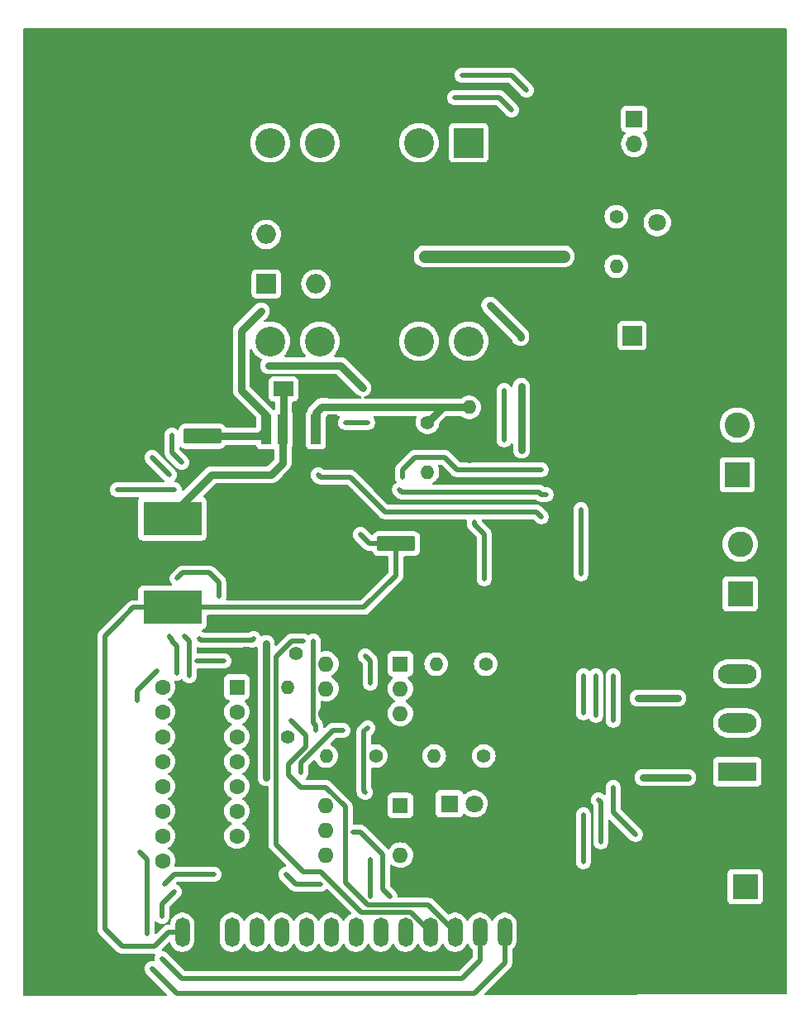
<source format=gbr>
%TF.GenerationSoftware,KiCad,Pcbnew,8.0.3*%
%TF.CreationDate,2024-08-31T20:41:35-05:00*%
%TF.ProjectId,solder_oven_PCB,736f6c64-6572-45f6-9f76-656e5f504342,rev?*%
%TF.SameCoordinates,Original*%
%TF.FileFunction,Copper,L2,Bot*%
%TF.FilePolarity,Positive*%
%FSLAX46Y46*%
G04 Gerber Fmt 4.6, Leading zero omitted, Abs format (unit mm)*
G04 Created by KiCad (PCBNEW 8.0.3) date 2024-08-31 20:41:35*
%MOMM*%
%LPD*%
G01*
G04 APERTURE LIST*
G04 Aperture macros list*
%AMRoundRect*
0 Rectangle with rounded corners*
0 $1 Rounding radius*
0 $2 $3 $4 $5 $6 $7 $8 $9 X,Y pos of 4 corners*
0 Add a 4 corners polygon primitive as box body*
4,1,4,$2,$3,$4,$5,$6,$7,$8,$9,$2,$3,0*
0 Add four circle primitives for the rounded corners*
1,1,$1+$1,$2,$3*
1,1,$1+$1,$4,$5*
1,1,$1+$1,$6,$7*
1,1,$1+$1,$8,$9*
0 Add four rect primitives between the rounded corners*
20,1,$1+$1,$2,$3,$4,$5,0*
20,1,$1+$1,$4,$5,$6,$7,0*
20,1,$1+$1,$6,$7,$8,$9,0*
20,1,$1+$1,$8,$9,$2,$3,0*%
G04 Aperture macros list end*
%TA.AperFunction,ComponentPad*%
%ADD10C,5.600000*%
%TD*%
%TA.AperFunction,ComponentPad*%
%ADD11R,2.000000X2.000000*%
%TD*%
%TA.AperFunction,ComponentPad*%
%ADD12C,2.000000*%
%TD*%
%TA.AperFunction,ComponentPad*%
%ADD13R,2.600000X2.600000*%
%TD*%
%TA.AperFunction,ComponentPad*%
%ADD14C,2.600000*%
%TD*%
%TA.AperFunction,ComponentPad*%
%ADD15O,1.500000X3.000000*%
%TD*%
%TA.AperFunction,ComponentPad*%
%ADD16R,1.700000X1.700000*%
%TD*%
%TA.AperFunction,ComponentPad*%
%ADD17O,1.700000X1.700000*%
%TD*%
%TA.AperFunction,ComponentPad*%
%ADD18C,1.400000*%
%TD*%
%TA.AperFunction,ComponentPad*%
%ADD19O,1.400000X1.400000*%
%TD*%
%TA.AperFunction,ComponentPad*%
%ADD20O,2.000000X2.000000*%
%TD*%
%TA.AperFunction,ComponentPad*%
%ADD21R,1.800000X1.800000*%
%TD*%
%TA.AperFunction,ComponentPad*%
%ADD22C,1.800000*%
%TD*%
%TA.AperFunction,ComponentPad*%
%ADD23O,3.960000X1.980000*%
%TD*%
%TA.AperFunction,ComponentPad*%
%ADD24R,3.960000X1.980000*%
%TD*%
%TA.AperFunction,ComponentPad*%
%ADD25R,1.600000X1.600000*%
%TD*%
%TA.AperFunction,ComponentPad*%
%ADD26C,1.600000*%
%TD*%
%TA.AperFunction,ComponentPad*%
%ADD27O,1.600000X1.600000*%
%TD*%
%TA.AperFunction,ComponentPad*%
%ADD28R,3.048000X3.048000*%
%TD*%
%TA.AperFunction,ComponentPad*%
%ADD29C,3.048000*%
%TD*%
%TA.AperFunction,SMDPad,CuDef*%
%ADD30RoundRect,0.250000X1.712500X0.550000X-1.712500X0.550000X-1.712500X-0.550000X1.712500X-0.550000X0*%
%TD*%
%TA.AperFunction,SMDPad,CuDef*%
%ADD31RoundRect,0.250000X-1.712500X-0.550000X1.712500X-0.550000X1.712500X0.550000X-1.712500X0.550000X0*%
%TD*%
%TA.AperFunction,SMDPad,CuDef*%
%ADD32R,2.060000X1.540000*%
%TD*%
%TA.AperFunction,SMDPad,CuDef*%
%ADD33R,6.000000X3.500000*%
%TD*%
%TA.AperFunction,SMDPad,CuDef*%
%ADD34R,1.020000X3.080000*%
%TD*%
%TA.AperFunction,SMDPad,CuDef*%
%ADD35R,11.000000X8.500000*%
%TD*%
%TA.AperFunction,ViaPad*%
%ADD36C,0.508000*%
%TD*%
%TA.AperFunction,ViaPad*%
%ADD37C,0.381000*%
%TD*%
%TA.AperFunction,Conductor*%
%ADD38C,0.254000*%
%TD*%
%TA.AperFunction,Conductor*%
%ADD39C,0.762000*%
%TD*%
%TA.AperFunction,Conductor*%
%ADD40C,1.270000*%
%TD*%
%TA.AperFunction,Conductor*%
%ADD41C,0.508000*%
%TD*%
G04 APERTURE END LIST*
D10*
%TO.P,H3,1,1*%
%TO.N,GND*%
X150700000Y-137075000D03*
%TD*%
D11*
%TO.P,C2,1*%
%TO.N,+12v*%
X138075000Y-72625000D03*
D12*
%TO.P,C2,2*%
%TO.N,GND*%
X141875000Y-72625000D03*
%TD*%
D13*
%TO.P,P1,1,AC_P*%
%TO.N,Fase*%
X148844000Y-86868000D03*
D14*
%TO.P,P1,2,AC_N*%
%TO.N,Neutro*%
X148844000Y-81788000D03*
%TD*%
D15*
%TO.P,T1,1,VCC*%
%TO.N,+5V*%
X92010000Y-133700000D03*
%TO.P,T1,2,GND*%
%TO.N,GND*%
X94550000Y-133700000D03*
%TO.P,T1,3,CS*%
%TO.N,/esp32/CS*%
X97090000Y-133700000D03*
%TO.P,T1,4,RST*%
%TO.N,/esp32/RST*%
X99630000Y-133700000D03*
%TO.P,T1,5,DC*%
%TO.N,/esp32/D{slash}C*%
X102170000Y-133700000D03*
%TO.P,T1,6,MOSI*%
%TO.N,/esp32/MOSI*%
X104710000Y-133700000D03*
%TO.P,T1,7,SCK*%
%TO.N,/esp32/CLK*%
X107250000Y-133700000D03*
%TO.P,T1,8,LED*%
%TO.N,/esp32/LED*%
X109790000Y-133700000D03*
%TO.P,T1,9,MISO*%
%TO.N,/esp32/MISO*%
X112330000Y-133700000D03*
%TO.P,T1,10,T_CLK*%
%TO.N,/esp32/T_CLK*%
X114870000Y-133700000D03*
%TO.P,T1,11,T_CS*%
%TO.N,/esp32/T_CS*%
X117410000Y-133700000D03*
%TO.P,T1,12,T_DIN*%
%TO.N,/esp32/T_DIN*%
X119950000Y-133700000D03*
%TO.P,T1,13,T_DO*%
%TO.N,/esp32/T_DO*%
X122490000Y-133700000D03*
%TO.P,T1,14,T_IRQ*%
%TO.N,/esp32/T_IRQ*%
X125030000Y-133700000D03*
%TD*%
D16*
%TO.P,J1,1,Pin_1*%
%TO.N,/esp32/Tx*%
X138300000Y-50450000D03*
D17*
%TO.P,J1,2,Pin_2*%
%TO.N,/esp32/Rx*%
X138300000Y-52990000D03*
%TO.P,J1,3,Pin_3*%
%TO.N,GND*%
X138300000Y-55530000D03*
%TD*%
D10*
%TO.P,H2,1,1*%
%TO.N,GND*%
X150275000Y-44400000D03*
%TD*%
D18*
%TO.P,R6,1*%
%TO.N,Net-(D4-A)*%
X136450000Y-60445000D03*
D19*
%TO.P,R6,2*%
%TO.N,+12v*%
X136450000Y-65525000D03*
%TD*%
D13*
%TO.P,TC1,1,+*%
%TO.N,Net-(TC1-+)*%
X149657000Y-129037000D03*
D14*
%TO.P,TC1,2,-*%
%TO.N,GND*%
X149657000Y-123957000D03*
%TD*%
D10*
%TO.P,H4,1,1*%
%TO.N,GND*%
X78675000Y-137225000D03*
%TD*%
D11*
%TO.P,D3,1,+*%
%TO.N,+12v*%
X100605000Y-67350000D03*
D20*
%TO.P,D3,2*%
%TO.N,12_{NN}*%
X105685000Y-67350000D03*
%TO.P,D3,3,-*%
%TO.N,GND*%
X105685000Y-62270000D03*
%TO.P,D3,4*%
%TO.N,12_{V_{ac}}*%
X100605000Y-62270000D03*
%TD*%
D21*
%TO.P,D4,1,K*%
%TO.N,GND*%
X140650000Y-63600000D03*
D22*
%TO.P,D4,2,A*%
%TO.N,Net-(D4-A)*%
X140650000Y-61060000D03*
%TD*%
D13*
%TO.P,R1,1*%
%TO.N,Net-(D1-A1)*%
X149149000Y-99065000D03*
D14*
%TO.P,R1,2*%
%TO.N,Neutro*%
X149149000Y-93985000D03*
%TD*%
D10*
%TO.P,H1,1,1*%
%TO.N,GND*%
X78675000Y-44400000D03*
%TD*%
D23*
%TO.P,D1,1,A1*%
%TO.N,Net-(D1-A1)*%
X148844000Y-107268000D03*
%TO.P,D1,2,A2*%
%TO.N,Fase*%
X148844000Y-112268000D03*
D24*
%TO.P,D1,3,G*%
%TO.N,/modules/shot*%
X148844000Y-117268000D03*
%TD*%
D25*
%TO.P,U7,1,Vcc*%
%TO.N,+3.3V*%
X97600000Y-108610000D03*
D26*
%TO.P,U7,2,NotA*%
%TO.N,Net-(U7-B)*%
X97600000Y-111150000D03*
%TO.P,U7,3,A*%
%TO.N,Net-(U7-A)*%
X97600000Y-113690000D03*
%TO.P,U7,4,NotB*%
%TO.N,/Zero_Cross*%
X97600000Y-116230000D03*
%TO.P,U7,5,B*%
%TO.N,Net-(U7-B)*%
X97600000Y-118770000D03*
%TO.P,U7,6,NotC*%
%TO.N,unconnected-(U7-NotC-Pad6)*%
X97600000Y-121310000D03*
%TO.P,U7,7,C*%
%TO.N,unconnected-(U7-C-Pad7)*%
X97600000Y-123850000D03*
%TO.P,U7,8,VSS*%
%TO.N,GND*%
X97600000Y-126390000D03*
%TO.P,U7,9,D*%
%TO.N,unconnected-(U7-D-Pad9)*%
X89980000Y-126390000D03*
%TO.P,U7,10,NotD*%
%TO.N,unconnected-(U7-NotD-Pad10)*%
X89980000Y-123850000D03*
%TO.P,U7,11,E*%
%TO.N,unconnected-(U7-E-Pad11)*%
X89980000Y-121310000D03*
%TO.P,U7,12,NotE*%
%TO.N,unconnected-(U7-NotE-Pad12)*%
X89980000Y-118770000D03*
%TO.P,U7,13,NC*%
%TO.N,unconnected-(U7-NC-Pad13)*%
X89980000Y-116230000D03*
%TO.P,U7,14,F*%
%TO.N,unconnected-(U7-F-Pad14)*%
X89980000Y-113690000D03*
%TO.P,U7,15,NotF*%
%TO.N,unconnected-(U7-NotF-Pad15)*%
X89980000Y-111150000D03*
%TO.P,U7,16,VDD*%
%TO.N,+3.3V*%
X89980000Y-108610000D03*
%TD*%
D25*
%TO.P,U5,1*%
%TO.N,Net-(D2-K)*%
X114340000Y-120725000D03*
D27*
%TO.P,U5,2*%
%TO.N,GND*%
X114340000Y-123265000D03*
%TO.P,U5,3,NC*%
%TO.N,unconnected-(U5-NC-Pad3)*%
X114340000Y-125805000D03*
%TO.P,U5,4*%
%TO.N,/modules/shot*%
X106720000Y-125805000D03*
%TO.P,U5,5,NC*%
%TO.N,unconnected-(U5-NC-Pad5)*%
X106720000Y-123265000D03*
%TO.P,U5,6*%
%TO.N,Net-(R11-Pad2)*%
X106720000Y-120725000D03*
%TD*%
D18*
%TO.P,R11,1*%
%TO.N,Fase*%
X111820000Y-115650000D03*
D19*
%TO.P,R11,2*%
%TO.N,Net-(R11-Pad2)*%
X106740000Y-115650000D03*
%TD*%
D28*
%TO.P,T2,1*%
%TO.N,Fase*%
X121330000Y-52888000D03*
D29*
%TO.P,T2,2*%
%TO.N,unconnected-(T2-Pad2)*%
X116250000Y-52888000D03*
%TO.P,T2,3,NC*%
%TO.N,unconnected-(T2-NC-Pad3)*%
X106090000Y-52888000D03*
%TO.P,T2,5*%
%TO.N,Neutro*%
X101010000Y-52888000D03*
%TO.P,T2,6*%
%TO.N,12_{V_{ac}}*%
X101010000Y-73208000D03*
%TO.P,T2,7*%
%TO.N,12_{NN}*%
X106090000Y-73208000D03*
%TO.P,T2,9*%
%TO.N,unconnected-(T2-Pad9)*%
X116250000Y-73208000D03*
%TO.P,T2,10*%
%TO.N,unconnected-(T2-Pad10)*%
X121330000Y-73208000D03*
%TD*%
D18*
%TO.P,R2,1*%
%TO.N,Net-(D2-A)*%
X122880000Y-115650000D03*
D19*
%TO.P,R2,2*%
%TO.N,/trigger_Gate*%
X117800000Y-115650000D03*
%TD*%
D25*
%TO.P,U4,1*%
%TO.N,Net-(R3-Pad2)*%
X114340000Y-106225000D03*
D27*
%TO.P,U4,2*%
%TO.N,12_{NN}*%
X114340000Y-108765000D03*
%TO.P,U4,3,NC*%
%TO.N,unconnected-(U4-NC-Pad3)*%
X114340000Y-111305000D03*
%TO.P,U4,4*%
%TO.N,GND*%
X106720000Y-111305000D03*
%TO.P,U4,5*%
%TO.N,Net-(U7-A)*%
X106720000Y-108765000D03*
%TO.P,U4,6*%
%TO.N,Net-(R4-Pad1)*%
X106720000Y-106225000D03*
%TD*%
D18*
%TO.P,R8,1*%
%TO.N,GND*%
X121386600Y-85039200D03*
D19*
%TO.P,R8,2*%
%TO.N,Net-(U6-FB)*%
X121386600Y-79959200D03*
%TD*%
D18*
%TO.P,R5,1*%
%TO.N,+3.3V*%
X102790000Y-113750000D03*
D19*
%TO.P,R5,2*%
%TO.N,Net-(U7-A)*%
X102790000Y-108670000D03*
%TD*%
D30*
%TO.P,C3,1*%
%TO.N,+12v*%
X94087500Y-82910000D03*
%TO.P,C3,2*%
%TO.N,GND*%
X87912500Y-82910000D03*
%TD*%
D31*
%TO.P,C4,1*%
%TO.N,+5V*%
X113912500Y-93910000D03*
%TO.P,C4,2*%
%TO.N,GND*%
X120087500Y-93910000D03*
%TD*%
D21*
%TO.P,D2,1,K*%
%TO.N,Net-(D2-K)*%
X119365000Y-120550000D03*
D22*
%TO.P,D2,2,A*%
%TO.N,Net-(D2-A)*%
X121905000Y-120550000D03*
%TD*%
D32*
%TO.P,D5,1*%
%TO.N,GND*%
X107375000Y-78100000D03*
%TO.P,D5,2*%
%TO.N,Net-(U6-OUT)*%
X102375000Y-78100000D03*
%TD*%
D33*
%TO.P,L1,1*%
%TO.N,Net-(U6-OUT)*%
X91000000Y-91360000D03*
%TO.P,L1,2*%
%TO.N,+5V*%
X91000000Y-100460000D03*
%TD*%
D34*
%TO.P,U6,1,VIN*%
%TO.N,+12v*%
X100600000Y-82250000D03*
%TO.P,U6,2,OUT*%
%TO.N,Net-(U6-OUT)*%
X102300000Y-82250000D03*
D35*
%TO.P,U6,3,GND*%
%TO.N,GND*%
X104000000Y-92570000D03*
D34*
X104000000Y-82250000D03*
%TO.P,U6,4,FB*%
%TO.N,Net-(U6-FB)*%
X105700000Y-82250000D03*
%TO.P,U6,5,~{ON}/OFF*%
%TO.N,GND*%
X107400000Y-82250000D03*
%TD*%
D18*
%TO.P,R3,1*%
%TO.N,12_{V_{ac}}*%
X123080000Y-106250000D03*
D19*
%TO.P,R3,2*%
%TO.N,Net-(R3-Pad2)*%
X118000000Y-106250000D03*
%TD*%
D18*
%TO.P,R4,1*%
%TO.N,Net-(R4-Pad1)*%
X103632000Y-105156000D03*
D19*
%TO.P,R4,2*%
%TO.N,GND*%
X98552000Y-105156000D03*
%TD*%
D18*
%TO.P,R7,1*%
%TO.N,Net-(U6-FB)*%
X117119400Y-81508600D03*
D19*
%TO.P,R7,2*%
%TO.N,+5V*%
X117119400Y-86588600D03*
%TD*%
D36*
%TO.N,GND*%
X107950000Y-94742000D03*
X107950000Y-92456000D03*
X103632000Y-91440000D03*
X93218000Y-85344000D03*
X107950000Y-91186000D03*
X103632000Y-70612000D03*
X107950000Y-90170000D03*
X103378000Y-92964000D03*
X97282000Y-98806000D03*
X106680000Y-94742000D03*
X105410000Y-93472000D03*
X102108000Y-92964000D03*
X102108000Y-95758000D03*
X106680000Y-91186000D03*
X102108000Y-91440000D03*
X100584000Y-94488000D03*
X106680000Y-96012000D03*
X120142000Y-92456000D03*
X102108000Y-94488000D03*
X103378000Y-94488000D03*
X105410000Y-91186000D03*
X106680000Y-90170000D03*
X100584000Y-91440000D03*
X106680000Y-92456000D03*
X107950000Y-96012000D03*
X105410000Y-96012000D03*
X121412000Y-100076000D03*
X100584000Y-95758000D03*
X103632000Y-90170000D03*
X105410000Y-90170000D03*
X106680000Y-93472000D03*
X105410000Y-92456000D03*
X103378000Y-96012000D03*
X100584000Y-92964000D03*
X107950000Y-93472000D03*
X100584000Y-90170000D03*
X105410000Y-94742000D03*
X102108000Y-90170000D03*
D37*
%TO.N,+3.3V*%
X110490000Y-77978000D03*
X100838000Y-75692000D03*
D36*
%TO.N,+12v*%
X131064000Y-64516000D03*
D37*
X100076000Y-70104000D03*
D36*
X116840000Y-64516000D03*
D37*
%TO.N,+5V*%
X110236000Y-92964000D03*
X85598000Y-101854000D03*
%TO.N,Fase*%
X142748000Y-109728000D03*
X138684000Y-109728000D03*
%TO.N,/modules/shot*%
X143764000Y-117856000D03*
X139192000Y-117856000D03*
%TO.N,12_{V_{ac}}*%
X124968000Y-78232000D03*
X124968000Y-83312000D03*
%TO.N,12_{NN}*%
X126720600Y-77851000D03*
X126644400Y-72821800D03*
X123520200Y-69519800D03*
X126746000Y-84328000D03*
D36*
%TO.N,/esp32/Tx*%
X127254000Y-47498000D03*
X120650000Y-45974000D03*
X90678000Y-86868000D03*
X88900000Y-85090000D03*
%TO.N,/esp32/Rx*%
X119888000Y-48260000D03*
X90932000Y-82804000D03*
X125730000Y-49530000D03*
X91948000Y-85598000D03*
D37*
%TO.N,/trigger_Gate*%
X122936000Y-97536000D03*
X121920000Y-91694000D03*
X110998000Y-81534000D03*
X108712000Y-81534000D03*
D36*
%TO.N,/esp32/MOSI*%
X92202000Y-103378000D03*
X92710000Y-107442000D03*
%TO.N,/esp32/T_IRQ*%
X87376000Y-109982000D03*
X88392000Y-133858000D03*
X87630000Y-125476000D03*
X88900000Y-137414000D03*
X89408000Y-106934000D03*
X93472000Y-105918000D03*
X96266000Y-105918000D03*
%TO.N,/esp32/T_CS*%
X104394000Y-103886000D03*
%TO.N,/esp32/T_CLK*%
X105664000Y-113030000D03*
X105410000Y-103886000D03*
X109474000Y-123444000D03*
X113284000Y-130048000D03*
%TO.N,/esp32/MISO*%
X110744000Y-119380000D03*
X111252000Y-130048000D03*
X110744000Y-105410000D03*
X110998000Y-112776000D03*
X111252000Y-126238000D03*
X111252000Y-108204000D03*
%TO.N,/esp32/LED*%
X91186000Y-88392000D03*
X90170000Y-128778000D03*
X85344000Y-88392000D03*
X102616000Y-127762000D03*
X106172000Y-128778000D03*
X95250000Y-127762000D03*
D37*
%TO.N,/esp32/D{slash}C*%
X133096000Y-111252000D03*
X133096000Y-121666000D03*
X132842000Y-90424000D03*
X132842000Y-97028000D03*
X133096000Y-107442000D03*
X128778000Y-86360000D03*
X133096000Y-126492000D03*
X114554000Y-87122000D03*
D36*
%TO.N,/esp32/T_DO*%
X89916000Y-136398000D03*
X91440000Y-107188000D03*
X93726000Y-103632000D03*
X89916000Y-132080000D03*
X90678000Y-103378000D03*
X91465400Y-97485200D03*
X95758000Y-99314000D03*
X91186000Y-129540000D03*
X99314000Y-103632000D03*
%TO.N,/esp32/T_DIN*%
X103124000Y-112014000D03*
%TO.N,/esp32/CLK*%
X108458000Y-113030000D03*
X104140000Y-117348000D03*
D37*
%TO.N,/esp32/CS*%
X114250000Y-88380000D03*
X136144000Y-118872000D03*
X136144000Y-112014000D03*
X138430000Y-123698000D03*
X129286000Y-88900000D03*
X136144000Y-107442000D03*
%TO.N,/esp32/RST*%
X105918000Y-86868000D03*
X134620000Y-120142000D03*
X128778000Y-91186000D03*
X134874000Y-124460000D03*
X134366000Y-111506000D03*
X134366000Y-107442000D03*
%TO.N,/Zero_Cross*%
X100584000Y-117856000D03*
X100584000Y-104140000D03*
%TD*%
D38*
%TO.N,GND*%
X121412000Y-95234500D02*
X121412000Y-100076000D01*
X120087500Y-93910000D02*
X121412000Y-95234500D01*
D39*
%TO.N,+3.3V*%
X110490000Y-77978000D02*
X108204000Y-75692000D01*
X108204000Y-75692000D02*
X100838000Y-75692000D01*
%TO.N,+12v*%
X99940000Y-82910000D02*
X100600000Y-82250000D01*
X98044000Y-72136000D02*
X100076000Y-70104000D01*
X98044000Y-78232000D02*
X98044000Y-72136000D01*
X100600000Y-82250000D02*
X100600000Y-80788000D01*
X94087500Y-82910000D02*
X99940000Y-82910000D01*
D40*
X116840000Y-64516000D02*
X131064000Y-64516000D01*
D39*
X100600000Y-80788000D02*
X98044000Y-78232000D01*
D41*
%TO.N,+5V*%
X92010000Y-133700000D02*
X90582000Y-133700000D01*
X91000000Y-100460000D02*
X86992000Y-100460000D01*
X90582000Y-133700000D02*
X89154000Y-135128000D01*
X111182000Y-93910000D02*
X113912500Y-93910000D01*
X85852000Y-135128000D02*
X84074000Y-133350000D01*
X84074000Y-133350000D02*
X84074000Y-103378000D01*
X110236000Y-92964000D02*
X111182000Y-93910000D01*
X89154000Y-135128000D02*
X85852000Y-135128000D01*
X84074000Y-103378000D02*
X85598000Y-101854000D01*
X86992000Y-100460000D02*
X85598000Y-101854000D01*
X91000000Y-100460000D02*
X110614000Y-100460000D01*
X110614000Y-100460000D02*
X113912500Y-97161500D01*
X113912500Y-97161500D02*
X113912500Y-93910000D01*
D39*
%TO.N,Fase*%
X138684000Y-109728000D02*
X142748000Y-109728000D01*
%TO.N,/modules/shot*%
X139192000Y-117856000D02*
X143764000Y-117856000D01*
D41*
%TO.N,12_{V_{ac}}*%
X124968000Y-83312000D02*
X124968000Y-78232000D01*
D39*
%TO.N,12_{NN}*%
X126644400Y-72821800D02*
X126644400Y-72644000D01*
X126746000Y-77876400D02*
X126720600Y-77851000D01*
X126644400Y-72644000D02*
X123520200Y-69519800D01*
X126746000Y-84328000D02*
X126746000Y-77876400D01*
%TO.N,Net-(U6-OUT)*%
X91000000Y-91360000D02*
X91000000Y-90864000D01*
X91000000Y-90864000D02*
X94996000Y-86868000D01*
X102300000Y-85660000D02*
X102300000Y-82250000D01*
X94996000Y-86868000D02*
X101092000Y-86868000D01*
X102375000Y-82175000D02*
X102300000Y-82250000D01*
X102375000Y-78100000D02*
X102375000Y-82175000D01*
X101092000Y-86868000D02*
X102300000Y-85660000D01*
D41*
%TO.N,/esp32/Tx*%
X120650000Y-45974000D02*
X125730000Y-45974000D01*
X90678000Y-86868000D02*
X88900000Y-85090000D01*
X125730000Y-45974000D02*
X127254000Y-47498000D01*
%TO.N,/esp32/Rx*%
X119888000Y-48260000D02*
X124460000Y-48260000D01*
X91948000Y-85598000D02*
X90932000Y-84582000D01*
X124460000Y-48260000D02*
X125730000Y-49530000D01*
X90932000Y-84582000D02*
X90932000Y-82804000D01*
%TO.N,/trigger_Gate*%
X108712000Y-81534000D02*
X110998000Y-81534000D01*
X121920000Y-91948000D02*
X122936000Y-92964000D01*
X121920000Y-91694000D02*
X121920000Y-91948000D01*
X122936000Y-92964000D02*
X122936000Y-97536000D01*
D39*
%TO.N,Net-(U6-FB)*%
X106781600Y-79959200D02*
X119964200Y-79959200D01*
X106730800Y-79908400D02*
X106781600Y-79959200D01*
X119964200Y-79959200D02*
X118668800Y-79959200D01*
X106299000Y-79908400D02*
X106730800Y-79908400D01*
X105700000Y-80507400D02*
X106299000Y-79908400D01*
X121386600Y-79959200D02*
X119964200Y-79959200D01*
X118668800Y-79959200D02*
X117119400Y-81508600D01*
X105700000Y-82250000D02*
X105700000Y-80507400D01*
D41*
%TO.N,/esp32/MOSI*%
X92710000Y-107442000D02*
X92710000Y-103886000D01*
X92710000Y-103886000D02*
X92202000Y-103378000D01*
%TO.N,/esp32/T_IRQ*%
X91440000Y-139954000D02*
X121920000Y-139954000D01*
X87630000Y-125476000D02*
X88392000Y-126238000D01*
X88392000Y-127508000D02*
X88392000Y-133858000D01*
X121920000Y-139954000D02*
X125030000Y-136844000D01*
X87376000Y-108966000D02*
X87376000Y-109982000D01*
X125030000Y-136844000D02*
X125030000Y-133700000D01*
X87630000Y-108712000D02*
X87376000Y-108966000D01*
X88900000Y-137414000D02*
X91440000Y-139954000D01*
X96266000Y-105918000D02*
X93472000Y-105918000D01*
X89408000Y-106934000D02*
X87630000Y-108712000D01*
X88392000Y-126238000D02*
X88392000Y-127508000D01*
%TO.N,/esp32/T_CS*%
X104394000Y-103886000D02*
X103193630Y-103886000D01*
X110356000Y-131692000D02*
X115402000Y-131692000D01*
X103193630Y-103886000D02*
X101582000Y-105497630D01*
X101582000Y-105497630D02*
X101582000Y-124696000D01*
X101582000Y-124696000D02*
X104394000Y-127508000D01*
X115402000Y-131692000D02*
X117410000Y-133700000D01*
X106172000Y-127508000D02*
X110356000Y-131692000D01*
X104394000Y-127508000D02*
X106172000Y-127508000D01*
%TO.N,/esp32/T_CLK*%
X112522000Y-129286000D02*
X112522000Y-126746000D01*
X105664000Y-112522000D02*
X105410000Y-112268000D01*
X105410000Y-112268000D02*
X105410000Y-103886000D01*
X112522000Y-125730000D02*
X110236000Y-123444000D01*
X113284000Y-130048000D02*
X112522000Y-129286000D01*
X110236000Y-123444000D02*
X109474000Y-123444000D01*
X105664000Y-113030000D02*
X105664000Y-112522000D01*
X112522000Y-126746000D02*
X112522000Y-125730000D01*
%TO.N,/esp32/MISO*%
X110612000Y-119248000D02*
X110612000Y-113162000D01*
X111252000Y-130048000D02*
X111252000Y-126238000D01*
X110612000Y-113162000D02*
X110998000Y-112776000D01*
X111252000Y-105918000D02*
X110744000Y-105410000D01*
X110744000Y-119380000D02*
X110612000Y-119248000D01*
X111252000Y-108204000D02*
X111252000Y-105918000D01*
%TO.N,/esp32/LED*%
X85344000Y-88392000D02*
X91186000Y-88392000D01*
X106172000Y-128778000D02*
X103632000Y-128778000D01*
X91186000Y-127762000D02*
X90170000Y-128778000D01*
X103632000Y-128778000D02*
X102616000Y-127762000D01*
X95250000Y-127762000D02*
X91186000Y-127762000D01*
%TO.N,/esp32/D{slash}C*%
X128778000Y-86360000D02*
X120142000Y-86360000D01*
X114554000Y-86360000D02*
X114554000Y-87122000D01*
X118872000Y-85090000D02*
X115824000Y-85090000D01*
X133096000Y-126492000D02*
X133096000Y-121666000D01*
X133096000Y-111252000D02*
X133096000Y-107442000D01*
X115824000Y-85090000D02*
X114554000Y-86360000D01*
X132842000Y-97028000D02*
X132842000Y-90424000D01*
X120142000Y-86360000D02*
X118872000Y-85090000D01*
%TO.N,/esp32/T_DO*%
X92049600Y-96901000D02*
X94767400Y-96901000D01*
X94767400Y-96901000D02*
X95758000Y-97891600D01*
X91440000Y-107188000D02*
X91440000Y-104394000D01*
X90932000Y-103886000D02*
X90932000Y-103759000D01*
X91440000Y-104394000D02*
X90932000Y-103886000D01*
X95758000Y-97891600D02*
X95758000Y-99314000D01*
X91465400Y-97485200D02*
X92049600Y-96901000D01*
X90932000Y-103759000D02*
X90678000Y-103505000D01*
X122490000Y-136590000D02*
X120650000Y-138430000D01*
X99136200Y-103809800D02*
X99314000Y-103632000D01*
X93726000Y-103632000D02*
X93903800Y-103809800D01*
X89916000Y-130810000D02*
X91186000Y-129540000D01*
X120650000Y-138430000D02*
X91948000Y-138430000D01*
X93903800Y-103809800D02*
X99136200Y-103809800D01*
X91948000Y-138430000D02*
X89916000Y-136398000D01*
X89916000Y-132080000D02*
X89916000Y-130810000D01*
X122490000Y-133700000D02*
X122490000Y-136590000D01*
X90678000Y-103505000D02*
X90678000Y-103378000D01*
%TO.N,/esp32/T_DIN*%
X117180000Y-130930000D02*
X119950000Y-133700000D01*
X106716792Y-118872000D02*
X108712000Y-120867208D01*
X103124000Y-112014000D02*
X104648000Y-113538000D01*
X110998000Y-130930000D02*
X117180000Y-130930000D01*
X104140000Y-118872000D02*
X106716792Y-118872000D01*
X103824370Y-115570000D02*
X102870000Y-116524370D01*
X108712000Y-128644000D02*
X110998000Y-130930000D01*
X104648000Y-114746369D02*
X103824370Y-115570000D01*
X102870000Y-116524370D02*
X102870000Y-117602000D01*
X104648000Y-113538000D02*
X104648000Y-114746369D01*
X108712000Y-120867208D02*
X108712000Y-128644000D01*
X102870000Y-117602000D02*
X104140000Y-118872000D01*
%TO.N,/esp32/CLK*%
X104140000Y-117348000D02*
X104140000Y-116332000D01*
X104140000Y-116332000D02*
X107442000Y-113030000D01*
X107442000Y-113030000D02*
X108458000Y-113030000D01*
%TO.N,/esp32/CS*%
X136144000Y-121412000D02*
X136144000Y-118872000D01*
X136144000Y-112014000D02*
X136144000Y-107442000D01*
X128524000Y-88646000D02*
X128778000Y-88900000D01*
X128778000Y-88900000D02*
X129286000Y-88900000D01*
X114250000Y-88380000D02*
X114516000Y-88646000D01*
X138430000Y-123698000D02*
X136144000Y-121412000D01*
X114516000Y-88646000D02*
X128524000Y-88646000D01*
%TO.N,/esp32/RST*%
X112776000Y-90678000D02*
X109220000Y-87122000D01*
X106172000Y-87122000D02*
X105918000Y-86868000D01*
X128778000Y-91186000D02*
X128270000Y-90678000D01*
X134874000Y-124460000D02*
X134874000Y-120396000D01*
X109220000Y-87122000D02*
X106172000Y-87122000D01*
X134874000Y-120396000D02*
X134620000Y-120142000D01*
X128270000Y-90678000D02*
X112776000Y-90678000D01*
X134366000Y-111506000D02*
X134366000Y-107442000D01*
D39*
%TO.N,/Zero_Cross*%
X100584000Y-104140000D02*
X100584000Y-117856000D01*
%TD*%
%TA.AperFunction,Conductor*%
%TO.N,GND*%
G36*
X153874539Y-41160185D02*
G01*
X153920294Y-41212989D01*
X153931500Y-41264500D01*
X153931500Y-139934605D01*
X153911815Y-140001644D01*
X153859011Y-140047399D01*
X153807937Y-140058604D01*
X123073859Y-140166962D01*
X123006751Y-140147514D01*
X122960810Y-140094872D01*
X122950623Y-140025749D01*
X122979423Y-139962091D01*
X122985717Y-139955307D01*
X125510963Y-137430060D01*
X125510966Y-137430059D01*
X125616059Y-137324966D01*
X125698629Y-137201390D01*
X125755505Y-137064080D01*
X125784500Y-136918312D01*
X125784500Y-135510707D01*
X125804185Y-135443668D01*
X125835614Y-135410389D01*
X125844646Y-135403828D01*
X125983828Y-135264646D01*
X126099524Y-135105405D01*
X126188884Y-134930025D01*
X126249709Y-134742826D01*
X126254358Y-134713476D01*
X126280500Y-134548422D01*
X126280500Y-132851577D01*
X126249709Y-132657173D01*
X126203925Y-132516267D01*
X126188884Y-132469975D01*
X126188882Y-132469972D01*
X126188882Y-132469970D01*
X126125704Y-132345977D01*
X126099524Y-132294595D01*
X125983828Y-132135354D01*
X125844646Y-131996172D01*
X125685405Y-131880476D01*
X125643193Y-131858968D01*
X125510029Y-131791117D01*
X125322826Y-131730290D01*
X125128422Y-131699500D01*
X125128417Y-131699500D01*
X124931583Y-131699500D01*
X124931578Y-131699500D01*
X124737173Y-131730290D01*
X124549970Y-131791117D01*
X124374594Y-131880476D01*
X124318359Y-131921334D01*
X124215354Y-131996172D01*
X124215352Y-131996174D01*
X124215351Y-131996174D01*
X124076174Y-132135351D01*
X124076174Y-132135352D01*
X124076172Y-132135354D01*
X124026485Y-132203741D01*
X123960476Y-132294594D01*
X123870485Y-132471213D01*
X123822511Y-132522009D01*
X123754690Y-132538804D01*
X123688555Y-132516267D01*
X123649515Y-132471213D01*
X123618038Y-132409436D01*
X123559524Y-132294595D01*
X123443828Y-132135354D01*
X123304646Y-131996172D01*
X123145405Y-131880476D01*
X123103193Y-131858968D01*
X122970029Y-131791117D01*
X122782826Y-131730290D01*
X122588422Y-131699500D01*
X122588417Y-131699500D01*
X122391583Y-131699500D01*
X122391578Y-131699500D01*
X122197173Y-131730290D01*
X122009970Y-131791117D01*
X121834594Y-131880476D01*
X121778359Y-131921334D01*
X121675354Y-131996172D01*
X121675352Y-131996174D01*
X121675351Y-131996174D01*
X121536174Y-132135351D01*
X121536174Y-132135352D01*
X121536172Y-132135354D01*
X121486485Y-132203741D01*
X121420476Y-132294594D01*
X121330485Y-132471213D01*
X121282511Y-132522009D01*
X121214690Y-132538804D01*
X121148555Y-132516267D01*
X121109515Y-132471213D01*
X121078038Y-132409436D01*
X121019524Y-132294595D01*
X120903828Y-132135354D01*
X120764646Y-131996172D01*
X120605405Y-131880476D01*
X120563193Y-131858968D01*
X120430029Y-131791117D01*
X120242826Y-131730290D01*
X120048422Y-131699500D01*
X120048417Y-131699500D01*
X119851583Y-131699500D01*
X119851578Y-131699500D01*
X119657173Y-131730290D01*
X119469970Y-131791117D01*
X119310545Y-131872349D01*
X119241875Y-131885245D01*
X119177135Y-131858968D01*
X119166569Y-131849545D01*
X117660969Y-130343943D01*
X117660968Y-130343942D01*
X117537392Y-130261372D01*
X117537391Y-130261371D01*
X117537389Y-130261370D01*
X117537386Y-130261368D01*
X117537381Y-130261366D01*
X117447367Y-130224082D01*
X117400080Y-130204495D01*
X117373832Y-130199274D01*
X117373831Y-130199273D01*
X117314072Y-130187386D01*
X117254313Y-130175499D01*
X117254312Y-130175499D01*
X117105688Y-130175499D01*
X117099574Y-130175499D01*
X117099554Y-130175500D01*
X114167274Y-130175500D01*
X114100235Y-130155815D01*
X114054480Y-130103011D01*
X114043274Y-130051500D01*
X114043274Y-130047997D01*
X114039281Y-130012561D01*
X114038501Y-129998677D01*
X114038501Y-129973685D01*
X114033571Y-129948907D01*
X114031212Y-129937048D01*
X114029615Y-129926784D01*
X114024237Y-129879046D01*
X114016536Y-129857041D01*
X114011964Y-129840286D01*
X114009505Y-129827923D01*
X114009505Y-129827921D01*
X113990500Y-129782038D01*
X113988020Y-129775540D01*
X113968083Y-129718566D01*
X113968082Y-129718563D01*
X113962279Y-129709328D01*
X113952709Y-129690802D01*
X113952630Y-129690611D01*
X113918179Y-129639052D01*
X113916294Y-129636143D01*
X113895358Y-129602824D01*
X113877624Y-129574600D01*
X113757400Y-129454376D01*
X113312819Y-129009794D01*
X113279334Y-128948471D01*
X113276500Y-128922113D01*
X113276500Y-127689135D01*
X147856500Y-127689135D01*
X147856500Y-130384870D01*
X147856501Y-130384876D01*
X147862908Y-130444483D01*
X147913202Y-130579328D01*
X147913206Y-130579335D01*
X147999452Y-130694544D01*
X147999455Y-130694547D01*
X148114664Y-130780793D01*
X148114671Y-130780797D01*
X148249517Y-130831091D01*
X148249516Y-130831091D01*
X148256444Y-130831835D01*
X148309127Y-130837500D01*
X151004872Y-130837499D01*
X151064483Y-130831091D01*
X151199331Y-130780796D01*
X151314546Y-130694546D01*
X151400796Y-130579331D01*
X151451091Y-130444483D01*
X151457500Y-130384873D01*
X151457499Y-127689128D01*
X151451091Y-127629517D01*
X151437489Y-127593049D01*
X151400797Y-127494671D01*
X151400793Y-127494664D01*
X151314547Y-127379455D01*
X151314544Y-127379452D01*
X151199335Y-127293206D01*
X151199328Y-127293202D01*
X151064482Y-127242908D01*
X151064483Y-127242908D01*
X151004883Y-127236501D01*
X151004881Y-127236500D01*
X151004873Y-127236500D01*
X151004864Y-127236500D01*
X148309129Y-127236500D01*
X148309123Y-127236501D01*
X148249516Y-127242908D01*
X148114671Y-127293202D01*
X148114664Y-127293206D01*
X147999455Y-127379452D01*
X147999452Y-127379455D01*
X147913206Y-127494664D01*
X147913202Y-127494671D01*
X147862908Y-127629517D01*
X147856501Y-127689116D01*
X147856501Y-127689123D01*
X147856500Y-127689135D01*
X113276500Y-127689135D01*
X113276500Y-126880049D01*
X113296185Y-126813010D01*
X113348989Y-126767255D01*
X113418147Y-126757311D01*
X113481703Y-126786336D01*
X113488181Y-126792368D01*
X113500858Y-126805045D01*
X113500861Y-126805047D01*
X113687266Y-126935568D01*
X113893504Y-127031739D01*
X113893509Y-127031740D01*
X113893511Y-127031741D01*
X113946415Y-127045916D01*
X114113308Y-127090635D01*
X114275230Y-127104801D01*
X114339998Y-127110468D01*
X114340000Y-127110468D01*
X114340002Y-127110468D01*
X114396673Y-127105509D01*
X114566692Y-127090635D01*
X114786496Y-127031739D01*
X114992734Y-126935568D01*
X115179139Y-126805047D01*
X115340047Y-126644139D01*
X115470568Y-126457734D01*
X115566739Y-126251496D01*
X115625635Y-126031692D01*
X115645468Y-125805000D01*
X115641933Y-125764600D01*
X115627951Y-125604785D01*
X115625635Y-125578308D01*
X115566739Y-125358504D01*
X115470568Y-125152266D01*
X115340047Y-124965861D01*
X115340045Y-124965858D01*
X115179141Y-124804954D01*
X114992734Y-124674432D01*
X114992732Y-124674431D01*
X114786497Y-124578261D01*
X114786488Y-124578258D01*
X114566697Y-124519366D01*
X114566693Y-124519365D01*
X114566692Y-124519365D01*
X114566691Y-124519364D01*
X114566686Y-124519364D01*
X114340002Y-124499532D01*
X114339998Y-124499532D01*
X114113313Y-124519364D01*
X114113302Y-124519366D01*
X113893511Y-124578258D01*
X113893502Y-124578261D01*
X113687267Y-124674431D01*
X113687265Y-124674432D01*
X113500858Y-124804954D01*
X113339954Y-124965858D01*
X113212592Y-125147752D01*
X113158015Y-125191377D01*
X113088517Y-125198571D01*
X113026162Y-125167048D01*
X113023336Y-125164310D01*
X112998647Y-125139621D01*
X112998624Y-125139600D01*
X110716969Y-122857943D01*
X110716968Y-122857942D01*
X110657941Y-122818502D01*
X110593389Y-122775370D01*
X110593386Y-122775368D01*
X110593385Y-122775368D01*
X110512955Y-122742053D01*
X110456080Y-122718495D01*
X110431894Y-122713684D01*
X110310314Y-122689499D01*
X110310312Y-122689499D01*
X110161688Y-122689499D01*
X110155574Y-122689499D01*
X110155554Y-122689500D01*
X109590500Y-122689500D01*
X109523461Y-122669815D01*
X109477706Y-122617011D01*
X109466500Y-122565500D01*
X109466500Y-120792895D01*
X109466499Y-120792891D01*
X109452995Y-120725001D01*
X109437505Y-120647128D01*
X109380629Y-120509818D01*
X109373655Y-120499381D01*
X109298060Y-120386243D01*
X109298054Y-120386236D01*
X109188647Y-120276829D01*
X109188624Y-120276808D01*
X107197761Y-118285943D01*
X107197760Y-118285942D01*
X107074184Y-118203372D01*
X107074183Y-118203371D01*
X107074181Y-118203370D01*
X107074178Y-118203368D01*
X107074173Y-118203366D01*
X106979335Y-118164084D01*
X106936872Y-118146495D01*
X106936862Y-118146493D01*
X106912686Y-118141684D01*
X106881719Y-118135524D01*
X106791106Y-118117499D01*
X106791104Y-118117499D01*
X106642480Y-118117499D01*
X106636366Y-118117499D01*
X106636346Y-118117500D01*
X104736887Y-118117500D01*
X104669848Y-118097815D01*
X104624093Y-118045011D01*
X104614149Y-117975853D01*
X104643174Y-117912297D01*
X104649206Y-117905819D01*
X104733127Y-117821898D01*
X104733128Y-117821899D01*
X104733142Y-117821881D01*
X104733624Y-117821400D01*
X104772303Y-117759841D01*
X104774156Y-117756979D01*
X104808629Y-117705390D01*
X104808705Y-117705205D01*
X104818276Y-117686676D01*
X104824082Y-117677437D01*
X104844021Y-117620448D01*
X104846492Y-117613977D01*
X104847153Y-117612382D01*
X104865505Y-117568080D01*
X104867963Y-117555717D01*
X104872542Y-117538943D01*
X104880237Y-117516954D01*
X104885615Y-117469215D01*
X104887213Y-117458941D01*
X104894500Y-117422312D01*
X104894500Y-117397330D01*
X104895280Y-117383445D01*
X104899274Y-117348000D01*
X104899274Y-117347997D01*
X104895280Y-117312552D01*
X104894500Y-117298668D01*
X104894500Y-116695885D01*
X104914185Y-116628846D01*
X104930815Y-116608208D01*
X105439967Y-116099055D01*
X105501288Y-116065572D01*
X105570979Y-116070556D01*
X105626913Y-116112427D01*
X105638646Y-116131467D01*
X105714936Y-116284679D01*
X105714943Y-116284691D01*
X105849020Y-116462238D01*
X106013437Y-116612123D01*
X106013439Y-116612125D01*
X106202595Y-116729245D01*
X106202596Y-116729245D01*
X106202599Y-116729247D01*
X106410060Y-116809618D01*
X106628757Y-116850500D01*
X106628759Y-116850500D01*
X106851241Y-116850500D01*
X106851243Y-116850500D01*
X107069940Y-116809618D01*
X107277401Y-116729247D01*
X107466562Y-116612124D01*
X107630981Y-116462236D01*
X107765058Y-116284689D01*
X107864229Y-116085528D01*
X107925115Y-115871536D01*
X107945643Y-115650000D01*
X107925115Y-115428464D01*
X107864229Y-115214472D01*
X107864224Y-115214461D01*
X107765061Y-115015316D01*
X107765056Y-115015308D01*
X107630979Y-114837761D01*
X107466562Y-114687876D01*
X107466560Y-114687874D01*
X107277404Y-114570754D01*
X107277389Y-114570747D01*
X107232038Y-114553178D01*
X107176636Y-114510605D01*
X107153046Y-114444838D01*
X107168757Y-114376758D01*
X107189147Y-114349875D01*
X107718205Y-113820819D01*
X107779528Y-113787334D01*
X107805886Y-113784500D01*
X108408669Y-113784500D01*
X108422552Y-113785279D01*
X108434995Y-113786681D01*
X108457999Y-113789274D01*
X108458000Y-113789274D01*
X108458001Y-113789274D01*
X108481004Y-113786681D01*
X108493447Y-113785279D01*
X108507331Y-113784500D01*
X108532312Y-113784500D01*
X108568941Y-113777213D01*
X108579215Y-113775615D01*
X108626954Y-113770237D01*
X108648946Y-113762541D01*
X108665717Y-113757963D01*
X108669339Y-113757243D01*
X108678072Y-113755507D01*
X108678073Y-113755506D01*
X108678080Y-113755505D01*
X108723991Y-113736486D01*
X108730448Y-113734021D01*
X108787437Y-113714082D01*
X108796676Y-113708276D01*
X108815205Y-113698705D01*
X108815390Y-113698629D01*
X108866979Y-113664156D01*
X108869841Y-113662303D01*
X108931400Y-113623624D01*
X108931402Y-113623622D01*
X108931890Y-113623135D01*
X109051127Y-113503898D01*
X109051128Y-113503899D01*
X109051142Y-113503881D01*
X109051624Y-113503400D01*
X109069768Y-113474524D01*
X109090303Y-113441841D01*
X109092156Y-113438979D01*
X109126629Y-113387390D01*
X109126705Y-113387205D01*
X109136276Y-113368676D01*
X109142082Y-113359437D01*
X109162021Y-113302448D01*
X109164492Y-113295977D01*
X109183505Y-113250080D01*
X109183641Y-113249400D01*
X109185963Y-113237720D01*
X109190542Y-113220943D01*
X109198237Y-113198954D01*
X109203615Y-113151215D01*
X109205213Y-113140941D01*
X109212500Y-113104312D01*
X109212500Y-113087685D01*
X109857499Y-113087685D01*
X109857499Y-113242425D01*
X109857500Y-113242446D01*
X109857500Y-119168552D01*
X109857499Y-119168578D01*
X109857499Y-119322314D01*
X109876025Y-119415445D01*
X109879101Y-119430909D01*
X109883756Y-119454311D01*
X109886495Y-119468081D01*
X109899510Y-119499501D01*
X109943366Y-119605381D01*
X109943368Y-119605386D01*
X109943370Y-119605389D01*
X110025941Y-119728966D01*
X110150376Y-119853400D01*
X110270600Y-119973624D01*
X110270866Y-119973791D01*
X110332136Y-120012289D01*
X110335015Y-120014153D01*
X110386610Y-120048629D01*
X110386611Y-120048629D01*
X110386612Y-120048630D01*
X110386796Y-120048706D01*
X110405326Y-120058278D01*
X110414563Y-120064082D01*
X110414565Y-120064083D01*
X110437949Y-120072265D01*
X110471544Y-120084020D01*
X110478014Y-120086489D01*
X110523921Y-120105505D01*
X110536284Y-120107964D01*
X110553047Y-120112540D01*
X110575038Y-120120235D01*
X110575042Y-120120236D01*
X110575043Y-120120236D01*
X110575046Y-120120237D01*
X110622783Y-120125615D01*
X110633065Y-120127215D01*
X110653680Y-120131315D01*
X110669687Y-120134500D01*
X110669688Y-120134500D01*
X110694669Y-120134500D01*
X110708552Y-120135279D01*
X110720995Y-120136681D01*
X110743999Y-120139274D01*
X110744000Y-120139274D01*
X110744001Y-120139274D01*
X110767004Y-120136681D01*
X110779447Y-120135279D01*
X110793331Y-120134500D01*
X110818312Y-120134500D01*
X110854941Y-120127213D01*
X110865215Y-120125615D01*
X110912954Y-120120237D01*
X110934952Y-120112539D01*
X110951708Y-120107965D01*
X110964079Y-120105505D01*
X110992578Y-120093700D01*
X111009965Y-120086498D01*
X111016462Y-120084017D01*
X111050051Y-120072265D01*
X111073432Y-120064084D01*
X111073432Y-120064083D01*
X111073437Y-120064082D01*
X111082677Y-120058275D01*
X111101203Y-120048705D01*
X111101389Y-120048629D01*
X111152944Y-120014181D01*
X111155831Y-120012310D01*
X111155865Y-120012289D01*
X111217400Y-119973624D01*
X111313889Y-119877135D01*
X113039500Y-119877135D01*
X113039500Y-121572870D01*
X113039501Y-121572876D01*
X113045908Y-121632483D01*
X113096202Y-121767328D01*
X113096206Y-121767335D01*
X113182452Y-121882544D01*
X113182455Y-121882547D01*
X113297664Y-121968793D01*
X113297671Y-121968797D01*
X113432517Y-122019091D01*
X113432516Y-122019091D01*
X113439444Y-122019835D01*
X113492127Y-122025500D01*
X115187872Y-122025499D01*
X115247483Y-122019091D01*
X115382331Y-121968796D01*
X115497546Y-121882546D01*
X115583796Y-121767331D01*
X115634091Y-121632483D01*
X115640500Y-121572873D01*
X115640499Y-119877128D01*
X115634091Y-119817517D01*
X115631265Y-119809941D01*
X115583797Y-119682671D01*
X115583793Y-119682664D01*
X115523509Y-119602135D01*
X117964500Y-119602135D01*
X117964500Y-121497870D01*
X117964501Y-121497876D01*
X117970908Y-121557483D01*
X118021202Y-121692328D01*
X118021206Y-121692335D01*
X118107452Y-121807544D01*
X118107455Y-121807547D01*
X118222664Y-121893793D01*
X118222671Y-121893797D01*
X118357517Y-121944091D01*
X118357516Y-121944091D01*
X118364444Y-121944835D01*
X118417127Y-121950500D01*
X120312872Y-121950499D01*
X120372483Y-121944091D01*
X120507331Y-121893796D01*
X120622546Y-121807546D01*
X120708796Y-121692331D01*
X120731118Y-121632482D01*
X120737455Y-121615493D01*
X120779326Y-121559559D01*
X120844790Y-121535141D01*
X120913063Y-121549992D01*
X120944866Y-121574843D01*
X120952302Y-121582920D01*
X120953215Y-121583912D01*
X120953222Y-121583918D01*
X121136365Y-121726464D01*
X121136371Y-121726468D01*
X121136374Y-121726470D01*
X121340497Y-121836936D01*
X121454487Y-121876068D01*
X121560015Y-121912297D01*
X121560017Y-121912297D01*
X121560019Y-121912298D01*
X121788951Y-121950500D01*
X121788952Y-121950500D01*
X122021048Y-121950500D01*
X122021049Y-121950500D01*
X122249981Y-121912298D01*
X122469503Y-121836936D01*
X122673626Y-121726470D01*
X122675455Y-121725047D01*
X122812606Y-121618298D01*
X122846801Y-121591683D01*
X132341500Y-121591683D01*
X132341500Y-126566316D01*
X132370493Y-126712072D01*
X132370495Y-126712080D01*
X132427371Y-126849391D01*
X132509939Y-126972964D01*
X132509945Y-126972971D01*
X132615028Y-127078054D01*
X132615035Y-127078060D01*
X132738608Y-127160628D01*
X132738609Y-127160628D01*
X132738610Y-127160629D01*
X132875920Y-127217505D01*
X132971415Y-127236500D01*
X133021683Y-127246499D01*
X133021687Y-127246500D01*
X133021688Y-127246500D01*
X133170313Y-127246500D01*
X133170314Y-127246499D01*
X133316080Y-127217505D01*
X133453390Y-127160629D01*
X133576966Y-127078059D01*
X133682059Y-126972966D01*
X133764629Y-126849390D01*
X133821505Y-126712080D01*
X133850500Y-126566312D01*
X133850500Y-121591688D01*
X133821505Y-121445920D01*
X133764629Y-121308610D01*
X133704653Y-121218849D01*
X133682060Y-121185035D01*
X133682054Y-121185028D01*
X133576971Y-121079945D01*
X133576964Y-121079939D01*
X133453391Y-120997371D01*
X133316080Y-120940495D01*
X133316072Y-120940493D01*
X133170316Y-120911500D01*
X133170312Y-120911500D01*
X133021688Y-120911500D01*
X133021683Y-120911500D01*
X132875927Y-120940493D01*
X132875919Y-120940495D01*
X132738608Y-120997371D01*
X132615035Y-121079939D01*
X132615028Y-121079945D01*
X132509945Y-121185028D01*
X132509939Y-121185035D01*
X132427371Y-121308608D01*
X132370495Y-121445919D01*
X132370493Y-121445927D01*
X132341500Y-121591683D01*
X122846801Y-121591683D01*
X122856784Y-121583913D01*
X123013979Y-121413153D01*
X123140924Y-121218849D01*
X123234157Y-121006300D01*
X123291134Y-120781305D01*
X123295093Y-120733529D01*
X123310300Y-120550006D01*
X123310300Y-120549993D01*
X123291135Y-120318702D01*
X123291133Y-120318691D01*
X123265207Y-120216314D01*
X133865498Y-120216314D01*
X133894493Y-120362073D01*
X133894496Y-120362083D01*
X133951366Y-120499381D01*
X133951372Y-120499392D01*
X134033940Y-120622965D01*
X134083181Y-120672206D01*
X134116666Y-120733529D01*
X134119500Y-120759887D01*
X134119500Y-124534316D01*
X134148493Y-124680072D01*
X134148495Y-124680080D01*
X134205371Y-124817391D01*
X134287939Y-124940964D01*
X134287945Y-124940971D01*
X134393028Y-125046054D01*
X134393035Y-125046060D01*
X134516608Y-125128628D01*
X134516609Y-125128628D01*
X134516610Y-125128629D01*
X134653920Y-125185505D01*
X134761053Y-125206815D01*
X134799683Y-125214499D01*
X134799687Y-125214500D01*
X134799688Y-125214500D01*
X134948313Y-125214500D01*
X134948314Y-125214499D01*
X135094080Y-125185505D01*
X135231390Y-125128629D01*
X135354966Y-125046059D01*
X135460059Y-124940966D01*
X135542629Y-124817390D01*
X135599505Y-124680080D01*
X135628500Y-124534312D01*
X135628500Y-122262886D01*
X135648185Y-122195847D01*
X135700989Y-122150092D01*
X135770147Y-122140148D01*
X135833703Y-122169173D01*
X135840181Y-122175205D01*
X137949030Y-124284055D01*
X137949034Y-124284058D01*
X138072603Y-124366625D01*
X138072616Y-124366632D01*
X138209916Y-124423503D01*
X138209921Y-124423505D01*
X138355683Y-124452499D01*
X138355686Y-124452500D01*
X138355688Y-124452500D01*
X138504314Y-124452500D01*
X138504315Y-124452499D01*
X138650079Y-124423505D01*
X138787389Y-124366629D01*
X138910965Y-124284058D01*
X139016058Y-124178965D01*
X139098629Y-124055389D01*
X139155505Y-123918079D01*
X139184500Y-123772312D01*
X139184500Y-123623688D01*
X139184500Y-123623685D01*
X139184499Y-123623683D01*
X139155506Y-123477928D01*
X139155505Y-123477921D01*
X139155503Y-123477916D01*
X139098632Y-123340616D01*
X139098625Y-123340603D01*
X139016058Y-123217034D01*
X139016055Y-123217030D01*
X136934819Y-121135794D01*
X136901334Y-121074471D01*
X136898500Y-121048113D01*
X136898500Y-118797687D01*
X136898499Y-118797683D01*
X136869505Y-118651920D01*
X136812629Y-118514610D01*
X136803088Y-118500331D01*
X136730060Y-118391035D01*
X136730054Y-118391028D01*
X136624971Y-118285945D01*
X136624964Y-118285939D01*
X136501391Y-118203371D01*
X136364080Y-118146495D01*
X136364072Y-118146493D01*
X136218316Y-118117500D01*
X136218312Y-118117500D01*
X136069688Y-118117500D01*
X136069683Y-118117500D01*
X135923927Y-118146493D01*
X135923919Y-118146495D01*
X135786608Y-118203371D01*
X135663035Y-118285939D01*
X135663028Y-118285945D01*
X135557945Y-118391028D01*
X135557939Y-118391035D01*
X135475371Y-118514608D01*
X135418495Y-118651919D01*
X135418493Y-118651927D01*
X135389500Y-118797683D01*
X135389500Y-119545112D01*
X135369815Y-119612151D01*
X135317011Y-119657906D01*
X135247853Y-119667850D01*
X135184297Y-119638825D01*
X135177819Y-119632793D01*
X135100968Y-119555942D01*
X134977392Y-119473372D01*
X134977391Y-119473371D01*
X134977389Y-119473370D01*
X134977386Y-119473368D01*
X134977381Y-119473366D01*
X134840083Y-119416496D01*
X134840073Y-119416493D01*
X134694314Y-119387499D01*
X134694312Y-119387499D01*
X134545688Y-119387499D01*
X134545686Y-119387499D01*
X134399926Y-119416493D01*
X134399916Y-119416496D01*
X134262618Y-119473366D01*
X134262607Y-119473372D01*
X134139031Y-119555942D01*
X134033942Y-119661031D01*
X133951372Y-119784607D01*
X133951366Y-119784618D01*
X133894496Y-119921916D01*
X133894493Y-119921926D01*
X133865499Y-120067685D01*
X133865499Y-120067688D01*
X133865499Y-120216312D01*
X133865499Y-120216314D01*
X133865498Y-120216314D01*
X123265207Y-120216314D01*
X123234157Y-120093699D01*
X123140924Y-119881151D01*
X123013983Y-119686852D01*
X123013980Y-119686849D01*
X123013979Y-119686847D01*
X122856784Y-119516087D01*
X122856779Y-119516083D01*
X122856777Y-119516081D01*
X122673634Y-119373535D01*
X122673628Y-119373531D01*
X122469504Y-119263064D01*
X122469495Y-119263061D01*
X122249984Y-119187702D01*
X122059450Y-119155908D01*
X122021049Y-119149500D01*
X121788951Y-119149500D01*
X121750550Y-119155908D01*
X121560015Y-119187702D01*
X121340504Y-119263061D01*
X121340495Y-119263064D01*
X121136371Y-119373531D01*
X121136365Y-119373535D01*
X120953222Y-119516081D01*
X120953218Y-119516085D01*
X120944866Y-119525158D01*
X120884979Y-119561148D01*
X120815141Y-119559047D01*
X120757525Y-119519522D01*
X120737455Y-119484507D01*
X120708797Y-119407671D01*
X120708793Y-119407664D01*
X120622547Y-119292455D01*
X120622544Y-119292452D01*
X120507335Y-119206206D01*
X120507328Y-119206202D01*
X120372482Y-119155908D01*
X120372483Y-119155908D01*
X120312883Y-119149501D01*
X120312881Y-119149500D01*
X120312873Y-119149500D01*
X120312864Y-119149500D01*
X118417129Y-119149500D01*
X118417123Y-119149501D01*
X118357516Y-119155908D01*
X118222671Y-119206202D01*
X118222664Y-119206206D01*
X118107455Y-119292452D01*
X118107452Y-119292455D01*
X118021206Y-119407664D01*
X118021202Y-119407671D01*
X117970908Y-119542517D01*
X117964501Y-119602116D01*
X117964500Y-119602135D01*
X115523509Y-119602135D01*
X115497547Y-119567455D01*
X115497544Y-119567452D01*
X115382335Y-119481206D01*
X115382328Y-119481202D01*
X115247482Y-119430908D01*
X115247483Y-119430908D01*
X115187883Y-119424501D01*
X115187881Y-119424500D01*
X115187873Y-119424500D01*
X115187864Y-119424500D01*
X113492129Y-119424500D01*
X113492123Y-119424501D01*
X113432516Y-119430908D01*
X113297671Y-119481202D01*
X113297664Y-119481206D01*
X113182455Y-119567452D01*
X113182452Y-119567455D01*
X113096206Y-119682664D01*
X113096202Y-119682671D01*
X113045908Y-119817517D01*
X113042051Y-119853397D01*
X113039501Y-119877123D01*
X113039500Y-119877135D01*
X111313889Y-119877135D01*
X111337624Y-119853400D01*
X111376317Y-119791819D01*
X111378185Y-119788936D01*
X111412629Y-119737389D01*
X111412705Y-119737203D01*
X111422275Y-119718677D01*
X111428082Y-119709437D01*
X111448017Y-119652462D01*
X111450498Y-119645965D01*
X111469502Y-119600086D01*
X111469505Y-119600079D01*
X111471965Y-119587708D01*
X111476539Y-119570952D01*
X111484237Y-119548954D01*
X111489615Y-119501215D01*
X111491213Y-119490941D01*
X111498500Y-119454312D01*
X111498500Y-119429330D01*
X111499280Y-119415445D01*
X111503274Y-119380000D01*
X111503274Y-119379997D01*
X111499280Y-119344552D01*
X111498500Y-119330668D01*
X111498500Y-119305687D01*
X111491216Y-119269071D01*
X111489615Y-119258783D01*
X111484237Y-119211046D01*
X111484236Y-119211042D01*
X111484235Y-119211038D01*
X111476540Y-119189047D01*
X111471963Y-119172280D01*
X111469505Y-119159922D01*
X111469504Y-119159919D01*
X111465188Y-119149500D01*
X111450489Y-119114014D01*
X111448017Y-119107536D01*
X111428083Y-119050565D01*
X111428082Y-119050563D01*
X111422279Y-119041328D01*
X111412706Y-119022796D01*
X111412629Y-119022610D01*
X111412628Y-119022609D01*
X111387398Y-118984849D01*
X111366520Y-118918171D01*
X111366500Y-118915958D01*
X111366500Y-117942822D01*
X138310499Y-117942822D01*
X138344374Y-118113118D01*
X138344377Y-118113128D01*
X138410821Y-118273540D01*
X138410828Y-118273553D01*
X138507293Y-118417922D01*
X138507296Y-118417926D01*
X138630073Y-118540703D01*
X138630077Y-118540706D01*
X138774446Y-118637171D01*
X138774459Y-118637178D01*
X138930463Y-118701796D01*
X138934876Y-118703624D01*
X138934880Y-118703624D01*
X138934881Y-118703625D01*
X139105177Y-118737500D01*
X139105180Y-118737500D01*
X143850822Y-118737500D01*
X143965394Y-118714709D01*
X144021124Y-118703624D01*
X144181547Y-118637175D01*
X144325923Y-118540706D01*
X144448706Y-118417923D01*
X144545175Y-118273547D01*
X144611624Y-118113124D01*
X144625173Y-118045011D01*
X144645500Y-117942822D01*
X144645500Y-117769177D01*
X144611625Y-117598881D01*
X144611624Y-117598880D01*
X144611624Y-117598876D01*
X144598779Y-117567865D01*
X144545178Y-117438459D01*
X144545171Y-117438446D01*
X144448706Y-117294077D01*
X144448703Y-117294073D01*
X144325926Y-117171296D01*
X144325922Y-117171293D01*
X144181553Y-117074828D01*
X144181540Y-117074821D01*
X144021128Y-117008377D01*
X144021118Y-117008374D01*
X143850822Y-116974500D01*
X143850820Y-116974500D01*
X139105180Y-116974500D01*
X139105178Y-116974500D01*
X138934881Y-117008374D01*
X138934871Y-117008377D01*
X138774459Y-117074821D01*
X138774446Y-117074828D01*
X138630077Y-117171293D01*
X138630073Y-117171296D01*
X138507296Y-117294073D01*
X138507293Y-117294077D01*
X138410828Y-117438446D01*
X138410821Y-117438459D01*
X138344377Y-117598871D01*
X138344374Y-117598881D01*
X138310500Y-117769177D01*
X138310500Y-117769180D01*
X138310500Y-117942820D01*
X138310500Y-117942822D01*
X138310499Y-117942822D01*
X111366500Y-117942822D01*
X111366500Y-116935848D01*
X111386185Y-116868809D01*
X111438989Y-116823054D01*
X111508147Y-116813110D01*
X111513259Y-116813954D01*
X111708757Y-116850500D01*
X111708759Y-116850500D01*
X111931241Y-116850500D01*
X111931243Y-116850500D01*
X112149940Y-116809618D01*
X112357401Y-116729247D01*
X112546562Y-116612124D01*
X112710981Y-116462236D01*
X112845058Y-116284689D01*
X112944229Y-116085528D01*
X113005115Y-115871536D01*
X113025643Y-115650000D01*
X113025643Y-115649999D01*
X116594357Y-115649999D01*
X116594357Y-115650000D01*
X116614884Y-115871535D01*
X116614885Y-115871537D01*
X116675769Y-116085523D01*
X116675775Y-116085538D01*
X116774938Y-116284683D01*
X116774943Y-116284691D01*
X116909020Y-116462238D01*
X117073437Y-116612123D01*
X117073439Y-116612125D01*
X117262595Y-116729245D01*
X117262596Y-116729245D01*
X117262599Y-116729247D01*
X117470060Y-116809618D01*
X117688757Y-116850500D01*
X117688759Y-116850500D01*
X117911241Y-116850500D01*
X117911243Y-116850500D01*
X118129940Y-116809618D01*
X118337401Y-116729247D01*
X118526562Y-116612124D01*
X118690981Y-116462236D01*
X118825058Y-116284689D01*
X118924229Y-116085528D01*
X118985115Y-115871536D01*
X119005643Y-115650000D01*
X119005643Y-115649999D01*
X121674357Y-115649999D01*
X121674357Y-115650000D01*
X121694884Y-115871535D01*
X121694885Y-115871537D01*
X121755769Y-116085523D01*
X121755775Y-116085538D01*
X121854938Y-116284683D01*
X121854943Y-116284691D01*
X121989020Y-116462238D01*
X122153437Y-116612123D01*
X122153439Y-116612125D01*
X122342595Y-116729245D01*
X122342596Y-116729245D01*
X122342599Y-116729247D01*
X122550060Y-116809618D01*
X122768757Y-116850500D01*
X122768759Y-116850500D01*
X122991241Y-116850500D01*
X122991243Y-116850500D01*
X123209940Y-116809618D01*
X123417401Y-116729247D01*
X123606562Y-116612124D01*
X123770981Y-116462236D01*
X123905058Y-116284689D01*
X123932223Y-116230135D01*
X146363500Y-116230135D01*
X146363500Y-118305870D01*
X146363501Y-118305876D01*
X146369908Y-118365483D01*
X146420202Y-118500328D01*
X146420206Y-118500335D01*
X146506452Y-118615544D01*
X146506455Y-118615547D01*
X146621664Y-118701793D01*
X146621671Y-118701797D01*
X146756517Y-118752091D01*
X146756516Y-118752091D01*
X146763444Y-118752835D01*
X146816127Y-118758500D01*
X150871872Y-118758499D01*
X150931483Y-118752091D01*
X151066331Y-118701796D01*
X151181546Y-118615546D01*
X151267796Y-118500331D01*
X151318091Y-118365483D01*
X151324500Y-118305873D01*
X151324499Y-116230128D01*
X151318091Y-116170517D01*
X151303526Y-116131467D01*
X151267797Y-116035671D01*
X151267793Y-116035664D01*
X151181547Y-115920455D01*
X151181544Y-115920452D01*
X151066335Y-115834206D01*
X151066328Y-115834202D01*
X150931482Y-115783908D01*
X150931483Y-115783908D01*
X150871883Y-115777501D01*
X150871881Y-115777500D01*
X150871873Y-115777500D01*
X150871864Y-115777500D01*
X146816129Y-115777500D01*
X146816123Y-115777501D01*
X146756516Y-115783908D01*
X146621671Y-115834202D01*
X146621664Y-115834206D01*
X146506455Y-115920452D01*
X146506452Y-115920455D01*
X146420206Y-116035664D01*
X146420202Y-116035671D01*
X146369908Y-116170517D01*
X146363501Y-116230116D01*
X146363501Y-116230123D01*
X146363500Y-116230135D01*
X123932223Y-116230135D01*
X124004229Y-116085528D01*
X124065115Y-115871536D01*
X124085643Y-115650000D01*
X124065115Y-115428464D01*
X124004229Y-115214472D01*
X124004224Y-115214461D01*
X123905061Y-115015316D01*
X123905056Y-115015308D01*
X123770979Y-114837761D01*
X123606562Y-114687876D01*
X123606560Y-114687874D01*
X123417404Y-114570754D01*
X123417398Y-114570752D01*
X123209940Y-114490382D01*
X122991243Y-114449500D01*
X122768757Y-114449500D01*
X122550060Y-114490382D01*
X122497859Y-114510605D01*
X122342601Y-114570752D01*
X122342595Y-114570754D01*
X122153439Y-114687874D01*
X122153437Y-114687876D01*
X121989020Y-114837761D01*
X121854943Y-115015308D01*
X121854938Y-115015316D01*
X121755775Y-115214461D01*
X121755769Y-115214476D01*
X121694885Y-115428462D01*
X121694884Y-115428464D01*
X121674357Y-115649999D01*
X119005643Y-115649999D01*
X118985115Y-115428464D01*
X118924229Y-115214472D01*
X118924224Y-115214461D01*
X118825061Y-115015316D01*
X118825056Y-115015308D01*
X118690979Y-114837761D01*
X118526562Y-114687876D01*
X118526560Y-114687874D01*
X118337404Y-114570754D01*
X118337398Y-114570752D01*
X118129940Y-114490382D01*
X117911243Y-114449500D01*
X117688757Y-114449500D01*
X117470060Y-114490382D01*
X117417859Y-114510605D01*
X117262601Y-114570752D01*
X117262595Y-114570754D01*
X117073439Y-114687874D01*
X117073437Y-114687876D01*
X116909020Y-114837761D01*
X116774943Y-115015308D01*
X116774938Y-115015316D01*
X116675775Y-115214461D01*
X116675769Y-115214476D01*
X116614885Y-115428462D01*
X116614884Y-115428464D01*
X116594357Y-115649999D01*
X113025643Y-115649999D01*
X113005115Y-115428464D01*
X112944229Y-115214472D01*
X112944224Y-115214461D01*
X112845061Y-115015316D01*
X112845056Y-115015308D01*
X112710979Y-114837761D01*
X112546562Y-114687876D01*
X112546560Y-114687874D01*
X112357404Y-114570754D01*
X112357398Y-114570752D01*
X112149940Y-114490382D01*
X111931243Y-114449500D01*
X111708757Y-114449500D01*
X111513283Y-114486040D01*
X111443770Y-114479010D01*
X111389092Y-114435513D01*
X111366609Y-114369359D01*
X111366500Y-114364152D01*
X111366500Y-113525886D01*
X111386185Y-113458847D01*
X111402819Y-113438205D01*
X111584058Y-113256966D01*
X111591624Y-113249400D01*
X111630318Y-113187815D01*
X111632163Y-113184969D01*
X111666629Y-113133390D01*
X111666705Y-113133205D01*
X111676276Y-113114676D01*
X111682082Y-113105437D01*
X111702021Y-113048448D01*
X111704492Y-113041977D01*
X111723505Y-112996080D01*
X111725963Y-112983717D01*
X111730542Y-112966943D01*
X111738237Y-112944954D01*
X111743615Y-112897215D01*
X111745213Y-112886941D01*
X111752500Y-112850312D01*
X111752500Y-112825330D01*
X111753280Y-112811445D01*
X111753452Y-112809924D01*
X111757274Y-112776000D01*
X111753280Y-112740552D01*
X111752500Y-112726668D01*
X111752500Y-112701687D01*
X111745216Y-112665071D01*
X111743615Y-112654783D01*
X111738237Y-112607046D01*
X111738236Y-112607042D01*
X111738235Y-112607038D01*
X111730540Y-112585047D01*
X111725963Y-112568280D01*
X111724930Y-112563088D01*
X111723505Y-112555921D01*
X111722450Y-112553375D01*
X111712605Y-112529606D01*
X111704495Y-112510028D01*
X111702025Y-112503557D01*
X111682082Y-112446563D01*
X111676272Y-112437317D01*
X111666704Y-112418793D01*
X111666629Y-112418611D01*
X111632184Y-112367061D01*
X111630316Y-112364177D01*
X111591624Y-112302600D01*
X111471400Y-112182376D01*
X111471398Y-112182374D01*
X111409846Y-112143698D01*
X111406930Y-112141809D01*
X111355386Y-112107369D01*
X111355186Y-112107287D01*
X111336681Y-112097726D01*
X111327435Y-112091916D01*
X111327430Y-112091914D01*
X111270461Y-112071980D01*
X111263965Y-112069501D01*
X111218078Y-112050494D01*
X111205700Y-112048032D01*
X111188946Y-112043458D01*
X111166956Y-112035763D01*
X111119234Y-112030385D01*
X111108935Y-112028783D01*
X111072315Y-112021500D01*
X111072312Y-112021500D01*
X111047331Y-112021500D01*
X111033447Y-112020720D01*
X111021004Y-112019318D01*
X110998001Y-112016726D01*
X110997999Y-112016726D01*
X110974995Y-112019318D01*
X110962552Y-112020720D01*
X110948669Y-112021500D01*
X110923684Y-112021500D01*
X110887065Y-112028783D01*
X110876766Y-112030385D01*
X110829044Y-112035763D01*
X110807050Y-112043459D01*
X110790300Y-112048031D01*
X110777925Y-112050493D01*
X110777912Y-112050497D01*
X110732031Y-112069502D01*
X110725535Y-112071982D01*
X110668561Y-112091918D01*
X110659316Y-112097727D01*
X110640827Y-112107280D01*
X110640619Y-112107365D01*
X110640603Y-112107374D01*
X110589052Y-112141819D01*
X110586136Y-112143709D01*
X110524603Y-112182373D01*
X110524601Y-112182374D01*
X110517034Y-112189942D01*
X110025943Y-112681030D01*
X110025942Y-112681031D01*
X109943372Y-112804607D01*
X109943371Y-112804609D01*
X109943370Y-112804611D01*
X109924213Y-112850861D01*
X109905003Y-112897239D01*
X109888218Y-112937762D01*
X109886495Y-112941919D01*
X109886493Y-112941927D01*
X109857499Y-113087685D01*
X109212500Y-113087685D01*
X109212500Y-113079330D01*
X109213280Y-113065445D01*
X109215112Y-113049192D01*
X109217274Y-113030000D01*
X109213280Y-112994552D01*
X109212500Y-112980668D01*
X109212500Y-112955687D01*
X109205216Y-112919071D01*
X109203615Y-112908779D01*
X109198237Y-112861046D01*
X109190536Y-112839041D01*
X109185964Y-112822285D01*
X109183808Y-112811445D01*
X109183505Y-112809920D01*
X109164489Y-112764013D01*
X109162014Y-112757529D01*
X109155708Y-112739506D01*
X109142082Y-112700563D01*
X109136278Y-112691326D01*
X109126706Y-112672796D01*
X109126629Y-112672610D01*
X109126628Y-112672609D01*
X109121591Y-112665071D01*
X109092168Y-112621036D01*
X109090319Y-112618184D01*
X109051624Y-112556600D01*
X109048399Y-112553375D01*
X109048379Y-112553353D01*
X108935870Y-112440844D01*
X108935839Y-112440815D01*
X108931400Y-112436376D01*
X108869857Y-112397706D01*
X108866939Y-112395815D01*
X108815386Y-112361368D01*
X108815193Y-112361289D01*
X108796675Y-112351722D01*
X108792039Y-112348809D01*
X108787436Y-112345917D01*
X108730471Y-112325985D01*
X108723972Y-112323504D01*
X108678079Y-112304494D01*
X108678076Y-112304493D01*
X108665707Y-112302033D01*
X108648947Y-112297458D01*
X108626957Y-112289763D01*
X108579234Y-112284385D01*
X108568935Y-112282783D01*
X108532315Y-112275500D01*
X108532312Y-112275500D01*
X108507331Y-112275500D01*
X108493447Y-112274720D01*
X108481004Y-112273318D01*
X108458001Y-112270726D01*
X108457999Y-112270726D01*
X108434995Y-112273318D01*
X108422552Y-112274720D01*
X108408669Y-112275500D01*
X107367683Y-112275500D01*
X107221927Y-112304493D01*
X107221919Y-112304495D01*
X107084608Y-112361371D01*
X106961035Y-112443939D01*
X106961034Y-112443940D01*
X106918765Y-112486210D01*
X106855941Y-112549034D01*
X106630181Y-112774794D01*
X106568858Y-112808279D01*
X106499166Y-112803295D01*
X106443233Y-112761423D01*
X106418816Y-112695959D01*
X106418500Y-112687113D01*
X106418500Y-112447687D01*
X106418499Y-112447683D01*
X106416089Y-112435567D01*
X106389505Y-112301920D01*
X106332629Y-112164610D01*
X106323331Y-112150695D01*
X106250060Y-112041035D01*
X106250054Y-112041028D01*
X106200819Y-111991793D01*
X106167334Y-111930470D01*
X106164500Y-111904112D01*
X106164500Y-110124131D01*
X106184185Y-110057092D01*
X106236989Y-110011337D01*
X106306147Y-110001393D01*
X106320583Y-110004353D01*
X106493308Y-110050635D01*
X106655230Y-110064801D01*
X106719998Y-110070468D01*
X106720000Y-110070468D01*
X106720002Y-110070468D01*
X106776673Y-110065509D01*
X106946692Y-110050635D01*
X107166496Y-109991739D01*
X107372734Y-109895568D01*
X107559139Y-109765047D01*
X107720047Y-109604139D01*
X107850568Y-109417734D01*
X107946739Y-109211496D01*
X108005635Y-108991692D01*
X108025468Y-108765000D01*
X108021688Y-108721800D01*
X108017848Y-108677899D01*
X108005635Y-108538308D01*
X107948542Y-108325234D01*
X107946741Y-108318511D01*
X107946738Y-108318502D01*
X107945075Y-108314935D01*
X107850568Y-108112266D01*
X107725474Y-107933612D01*
X107720045Y-107925858D01*
X107559141Y-107764954D01*
X107372734Y-107634432D01*
X107372728Y-107634429D01*
X107335407Y-107617026D01*
X107314724Y-107607381D01*
X107262285Y-107561210D01*
X107243133Y-107494017D01*
X107263348Y-107427135D01*
X107314725Y-107382618D01*
X107372734Y-107355568D01*
X107559139Y-107225047D01*
X107720047Y-107064139D01*
X107850568Y-106877734D01*
X107946739Y-106671496D01*
X108005635Y-106451692D01*
X108025032Y-106229980D01*
X108025468Y-106225001D01*
X108025468Y-106224998D01*
X108017254Y-106131110D01*
X108005635Y-105998308D01*
X107955220Y-105810155D01*
X107946741Y-105778511D01*
X107946738Y-105778502D01*
X107932831Y-105748679D01*
X107850568Y-105572266D01*
X107736949Y-105410000D01*
X109984726Y-105410000D01*
X109987854Y-105437764D01*
X109988719Y-105445436D01*
X109989499Y-105459321D01*
X109989499Y-105484313D01*
X109996783Y-105520932D01*
X109998386Y-105531238D01*
X110003763Y-105578954D01*
X110011460Y-105600954D01*
X110016033Y-105617705D01*
X110018495Y-105630079D01*
X110027588Y-105652032D01*
X110037505Y-105675976D01*
X110039983Y-105682468D01*
X110059918Y-105739438D01*
X110065725Y-105748679D01*
X110075285Y-105767186D01*
X110075370Y-105767389D01*
X110106832Y-105814476D01*
X110109818Y-105818944D01*
X110111709Y-105821862D01*
X110150376Y-105883400D01*
X110154815Y-105887839D01*
X110154829Y-105887854D01*
X110157940Y-105890965D01*
X110157941Y-105890966D01*
X110461182Y-106194206D01*
X110494666Y-106255528D01*
X110497500Y-106281886D01*
X110497500Y-108154668D01*
X110496720Y-108168552D01*
X110494573Y-108187612D01*
X110492726Y-108204000D01*
X110496668Y-108238989D01*
X110496720Y-108239445D01*
X110497500Y-108253330D01*
X110497500Y-108278315D01*
X110504783Y-108314935D01*
X110506385Y-108325234D01*
X110511763Y-108372957D01*
X110519458Y-108394947D01*
X110524033Y-108411707D01*
X110526493Y-108424076D01*
X110526494Y-108424079D01*
X110545504Y-108469972D01*
X110547985Y-108476471D01*
X110567917Y-108533436D01*
X110567918Y-108533437D01*
X110573716Y-108542665D01*
X110573721Y-108542672D01*
X110583289Y-108561193D01*
X110583368Y-108561386D01*
X110617815Y-108612939D01*
X110619706Y-108615857D01*
X110658376Y-108677400D01*
X110662815Y-108681839D01*
X110662844Y-108681870D01*
X110775353Y-108794379D01*
X110775375Y-108794399D01*
X110778600Y-108797624D01*
X110840184Y-108836319D01*
X110843036Y-108838168D01*
X110894610Y-108872629D01*
X110894781Y-108872700D01*
X110894796Y-108872706D01*
X110913326Y-108882278D01*
X110922563Y-108888082D01*
X110979536Y-108908016D01*
X110986013Y-108910489D01*
X111031920Y-108929505D01*
X111044288Y-108931965D01*
X111061041Y-108936536D01*
X111083046Y-108944237D01*
X111130779Y-108949615D01*
X111141065Y-108951215D01*
X111161680Y-108955315D01*
X111177687Y-108958500D01*
X111177688Y-108958500D01*
X111202669Y-108958500D01*
X111216552Y-108959279D01*
X111228995Y-108960681D01*
X111251999Y-108963274D01*
X111252000Y-108963274D01*
X111252001Y-108963274D01*
X111275004Y-108960681D01*
X111287447Y-108959279D01*
X111301331Y-108958500D01*
X111326312Y-108958500D01*
X111362941Y-108951213D01*
X111373215Y-108949615D01*
X111420954Y-108944237D01*
X111442946Y-108936541D01*
X111459717Y-108931963D01*
X111463339Y-108931243D01*
X111472072Y-108929507D01*
X111472073Y-108929506D01*
X111472080Y-108929505D01*
X111517991Y-108910486D01*
X111524448Y-108908021D01*
X111581437Y-108888082D01*
X111590676Y-108882276D01*
X111609205Y-108872705D01*
X111609390Y-108872629D01*
X111660979Y-108838156D01*
X111663841Y-108836303D01*
X111725400Y-108797624D01*
X111725402Y-108797622D01*
X111725890Y-108797135D01*
X111758027Y-108764998D01*
X113034532Y-108764998D01*
X113034532Y-108765001D01*
X113054364Y-108991686D01*
X113054366Y-108991697D01*
X113113258Y-109211488D01*
X113113261Y-109211497D01*
X113209431Y-109417732D01*
X113209432Y-109417734D01*
X113339954Y-109604141D01*
X113500858Y-109765045D01*
X113500861Y-109765047D01*
X113687266Y-109895568D01*
X113719288Y-109910500D01*
X113745275Y-109922618D01*
X113797714Y-109968791D01*
X113816866Y-110035984D01*
X113796650Y-110102865D01*
X113745275Y-110147381D01*
X113737608Y-110150957D01*
X113687267Y-110174431D01*
X113687265Y-110174432D01*
X113500858Y-110304954D01*
X113339954Y-110465858D01*
X113209432Y-110652265D01*
X113209431Y-110652267D01*
X113113261Y-110858502D01*
X113113258Y-110858511D01*
X113054366Y-111078302D01*
X113054364Y-111078313D01*
X113034532Y-111304998D01*
X113034532Y-111305001D01*
X113054364Y-111531686D01*
X113054366Y-111531697D01*
X113113258Y-111751488D01*
X113113261Y-111751497D01*
X113209431Y-111957732D01*
X113209432Y-111957734D01*
X113339954Y-112144141D01*
X113500858Y-112305045D01*
X113500861Y-112305047D01*
X113687266Y-112435568D01*
X113893504Y-112531739D01*
X113893509Y-112531740D01*
X113893511Y-112531741D01*
X113946415Y-112545916D01*
X114113308Y-112590635D01*
X114275230Y-112604801D01*
X114339998Y-112610468D01*
X114340000Y-112610468D01*
X114340002Y-112610468D01*
X114396673Y-112605509D01*
X114566692Y-112590635D01*
X114786496Y-112531739D01*
X114992734Y-112435568D01*
X115179139Y-112305047D01*
X115340047Y-112144139D01*
X115470568Y-111957734D01*
X115566739Y-111751496D01*
X115625635Y-111531692D01*
X115645468Y-111305000D01*
X115644768Y-111297004D01*
X115631907Y-111149998D01*
X115625635Y-111078308D01*
X115566739Y-110858504D01*
X115470568Y-110652266D01*
X115340047Y-110465861D01*
X115340045Y-110465858D01*
X115179141Y-110304954D01*
X114992734Y-110174432D01*
X114992728Y-110174429D01*
X114942392Y-110150957D01*
X114934724Y-110147381D01*
X114882285Y-110101210D01*
X114863133Y-110034017D01*
X114883348Y-109967135D01*
X114934725Y-109922618D01*
X114992734Y-109895568D01*
X115179139Y-109765047D01*
X115340047Y-109604139D01*
X115470568Y-109417734D01*
X115566739Y-109211496D01*
X115625635Y-108991692D01*
X115645468Y-108765000D01*
X115641688Y-108721800D01*
X115637848Y-108677899D01*
X115625635Y-108538308D01*
X115568542Y-108325234D01*
X115566741Y-108318511D01*
X115566738Y-108318502D01*
X115565075Y-108314935D01*
X115470568Y-108112266D01*
X115345474Y-107933612D01*
X115340045Y-107925858D01*
X115179143Y-107764956D01*
X115154536Y-107747726D01*
X115110912Y-107693149D01*
X115103719Y-107623650D01*
X115135241Y-107561296D01*
X115195471Y-107525882D01*
X115212404Y-107522861D01*
X115247483Y-107519091D01*
X115382331Y-107468796D01*
X115497546Y-107382546D01*
X115583796Y-107267331D01*
X115634091Y-107132483D01*
X115640500Y-107072873D01*
X115640500Y-106249999D01*
X116794357Y-106249999D01*
X116794357Y-106250000D01*
X116814884Y-106471535D01*
X116814885Y-106471537D01*
X116875769Y-106685523D01*
X116875775Y-106685538D01*
X116974938Y-106884683D01*
X116974943Y-106884691D01*
X117109020Y-107062238D01*
X117273437Y-107212123D01*
X117273439Y-107212125D01*
X117462595Y-107329245D01*
X117462596Y-107329245D01*
X117462599Y-107329247D01*
X117670060Y-107409618D01*
X117888757Y-107450500D01*
X117888759Y-107450500D01*
X118111241Y-107450500D01*
X118111243Y-107450500D01*
X118329940Y-107409618D01*
X118537401Y-107329247D01*
X118726562Y-107212124D01*
X118879302Y-107072883D01*
X118890979Y-107062238D01*
X118896256Y-107055251D01*
X119025058Y-106884689D01*
X119124229Y-106685528D01*
X119185115Y-106471536D01*
X119205643Y-106250000D01*
X119205643Y-106249999D01*
X121874357Y-106249999D01*
X121874357Y-106250000D01*
X121894884Y-106471535D01*
X121894885Y-106471537D01*
X121955769Y-106685523D01*
X121955775Y-106685538D01*
X122054938Y-106884683D01*
X122054943Y-106884691D01*
X122189020Y-107062238D01*
X122353437Y-107212123D01*
X122353439Y-107212125D01*
X122542595Y-107329245D01*
X122542596Y-107329245D01*
X122542599Y-107329247D01*
X122750060Y-107409618D01*
X122968757Y-107450500D01*
X122968759Y-107450500D01*
X123191241Y-107450500D01*
X123191243Y-107450500D01*
X123409940Y-107409618D01*
X123518186Y-107367683D01*
X132341500Y-107367683D01*
X132341500Y-111326316D01*
X132370493Y-111472072D01*
X132370495Y-111472080D01*
X132427371Y-111609391D01*
X132509939Y-111732964D01*
X132509945Y-111732971D01*
X132615028Y-111838054D01*
X132615035Y-111838060D01*
X132738608Y-111920628D01*
X132738609Y-111920628D01*
X132738610Y-111920629D01*
X132875920Y-111977505D01*
X133021683Y-112006499D01*
X133021687Y-112006500D01*
X133021688Y-112006500D01*
X133170313Y-112006500D01*
X133170314Y-112006499D01*
X133316080Y-111977505D01*
X133453390Y-111920629D01*
X133545405Y-111859146D01*
X133612079Y-111838270D01*
X133679459Y-111856754D01*
X133717395Y-111893359D01*
X133779942Y-111986968D01*
X133885028Y-112092054D01*
X133885035Y-112092060D01*
X134008608Y-112174628D01*
X134008609Y-112174628D01*
X134008610Y-112174629D01*
X134145920Y-112231505D01*
X134291683Y-112260499D01*
X134291687Y-112260500D01*
X134291688Y-112260500D01*
X134440313Y-112260500D01*
X134440314Y-112260499D01*
X134586080Y-112231505D01*
X134723390Y-112174629D01*
X134846966Y-112092059D01*
X134952059Y-111986966D01*
X135034629Y-111863390D01*
X135091505Y-111726080D01*
X135120500Y-111580312D01*
X135120500Y-107367688D01*
X135120499Y-107367683D01*
X135389500Y-107367683D01*
X135389500Y-112088316D01*
X135418493Y-112234072D01*
X135418495Y-112234080D01*
X135475371Y-112371391D01*
X135557939Y-112494964D01*
X135557945Y-112494971D01*
X135663028Y-112600054D01*
X135663035Y-112600060D01*
X135786608Y-112682628D01*
X135786609Y-112682628D01*
X135786610Y-112682629D01*
X135923920Y-112739505D01*
X136047226Y-112764032D01*
X136069683Y-112768499D01*
X136069687Y-112768500D01*
X136069688Y-112768500D01*
X136218313Y-112768500D01*
X136218314Y-112768499D01*
X136364080Y-112739505D01*
X136501390Y-112682629D01*
X136624966Y-112600059D01*
X136730059Y-112494966D01*
X136812629Y-112371390D01*
X136869505Y-112234080D01*
X136886091Y-112150695D01*
X146363500Y-112150695D01*
X146363500Y-112385305D01*
X146374613Y-112455468D01*
X146400201Y-112617027D01*
X146472697Y-112840150D01*
X146512910Y-112919071D01*
X146578848Y-113048482D01*
X146579212Y-113049195D01*
X146717104Y-113238989D01*
X146717108Y-113238994D01*
X146883005Y-113404891D01*
X146883010Y-113404895D01*
X146978847Y-113474524D01*
X147072808Y-113542790D01*
X147281847Y-113649301D01*
X147281849Y-113649302D01*
X147327692Y-113664197D01*
X147504974Y-113721799D01*
X147736695Y-113758500D01*
X147736696Y-113758500D01*
X149951304Y-113758500D01*
X149951305Y-113758500D01*
X150183026Y-113721799D01*
X150406153Y-113649301D01*
X150615192Y-113542790D01*
X150804996Y-113404890D01*
X150970890Y-113238996D01*
X151108790Y-113049192D01*
X151215301Y-112840153D01*
X151287799Y-112617026D01*
X151324500Y-112385305D01*
X151324500Y-112150695D01*
X151287799Y-111918974D01*
X151233383Y-111751497D01*
X151215302Y-111695849D01*
X151171249Y-111609391D01*
X151108790Y-111486808D01*
X151066021Y-111427941D01*
X150970895Y-111297010D01*
X150970891Y-111297005D01*
X150804994Y-111131108D01*
X150804989Y-111131104D01*
X150615195Y-110993212D01*
X150615194Y-110993211D01*
X150615192Y-110993210D01*
X150478002Y-110923308D01*
X150406150Y-110886697D01*
X150183027Y-110814201D01*
X150067165Y-110795850D01*
X149951305Y-110777500D01*
X147736695Y-110777500D01*
X147659454Y-110789733D01*
X147504972Y-110814201D01*
X147281849Y-110886697D01*
X147072804Y-110993212D01*
X146883010Y-111131104D01*
X146883005Y-111131108D01*
X146717108Y-111297005D01*
X146717104Y-111297010D01*
X146579212Y-111486804D01*
X146472697Y-111695849D01*
X146400201Y-111918972D01*
X146370376Y-112107280D01*
X146363500Y-112150695D01*
X136886091Y-112150695D01*
X136898500Y-112088312D01*
X136898500Y-109814822D01*
X137802499Y-109814822D01*
X137836374Y-109985118D01*
X137836377Y-109985128D01*
X137902821Y-110145540D01*
X137902828Y-110145553D01*
X137999293Y-110289922D01*
X137999296Y-110289926D01*
X138122073Y-110412703D01*
X138122077Y-110412706D01*
X138266446Y-110509171D01*
X138266459Y-110509178D01*
X138408612Y-110568059D01*
X138426876Y-110575624D01*
X138426880Y-110575624D01*
X138426881Y-110575625D01*
X138597177Y-110609500D01*
X138597180Y-110609500D01*
X142834822Y-110609500D01*
X142949394Y-110586709D01*
X143005124Y-110575624D01*
X143165547Y-110509175D01*
X143309923Y-110412706D01*
X143432706Y-110289923D01*
X143529175Y-110145547D01*
X143595624Y-109985124D01*
X143613438Y-109895567D01*
X143629500Y-109814822D01*
X143629500Y-109641177D01*
X143595625Y-109470881D01*
X143595624Y-109470880D01*
X143595624Y-109470876D01*
X143573611Y-109417732D01*
X143529178Y-109310459D01*
X143529171Y-109310446D01*
X143432706Y-109166077D01*
X143432703Y-109166073D01*
X143309926Y-109043296D01*
X143309922Y-109043293D01*
X143165553Y-108946828D01*
X143165540Y-108946821D01*
X143005128Y-108880377D01*
X143005118Y-108880374D01*
X142834822Y-108846500D01*
X142834820Y-108846500D01*
X138597180Y-108846500D01*
X138597178Y-108846500D01*
X138426881Y-108880374D01*
X138426871Y-108880377D01*
X138266459Y-108946821D01*
X138266446Y-108946828D01*
X138122077Y-109043293D01*
X138122073Y-109043296D01*
X137999296Y-109166073D01*
X137999293Y-109166077D01*
X137902828Y-109310446D01*
X137902821Y-109310459D01*
X137836377Y-109470871D01*
X137836374Y-109470881D01*
X137802500Y-109641177D01*
X137802500Y-109641180D01*
X137802500Y-109814820D01*
X137802500Y-109814822D01*
X137802499Y-109814822D01*
X136898500Y-109814822D01*
X136898500Y-107367688D01*
X136869505Y-107221920D01*
X136840002Y-107150695D01*
X146363500Y-107150695D01*
X146363500Y-107385305D01*
X146366865Y-107406552D01*
X146400201Y-107617027D01*
X146472697Y-107840150D01*
X146517580Y-107928236D01*
X146572295Y-108035621D01*
X146579212Y-108049195D01*
X146717104Y-108238989D01*
X146717108Y-108238994D01*
X146883005Y-108404891D01*
X146883010Y-108404895D01*
X146993309Y-108485031D01*
X147072808Y-108542790D01*
X147259057Y-108637689D01*
X147281849Y-108649302D01*
X147391601Y-108684962D01*
X147504974Y-108721799D01*
X147736695Y-108758500D01*
X147736696Y-108758500D01*
X149951304Y-108758500D01*
X149951305Y-108758500D01*
X150183026Y-108721799D01*
X150406153Y-108649301D01*
X150615192Y-108542790D01*
X150804996Y-108404890D01*
X150970890Y-108238996D01*
X151108790Y-108049192D01*
X151215301Y-107840153D01*
X151287799Y-107617026D01*
X151324500Y-107385305D01*
X151324500Y-107150695D01*
X151287799Y-106918974D01*
X151222010Y-106716495D01*
X151215302Y-106695849D01*
X151209115Y-106683706D01*
X151108790Y-106486808D01*
X151084252Y-106453034D01*
X150970895Y-106297010D01*
X150970891Y-106297005D01*
X150804994Y-106131108D01*
X150804989Y-106131104D01*
X150615195Y-105993212D01*
X150615194Y-105993211D01*
X150615192Y-105993210D01*
X150510672Y-105939954D01*
X150406150Y-105886697D01*
X150183027Y-105814201D01*
X150067165Y-105795850D01*
X149951305Y-105777500D01*
X147736695Y-105777500D01*
X147659454Y-105789733D01*
X147504972Y-105814201D01*
X147281849Y-105886697D01*
X147072804Y-105993212D01*
X146883010Y-106131104D01*
X146883005Y-106131108D01*
X146717108Y-106297005D01*
X146717104Y-106297010D01*
X146579212Y-106486804D01*
X146472697Y-106695849D01*
X146400201Y-106918972D01*
X146377510Y-107062238D01*
X146363500Y-107150695D01*
X136840002Y-107150695D01*
X136812629Y-107084610D01*
X136804793Y-107072883D01*
X136730060Y-106961035D01*
X136730054Y-106961028D01*
X136624971Y-106855945D01*
X136624964Y-106855939D01*
X136501391Y-106773371D01*
X136364080Y-106716495D01*
X136364072Y-106716493D01*
X136218316Y-106687500D01*
X136218312Y-106687500D01*
X136069688Y-106687500D01*
X136069683Y-106687500D01*
X135923927Y-106716493D01*
X135923919Y-106716495D01*
X135786608Y-106773371D01*
X135663035Y-106855939D01*
X135663028Y-106855945D01*
X135557945Y-106961028D01*
X135557939Y-106961035D01*
X135475371Y-107084608D01*
X135418495Y-107221919D01*
X135418493Y-107221927D01*
X135389500Y-107367683D01*
X135120499Y-107367683D01*
X135091505Y-107221920D01*
X135034629Y-107084610D01*
X135026793Y-107072883D01*
X134952060Y-106961035D01*
X134952054Y-106961028D01*
X134846971Y-106855945D01*
X134846964Y-106855939D01*
X134723391Y-106773371D01*
X134586080Y-106716495D01*
X134586072Y-106716493D01*
X134440316Y-106687500D01*
X134440312Y-106687500D01*
X134291688Y-106687500D01*
X134291683Y-106687500D01*
X134145927Y-106716493D01*
X134145919Y-106716495D01*
X134008608Y-106773371D01*
X133885035Y-106855939D01*
X133885028Y-106855945D01*
X133818681Y-106922293D01*
X133757358Y-106955778D01*
X133687666Y-106950794D01*
X133643319Y-106922293D01*
X133576971Y-106855945D01*
X133576964Y-106855939D01*
X133453391Y-106773371D01*
X133316080Y-106716495D01*
X133316072Y-106716493D01*
X133170316Y-106687500D01*
X133170312Y-106687500D01*
X133021688Y-106687500D01*
X133021683Y-106687500D01*
X132875927Y-106716493D01*
X132875919Y-106716495D01*
X132738608Y-106773371D01*
X132615035Y-106855939D01*
X132615028Y-106855945D01*
X132509945Y-106961028D01*
X132509939Y-106961035D01*
X132427371Y-107084608D01*
X132370495Y-107221919D01*
X132370493Y-107221927D01*
X132341500Y-107367683D01*
X123518186Y-107367683D01*
X123617401Y-107329247D01*
X123806562Y-107212124D01*
X123959302Y-107072883D01*
X123970979Y-107062238D01*
X123976256Y-107055251D01*
X124105058Y-106884689D01*
X124204229Y-106685528D01*
X124265115Y-106471536D01*
X124285643Y-106250000D01*
X124285635Y-106249919D01*
X124265115Y-106028464D01*
X124265114Y-106028462D01*
X124258725Y-106006008D01*
X124204229Y-105814472D01*
X124204224Y-105814461D01*
X124105061Y-105615316D01*
X124105056Y-105615308D01*
X123970979Y-105437761D01*
X123806562Y-105287876D01*
X123806560Y-105287874D01*
X123617404Y-105170754D01*
X123617398Y-105170752D01*
X123409940Y-105090382D01*
X123191243Y-105049500D01*
X122968757Y-105049500D01*
X122750060Y-105090382D01*
X122628342Y-105137536D01*
X122542601Y-105170752D01*
X122542595Y-105170754D01*
X122353439Y-105287874D01*
X122353437Y-105287876D01*
X122189020Y-105437761D01*
X122054943Y-105615308D01*
X122054938Y-105615316D01*
X121955775Y-105814461D01*
X121955769Y-105814476D01*
X121894885Y-106028462D01*
X121894884Y-106028464D01*
X121874357Y-106249999D01*
X119205643Y-106249999D01*
X119205635Y-106249919D01*
X119185115Y-106028464D01*
X119185114Y-106028462D01*
X119178725Y-106006008D01*
X119124229Y-105814472D01*
X119124224Y-105814461D01*
X119025061Y-105615316D01*
X119025056Y-105615308D01*
X118890979Y-105437761D01*
X118726562Y-105287876D01*
X118726560Y-105287874D01*
X118537404Y-105170754D01*
X118537398Y-105170752D01*
X118329940Y-105090382D01*
X118111243Y-105049500D01*
X117888757Y-105049500D01*
X117670060Y-105090382D01*
X117548342Y-105137536D01*
X117462601Y-105170752D01*
X117462595Y-105170754D01*
X117273439Y-105287874D01*
X117273437Y-105287876D01*
X117109020Y-105437761D01*
X116974943Y-105615308D01*
X116974938Y-105615316D01*
X116875775Y-105814461D01*
X116875769Y-105814476D01*
X116814885Y-106028462D01*
X116814884Y-106028464D01*
X116794357Y-106249999D01*
X115640500Y-106249999D01*
X115640499Y-105377128D01*
X115634091Y-105317517D01*
X115622226Y-105285706D01*
X115583797Y-105182671D01*
X115583793Y-105182664D01*
X115497547Y-105067455D01*
X115497544Y-105067452D01*
X115382335Y-104981206D01*
X115382328Y-104981202D01*
X115247482Y-104930908D01*
X115247483Y-104930908D01*
X115187883Y-104924501D01*
X115187881Y-104924500D01*
X115187873Y-104924500D01*
X115187864Y-104924500D01*
X113492129Y-104924500D01*
X113492123Y-104924501D01*
X113432516Y-104930908D01*
X113297671Y-104981202D01*
X113297664Y-104981206D01*
X113182455Y-105067452D01*
X113182452Y-105067455D01*
X113096206Y-105182664D01*
X113096202Y-105182671D01*
X113045908Y-105317517D01*
X113040520Y-105367639D01*
X113039501Y-105377123D01*
X113039500Y-105377135D01*
X113039500Y-107072870D01*
X113039501Y-107072876D01*
X113045908Y-107132483D01*
X113096202Y-107267328D01*
X113096206Y-107267335D01*
X113182452Y-107382544D01*
X113182455Y-107382547D01*
X113297664Y-107468793D01*
X113297671Y-107468797D01*
X113339422Y-107484369D01*
X113432517Y-107519091D01*
X113467596Y-107522862D01*
X113532144Y-107549599D01*
X113571993Y-107606991D01*
X113574488Y-107676816D01*
X113538836Y-107736905D01*
X113525464Y-107747725D01*
X113500858Y-107764954D01*
X113339954Y-107925858D01*
X113209432Y-108112265D01*
X113209431Y-108112267D01*
X113113261Y-108318502D01*
X113113258Y-108318511D01*
X113054366Y-108538302D01*
X113054364Y-108538313D01*
X113034532Y-108764998D01*
X111758027Y-108764998D01*
X111845127Y-108677898D01*
X111845128Y-108677899D01*
X111845142Y-108677881D01*
X111845624Y-108677400D01*
X111884303Y-108615841D01*
X111886156Y-108612979D01*
X111920629Y-108561390D01*
X111920705Y-108561205D01*
X111930276Y-108542676D01*
X111936082Y-108533437D01*
X111956021Y-108476448D01*
X111958492Y-108469977D01*
X111977505Y-108424080D01*
X111979963Y-108411717D01*
X111984542Y-108394943D01*
X111992237Y-108372954D01*
X111997615Y-108325215D01*
X111999215Y-108314935D01*
X112006500Y-108278312D01*
X112006500Y-108253330D01*
X112007280Y-108239445D01*
X112007332Y-108238989D01*
X112011274Y-108204000D01*
X112009427Y-108187612D01*
X112007280Y-108168552D01*
X112006500Y-108154668D01*
X112006500Y-105843687D01*
X112006499Y-105843683D01*
X111977505Y-105697920D01*
X111920629Y-105560610D01*
X111901003Y-105531238D01*
X111838060Y-105437035D01*
X111838054Y-105437028D01*
X111728646Y-105327620D01*
X111728625Y-105327600D01*
X111221870Y-104820844D01*
X111221839Y-104820815D01*
X111217400Y-104816376D01*
X111155862Y-104777709D01*
X111152944Y-104775818D01*
X111101389Y-104741370D01*
X111101387Y-104741369D01*
X111101186Y-104741285D01*
X111082679Y-104731725D01*
X111073438Y-104725918D01*
X111016468Y-104705983D01*
X111009976Y-104703505D01*
X110996765Y-104698033D01*
X110964079Y-104684495D01*
X110964075Y-104684494D01*
X110951705Y-104682033D01*
X110934954Y-104677460D01*
X110912954Y-104669763D01*
X110865238Y-104664386D01*
X110854932Y-104662783D01*
X110818313Y-104655499D01*
X110818312Y-104655499D01*
X110793323Y-104655499D01*
X110779439Y-104654719D01*
X110744002Y-104650726D01*
X110743998Y-104650726D01*
X110708561Y-104654719D01*
X110694677Y-104655499D01*
X110669688Y-104655499D01*
X110633055Y-104662785D01*
X110622753Y-104664387D01*
X110575044Y-104669763D01*
X110553050Y-104677459D01*
X110536301Y-104682031D01*
X110523924Y-104684494D01*
X110523918Y-104684495D01*
X110478027Y-104703503D01*
X110471536Y-104705980D01*
X110414562Y-104725917D01*
X110414561Y-104725918D01*
X110405317Y-104731726D01*
X110386837Y-104741275D01*
X110386621Y-104741364D01*
X110386612Y-104741369D01*
X110335036Y-104775830D01*
X110332120Y-104777719D01*
X110270603Y-104816373D01*
X110270600Y-104816376D01*
X110263037Y-104823938D01*
X110263036Y-104823938D01*
X110157938Y-104929036D01*
X110157938Y-104929037D01*
X110150376Y-104936600D01*
X110150373Y-104936603D01*
X110111719Y-104998120D01*
X110109830Y-105001036D01*
X110075369Y-105052612D01*
X110075364Y-105052621D01*
X110075275Y-105052837D01*
X110065726Y-105071317D01*
X110059918Y-105080561D01*
X110059917Y-105080562D01*
X110039980Y-105137536D01*
X110037503Y-105144027D01*
X110018495Y-105189918D01*
X110018494Y-105189924D01*
X110016031Y-105202301D01*
X110011459Y-105219050D01*
X110003763Y-105241044D01*
X109998387Y-105288753D01*
X109996785Y-105299055D01*
X109989499Y-105335687D01*
X109989499Y-105360677D01*
X109988719Y-105374561D01*
X109984726Y-105410000D01*
X107736949Y-105410000D01*
X107720047Y-105385861D01*
X107720045Y-105385858D01*
X107559141Y-105224954D01*
X107372734Y-105094432D01*
X107372732Y-105094431D01*
X107166497Y-104998261D01*
X107166488Y-104998258D01*
X106946697Y-104939366D01*
X106946693Y-104939365D01*
X106946692Y-104939365D01*
X106946691Y-104939364D01*
X106946686Y-104939364D01*
X106720002Y-104919532D01*
X106719998Y-104919532D01*
X106493313Y-104939364D01*
X106493302Y-104939366D01*
X106320593Y-104985643D01*
X106250743Y-104983980D01*
X106192881Y-104944817D01*
X106165377Y-104880589D01*
X106164500Y-104865868D01*
X106164500Y-103935330D01*
X106165280Y-103921445D01*
X106169274Y-103886000D01*
X106169274Y-103885997D01*
X106165280Y-103850552D01*
X106164500Y-103836668D01*
X106164500Y-103811687D01*
X106157216Y-103775071D01*
X106155615Y-103764779D01*
X106150237Y-103717046D01*
X106142536Y-103695041D01*
X106137964Y-103678285D01*
X106137280Y-103674846D01*
X106135505Y-103665920D01*
X106116489Y-103620013D01*
X106114014Y-103613529D01*
X106094082Y-103556563D01*
X106088278Y-103547326D01*
X106078706Y-103528796D01*
X106078629Y-103528610D01*
X106078628Y-103528609D01*
X106044174Y-103477045D01*
X106042319Y-103474184D01*
X106003624Y-103412600D01*
X106000399Y-103409375D01*
X106000379Y-103409353D01*
X105887870Y-103296844D01*
X105887839Y-103296815D01*
X105883400Y-103292376D01*
X105821857Y-103253706D01*
X105818939Y-103251815D01*
X105767386Y-103217368D01*
X105767193Y-103217289D01*
X105748675Y-103207722D01*
X105744039Y-103204809D01*
X105739436Y-103201917D01*
X105682471Y-103181985D01*
X105675972Y-103179504D01*
X105630079Y-103160494D01*
X105630076Y-103160493D01*
X105617707Y-103158033D01*
X105600947Y-103153458D01*
X105578957Y-103145763D01*
X105531234Y-103140385D01*
X105520935Y-103138783D01*
X105484315Y-103131500D01*
X105484312Y-103131500D01*
X105459331Y-103131500D01*
X105445447Y-103130720D01*
X105433004Y-103129318D01*
X105410001Y-103126726D01*
X105409999Y-103126726D01*
X105386995Y-103129318D01*
X105374552Y-103130720D01*
X105360669Y-103131500D01*
X105335684Y-103131500D01*
X105299065Y-103138783D01*
X105288766Y-103140385D01*
X105241044Y-103145763D01*
X105219050Y-103153459D01*
X105202300Y-103158031D01*
X105189925Y-103160493D01*
X105189912Y-103160497D01*
X105144031Y-103179502D01*
X105137535Y-103181982D01*
X105080563Y-103201917D01*
X105071315Y-103207728D01*
X105052828Y-103217279D01*
X105052627Y-103217362D01*
X105052607Y-103217372D01*
X105001040Y-103251827D01*
X104998123Y-103253717D01*
X104967970Y-103272663D01*
X104900733Y-103291663D01*
X104836027Y-103272663D01*
X104805857Y-103253706D01*
X104802939Y-103251815D01*
X104751386Y-103217368D01*
X104751193Y-103217289D01*
X104732675Y-103207722D01*
X104728039Y-103204809D01*
X104723436Y-103201917D01*
X104666471Y-103181985D01*
X104659972Y-103179504D01*
X104614079Y-103160494D01*
X104614076Y-103160493D01*
X104601707Y-103158033D01*
X104584947Y-103153458D01*
X104562957Y-103145763D01*
X104515234Y-103140385D01*
X104504935Y-103138783D01*
X104468315Y-103131500D01*
X104468312Y-103131500D01*
X104443331Y-103131500D01*
X104429447Y-103130720D01*
X104417004Y-103129318D01*
X104394001Y-103126726D01*
X104393999Y-103126726D01*
X104370995Y-103129318D01*
X104358552Y-103130720D01*
X104344669Y-103131500D01*
X103274076Y-103131500D01*
X103274056Y-103131499D01*
X103267942Y-103131499D01*
X103119318Y-103131499D01*
X103119316Y-103131499D01*
X102997735Y-103155684D01*
X102973560Y-103160493D01*
X102973550Y-103160495D01*
X102943503Y-103172941D01*
X102836244Y-103217368D01*
X102836237Y-103217372D01*
X102712661Y-103299942D01*
X102712660Y-103299943D01*
X101677181Y-104335423D01*
X101615858Y-104368908D01*
X101546166Y-104363924D01*
X101490233Y-104322052D01*
X101465816Y-104256588D01*
X101465500Y-104247742D01*
X101465500Y-104053177D01*
X101431625Y-103882881D01*
X101431624Y-103882880D01*
X101431624Y-103882876D01*
X101423138Y-103862389D01*
X101365178Y-103722459D01*
X101365171Y-103722446D01*
X101268706Y-103578077D01*
X101268703Y-103578073D01*
X101145926Y-103455296D01*
X101145922Y-103455293D01*
X101001553Y-103358828D01*
X101001540Y-103358821D01*
X100841128Y-103292377D01*
X100841118Y-103292374D01*
X100670822Y-103258500D01*
X100670820Y-103258500D01*
X100497180Y-103258500D01*
X100497178Y-103258500D01*
X100326881Y-103292374D01*
X100326871Y-103292377D01*
X100160824Y-103361156D01*
X100160170Y-103359577D01*
X100099750Y-103372156D01*
X100034507Y-103347154D01*
X100002561Y-103307973D01*
X100001787Y-103308460D01*
X99996435Y-103299943D01*
X99992272Y-103293317D01*
X99982704Y-103274793D01*
X99982629Y-103274611D01*
X99948184Y-103223061D01*
X99946316Y-103220177D01*
X99907624Y-103158600D01*
X99787400Y-103038376D01*
X99787398Y-103038374D01*
X99725846Y-102999698D01*
X99722930Y-102997809D01*
X99671386Y-102963369D01*
X99671186Y-102963287D01*
X99652681Y-102953726D01*
X99643435Y-102947916D01*
X99643430Y-102947914D01*
X99586461Y-102927980D01*
X99579965Y-102925501D01*
X99534078Y-102906494D01*
X99521700Y-102904032D01*
X99504946Y-102899458D01*
X99482956Y-102891763D01*
X99435234Y-102886385D01*
X99424935Y-102884783D01*
X99388315Y-102877500D01*
X99388312Y-102877500D01*
X99363331Y-102877500D01*
X99349447Y-102876720D01*
X99337004Y-102875318D01*
X99314001Y-102872726D01*
X99313999Y-102872726D01*
X99290995Y-102875318D01*
X99278552Y-102876720D01*
X99264669Y-102877500D01*
X99239684Y-102877500D01*
X99203065Y-102884783D01*
X99192766Y-102886385D01*
X99145045Y-102891763D01*
X99145043Y-102891763D01*
X99123040Y-102899462D01*
X99106289Y-102904034D01*
X99093923Y-102906494D01*
X99048021Y-102925506D01*
X99041528Y-102927984D01*
X98984569Y-102947915D01*
X98984557Y-102947921D01*
X98975316Y-102953727D01*
X98956827Y-102963280D01*
X98956619Y-102963365D01*
X98956603Y-102963374D01*
X98905052Y-102997819D01*
X98902136Y-102999709D01*
X98843914Y-103036293D01*
X98777941Y-103055300D01*
X94262058Y-103055300D01*
X94196085Y-103036293D01*
X94137861Y-102999708D01*
X94134944Y-102997818D01*
X94083389Y-102963370D01*
X94083377Y-102963365D01*
X94083186Y-102963285D01*
X94064679Y-102953725D01*
X94055437Y-102947918D01*
X94055426Y-102947914D01*
X94053509Y-102947243D01*
X94052432Y-102946470D01*
X94049166Y-102944898D01*
X94049441Y-102944325D01*
X93996736Y-102906519D01*
X93970992Y-102841565D01*
X93984451Y-102773004D01*
X94032841Y-102722604D01*
X94081217Y-102706914D01*
X94107483Y-102704091D01*
X94242331Y-102653796D01*
X94357546Y-102567546D01*
X94443796Y-102452331D01*
X94494091Y-102317483D01*
X94500500Y-102257873D01*
X94500500Y-101338500D01*
X94520185Y-101271461D01*
X94572989Y-101225706D01*
X94624500Y-101214500D01*
X110533554Y-101214500D01*
X110533574Y-101214501D01*
X110539688Y-101214501D01*
X110688314Y-101214501D01*
X110809894Y-101190315D01*
X110809894Y-101190316D01*
X110809900Y-101190313D01*
X110834080Y-101185505D01*
X110869942Y-101170649D01*
X110890944Y-101161951D01*
X110890947Y-101161949D01*
X110890955Y-101161946D01*
X110971389Y-101128630D01*
X111094966Y-101046059D01*
X114393463Y-97747560D01*
X114393466Y-97747559D01*
X114498559Y-97642466D01*
X114581129Y-97518890D01*
X114638005Y-97381580D01*
X114667000Y-97235812D01*
X114667000Y-95334499D01*
X114686685Y-95267460D01*
X114739489Y-95221705D01*
X114791000Y-95210499D01*
X115675002Y-95210499D01*
X115675008Y-95210499D01*
X115777797Y-95199999D01*
X115944334Y-95144814D01*
X116093656Y-95052712D01*
X116217712Y-94928656D01*
X116309814Y-94779334D01*
X116364999Y-94612797D01*
X116375500Y-94510009D01*
X116375499Y-93309992D01*
X116374634Y-93301529D01*
X116364999Y-93207203D01*
X116364998Y-93207200D01*
X116348656Y-93157883D01*
X116309814Y-93040666D01*
X116217712Y-92891344D01*
X116093656Y-92767288D01*
X115944334Y-92675186D01*
X115777797Y-92620001D01*
X115777795Y-92620000D01*
X115675010Y-92609500D01*
X112149998Y-92609500D01*
X112149981Y-92609501D01*
X112047203Y-92620000D01*
X112047200Y-92620001D01*
X111880668Y-92675185D01*
X111880663Y-92675187D01*
X111731342Y-92767289D01*
X111607288Y-92891343D01*
X111607285Y-92891347D01*
X111545822Y-92990994D01*
X111493874Y-93037719D01*
X111424911Y-93048940D01*
X111360830Y-93021097D01*
X111352603Y-93013578D01*
X110716969Y-92377943D01*
X110716968Y-92377942D01*
X110593392Y-92295372D01*
X110593391Y-92295371D01*
X110593389Y-92295370D01*
X110593386Y-92295368D01*
X110593381Y-92295366D01*
X110456083Y-92238496D01*
X110456073Y-92238493D01*
X110310314Y-92209499D01*
X110310312Y-92209499D01*
X110161688Y-92209499D01*
X110161686Y-92209499D01*
X110015926Y-92238493D01*
X110015916Y-92238496D01*
X109878618Y-92295366D01*
X109878607Y-92295372D01*
X109755031Y-92377942D01*
X109649942Y-92483031D01*
X109567372Y-92606607D01*
X109567366Y-92606618D01*
X109510496Y-92743916D01*
X109510493Y-92743926D01*
X109481499Y-92889685D01*
X109481499Y-92889688D01*
X109481499Y-93038312D01*
X109481499Y-93038314D01*
X109481498Y-93038314D01*
X109510493Y-93184073D01*
X109510496Y-93184083D01*
X109567366Y-93321381D01*
X109567372Y-93321392D01*
X109649942Y-93444968D01*
X110701031Y-94496057D01*
X110701034Y-94496059D01*
X110824611Y-94578630D01*
X110905043Y-94611945D01*
X110905044Y-94611946D01*
X110907099Y-94612797D01*
X110961920Y-94635505D01*
X110961929Y-94635506D01*
X110961930Y-94635507D01*
X110986103Y-94640315D01*
X110986110Y-94640316D01*
X111107686Y-94664501D01*
X111107688Y-94664501D01*
X111262426Y-94664501D01*
X111262446Y-94664500D01*
X111387593Y-94664500D01*
X111454632Y-94684185D01*
X111500387Y-94736989D01*
X111505297Y-94749491D01*
X111515186Y-94779334D01*
X111607288Y-94928656D01*
X111731344Y-95052712D01*
X111880666Y-95144814D01*
X112047203Y-95199999D01*
X112149991Y-95210500D01*
X113034000Y-95210499D01*
X113101039Y-95230183D01*
X113146794Y-95282987D01*
X113158000Y-95334499D01*
X113158000Y-96797613D01*
X113138315Y-96864652D01*
X113121681Y-96885294D01*
X110337794Y-99669181D01*
X110276471Y-99702666D01*
X110250113Y-99705500D01*
X96598080Y-99705500D01*
X96531041Y-99685815D01*
X96485286Y-99633011D01*
X96475342Y-99563853D01*
X96481897Y-99539955D01*
X96481737Y-99539907D01*
X96483507Y-99534072D01*
X96485963Y-99521720D01*
X96490542Y-99504943D01*
X96498237Y-99482954D01*
X96503615Y-99435215D01*
X96505215Y-99424935D01*
X96512500Y-99388312D01*
X96512500Y-99363330D01*
X96513280Y-99349445D01*
X96517274Y-99314000D01*
X96517274Y-99313997D01*
X96513280Y-99278552D01*
X96512500Y-99264668D01*
X96512500Y-97972046D01*
X96512501Y-97972025D01*
X96512501Y-97817285D01*
X96483506Y-97671525D01*
X96483505Y-97671523D01*
X96483505Y-97671521D01*
X96477704Y-97657517D01*
X96441300Y-97569629D01*
X96426630Y-97534211D01*
X96344059Y-97410634D01*
X96344057Y-97410631D01*
X95248368Y-96314942D01*
X95207173Y-96287417D01*
X95124789Y-96232370D01*
X95124786Y-96232368D01*
X95124785Y-96232368D01*
X95044355Y-96199053D01*
X94987480Y-96175495D01*
X94963294Y-96170684D01*
X94841714Y-96146499D01*
X94841712Y-96146499D01*
X94693088Y-96146499D01*
X94686974Y-96146499D01*
X94686954Y-96146500D01*
X92130046Y-96146500D01*
X92130026Y-96146499D01*
X92123912Y-96146499D01*
X91975288Y-96146499D01*
X91975286Y-96146499D01*
X91853705Y-96170684D01*
X91839140Y-96173581D01*
X91829518Y-96175495D01*
X91829517Y-96175495D01*
X91772645Y-96199052D01*
X91772645Y-96199053D01*
X91692216Y-96232368D01*
X91692209Y-96232371D01*
X91568633Y-96314941D01*
X91516087Y-96367487D01*
X91463541Y-96420034D01*
X90879338Y-97004236D01*
X90879338Y-97004237D01*
X90871776Y-97011800D01*
X90871773Y-97011803D01*
X90833119Y-97073320D01*
X90831230Y-97076236D01*
X90796769Y-97127812D01*
X90796764Y-97127821D01*
X90796675Y-97128037D01*
X90787126Y-97146517D01*
X90781318Y-97155761D01*
X90781317Y-97155762D01*
X90761380Y-97212736D01*
X90758903Y-97219227D01*
X90739895Y-97265118D01*
X90739894Y-97265124D01*
X90737431Y-97277501D01*
X90732859Y-97294250D01*
X90725163Y-97316244D01*
X90719787Y-97363953D01*
X90718185Y-97374255D01*
X90710899Y-97410887D01*
X90710899Y-97435877D01*
X90710119Y-97449761D01*
X90706126Y-97485200D01*
X90708804Y-97508971D01*
X90710119Y-97520636D01*
X90710899Y-97534521D01*
X90710899Y-97559513D01*
X90718183Y-97596132D01*
X90719786Y-97606438D01*
X90725163Y-97654154D01*
X90732860Y-97676154D01*
X90737433Y-97692905D01*
X90739895Y-97705279D01*
X90744806Y-97717135D01*
X90758905Y-97751176D01*
X90761383Y-97757668D01*
X90781318Y-97814638D01*
X90787125Y-97823879D01*
X90796685Y-97842386D01*
X90796770Y-97842589D01*
X90831218Y-97894144D01*
X90833109Y-97897062D01*
X90871776Y-97958600D01*
X90876215Y-97963039D01*
X90876244Y-97963070D01*
X90910993Y-97997819D01*
X90944478Y-98059142D01*
X90939494Y-98128834D01*
X90897622Y-98184767D01*
X90832158Y-98209184D01*
X90823312Y-98209500D01*
X87952129Y-98209500D01*
X87952123Y-98209501D01*
X87892516Y-98215908D01*
X87757671Y-98266202D01*
X87757664Y-98266206D01*
X87642455Y-98352452D01*
X87642452Y-98352455D01*
X87556206Y-98467664D01*
X87556202Y-98467671D01*
X87505908Y-98602517D01*
X87499501Y-98662116D01*
X87499501Y-98662123D01*
X87499500Y-98662135D01*
X87499500Y-99581500D01*
X87479815Y-99648539D01*
X87427011Y-99694294D01*
X87375500Y-99705500D01*
X87072446Y-99705500D01*
X87072426Y-99705499D01*
X87066312Y-99705499D01*
X86917688Y-99705499D01*
X86917686Y-99705499D01*
X86796105Y-99729684D01*
X86781540Y-99732581D01*
X86771918Y-99734495D01*
X86771917Y-99734495D01*
X86715045Y-99758053D01*
X86634617Y-99791366D01*
X86634605Y-99791373D01*
X86599994Y-99814500D01*
X86599993Y-99814500D01*
X86511038Y-99873937D01*
X86511036Y-99873939D01*
X86511034Y-99873940D01*
X86511034Y-99873941D01*
X86405941Y-99979034D01*
X85011939Y-101373036D01*
X83487943Y-102897030D01*
X83487942Y-102897031D01*
X83405369Y-103020612D01*
X83405367Y-103020616D01*
X83398014Y-103038371D01*
X83398012Y-103038376D01*
X83355590Y-103140794D01*
X83351348Y-103151034D01*
X83349786Y-103154804D01*
X83348493Y-103157925D01*
X83348493Y-103157926D01*
X83319499Y-103303685D01*
X83319499Y-103458425D01*
X83319500Y-103458446D01*
X83319500Y-133270552D01*
X83319499Y-133270578D01*
X83319499Y-133275688D01*
X83319499Y-133424312D01*
X83319499Y-133424314D01*
X83319498Y-133424314D01*
X83348493Y-133570073D01*
X83348496Y-133570083D01*
X83405366Y-133707381D01*
X83405372Y-133707392D01*
X83487942Y-133830968D01*
X83487943Y-133830969D01*
X85261600Y-135604624D01*
X85261621Y-135604647D01*
X85371028Y-135714054D01*
X85371031Y-135714056D01*
X85371034Y-135714059D01*
X85393949Y-135729370D01*
X85393950Y-135729371D01*
X85494600Y-135796623D01*
X85494604Y-135796625D01*
X85494611Y-135796630D01*
X85575043Y-135829945D01*
X85575044Y-135829946D01*
X85598603Y-135839704D01*
X85631920Y-135853505D01*
X85631929Y-135853506D01*
X85631930Y-135853507D01*
X85656103Y-135858315D01*
X85656110Y-135858316D01*
X85777686Y-135882501D01*
X85777688Y-135882501D01*
X85932426Y-135882501D01*
X85932446Y-135882500D01*
X89073554Y-135882500D01*
X89073574Y-135882501D01*
X89124468Y-135882501D01*
X89191507Y-135902186D01*
X89237262Y-135954990D01*
X89247206Y-136024148D01*
X89233460Y-136061577D01*
X89234939Y-136062289D01*
X89231917Y-136068562D01*
X89211980Y-136125536D01*
X89209503Y-136132027D01*
X89190495Y-136177918D01*
X89190494Y-136177924D01*
X89188031Y-136190301D01*
X89183459Y-136207050D01*
X89175763Y-136229044D01*
X89170387Y-136276753D01*
X89168785Y-136287055D01*
X89161499Y-136323687D01*
X89161499Y-136348677D01*
X89160719Y-136362561D01*
X89156726Y-136397997D01*
X89156726Y-136398000D01*
X89160719Y-136433436D01*
X89161499Y-136447321D01*
X89161499Y-136472313D01*
X89168783Y-136508932D01*
X89170386Y-136519241D01*
X89171915Y-136532812D01*
X89159860Y-136601634D01*
X89112511Y-136653013D01*
X89044900Y-136670637D01*
X89034812Y-136669915D01*
X89021241Y-136668386D01*
X89010932Y-136666783D01*
X88974313Y-136659499D01*
X88974312Y-136659499D01*
X88949323Y-136659499D01*
X88935439Y-136658719D01*
X88900002Y-136654726D01*
X88899998Y-136654726D01*
X88864561Y-136658719D01*
X88850677Y-136659499D01*
X88825688Y-136659499D01*
X88789055Y-136666785D01*
X88778753Y-136668387D01*
X88731044Y-136673763D01*
X88709050Y-136681459D01*
X88692301Y-136686031D01*
X88679924Y-136688494D01*
X88679918Y-136688495D01*
X88634027Y-136707503D01*
X88627536Y-136709980D01*
X88570562Y-136729917D01*
X88570561Y-136729918D01*
X88561317Y-136735726D01*
X88542837Y-136745275D01*
X88542621Y-136745364D01*
X88542612Y-136745369D01*
X88491036Y-136779830D01*
X88488120Y-136781719D01*
X88426603Y-136820373D01*
X88426600Y-136820376D01*
X88419037Y-136827938D01*
X88419036Y-136827938D01*
X88313938Y-136933036D01*
X88313938Y-136933037D01*
X88306376Y-136940600D01*
X88306373Y-136940603D01*
X88267719Y-137002120D01*
X88265830Y-137005036D01*
X88231369Y-137056612D01*
X88231364Y-137056621D01*
X88231275Y-137056837D01*
X88221726Y-137075317D01*
X88215918Y-137084561D01*
X88215917Y-137084562D01*
X88195980Y-137141536D01*
X88193503Y-137148027D01*
X88174495Y-137193918D01*
X88174494Y-137193924D01*
X88172031Y-137206301D01*
X88167459Y-137223050D01*
X88159763Y-137245044D01*
X88154387Y-137292753D01*
X88152785Y-137303055D01*
X88145499Y-137339687D01*
X88145499Y-137364677D01*
X88144719Y-137378561D01*
X88140726Y-137414000D01*
X88143685Y-137440265D01*
X88144719Y-137449436D01*
X88145499Y-137463321D01*
X88145499Y-137488313D01*
X88152783Y-137524932D01*
X88154386Y-137535238D01*
X88159763Y-137582954D01*
X88167460Y-137604954D01*
X88172033Y-137621705D01*
X88174495Y-137634079D01*
X88183498Y-137655815D01*
X88193505Y-137679976D01*
X88195983Y-137686468D01*
X88215918Y-137743438D01*
X88221725Y-137752679D01*
X88231285Y-137771186D01*
X88231370Y-137771389D01*
X88265818Y-137822944D01*
X88267709Y-137825862D01*
X88306376Y-137887400D01*
X88310815Y-137891839D01*
X88310844Y-137891870D01*
X90422795Y-140003819D01*
X90456280Y-140065142D01*
X90451296Y-140134834D01*
X90409424Y-140190767D01*
X90343960Y-140215184D01*
X90335114Y-140215500D01*
X75808500Y-140215500D01*
X75741461Y-140195815D01*
X75695706Y-140143011D01*
X75684500Y-140091500D01*
X75684500Y-88392000D01*
X84584726Y-88392000D01*
X84587771Y-88419028D01*
X84588720Y-88427445D01*
X84589500Y-88441330D01*
X84589500Y-88466315D01*
X84596783Y-88502935D01*
X84598385Y-88513234D01*
X84603763Y-88560957D01*
X84611458Y-88582947D01*
X84616033Y-88599707D01*
X84618493Y-88612076D01*
X84618494Y-88612079D01*
X84637504Y-88657972D01*
X84639985Y-88664471D01*
X84659917Y-88721436D01*
X84665721Y-88730672D01*
X84675289Y-88749193D01*
X84675368Y-88749386D01*
X84709815Y-88800939D01*
X84711706Y-88803857D01*
X84750376Y-88865400D01*
X84754815Y-88869839D01*
X84754844Y-88869870D01*
X84867353Y-88982379D01*
X84867375Y-88982399D01*
X84870600Y-88985624D01*
X84932184Y-89024319D01*
X84935036Y-89026168D01*
X84963767Y-89045366D01*
X84986609Y-89060628D01*
X84986610Y-89060629D01*
X84986796Y-89060706D01*
X85005326Y-89070278D01*
X85014563Y-89076082D01*
X85071536Y-89096016D01*
X85078013Y-89098489D01*
X85123920Y-89117505D01*
X85136288Y-89119965D01*
X85153041Y-89124536D01*
X85175046Y-89132237D01*
X85222779Y-89137615D01*
X85233065Y-89139215D01*
X85253680Y-89143315D01*
X85269687Y-89146500D01*
X85269688Y-89146500D01*
X85294669Y-89146500D01*
X85308552Y-89147279D01*
X85320995Y-89148681D01*
X85343999Y-89151274D01*
X85344000Y-89151274D01*
X85344001Y-89151274D01*
X85367004Y-89148681D01*
X85379447Y-89147279D01*
X85393331Y-89146500D01*
X87474049Y-89146500D01*
X87541088Y-89166185D01*
X87586843Y-89218989D01*
X87596787Y-89288147D01*
X87573315Y-89344812D01*
X87556204Y-89367668D01*
X87556202Y-89367671D01*
X87505908Y-89502517D01*
X87499501Y-89562116D01*
X87499501Y-89562123D01*
X87499500Y-89562135D01*
X87499500Y-93157870D01*
X87499501Y-93157876D01*
X87505908Y-93217483D01*
X87556202Y-93352328D01*
X87556206Y-93352335D01*
X87642452Y-93467544D01*
X87642455Y-93467547D01*
X87757664Y-93553793D01*
X87757671Y-93553797D01*
X87892517Y-93604091D01*
X87892516Y-93604091D01*
X87899444Y-93604835D01*
X87952127Y-93610500D01*
X94047872Y-93610499D01*
X94107483Y-93604091D01*
X94242331Y-93553796D01*
X94357546Y-93467546D01*
X94443796Y-93352331D01*
X94494091Y-93217483D01*
X94500500Y-93157873D01*
X94500499Y-89562128D01*
X94494091Y-89502517D01*
X94448757Y-89380971D01*
X94443797Y-89367671D01*
X94443793Y-89367664D01*
X94357547Y-89252455D01*
X94357544Y-89252452D01*
X94242335Y-89166206D01*
X94242326Y-89166201D01*
X94206134Y-89152702D01*
X94150201Y-89110830D01*
X94125785Y-89045366D01*
X94140637Y-88977093D01*
X94161785Y-88948843D01*
X95324810Y-87785819D01*
X95386133Y-87752334D01*
X95412491Y-87749500D01*
X101178823Y-87749500D01*
X101330709Y-87719287D01*
X101349124Y-87715624D01*
X101467735Y-87666494D01*
X101509543Y-87649177D01*
X101509544Y-87649176D01*
X101509547Y-87649175D01*
X101653924Y-87552706D01*
X102264316Y-86942314D01*
X105163498Y-86942314D01*
X105192493Y-87088073D01*
X105192496Y-87088083D01*
X105249366Y-87225381D01*
X105249368Y-87225386D01*
X105249370Y-87225389D01*
X105331941Y-87348966D01*
X105581610Y-87598634D01*
X105581629Y-87598655D01*
X105691028Y-87708054D01*
X105691035Y-87708060D01*
X105814608Y-87790628D01*
X105814609Y-87790628D01*
X105814610Y-87790629D01*
X105951920Y-87847505D01*
X106074135Y-87871815D01*
X106097683Y-87876499D01*
X106097687Y-87876500D01*
X106097688Y-87876500D01*
X108856113Y-87876500D01*
X108923152Y-87896185D01*
X108943794Y-87912819D01*
X112185600Y-91154624D01*
X112185621Y-91154647D01*
X112295028Y-91264054D01*
X112295035Y-91264060D01*
X112418608Y-91346628D01*
X112418609Y-91346628D01*
X112418610Y-91346629D01*
X112555920Y-91403505D01*
X112701683Y-91432499D01*
X112701687Y-91432500D01*
X112701688Y-91432500D01*
X121051639Y-91432500D01*
X121118678Y-91452185D01*
X121164433Y-91504989D01*
X121174377Y-91574147D01*
X121173257Y-91580690D01*
X121165500Y-91619689D01*
X121165500Y-91868552D01*
X121165499Y-91868578D01*
X121165499Y-92022311D01*
X121169954Y-92044704D01*
X121169954Y-92044708D01*
X121194493Y-92168074D01*
X121194495Y-92168080D01*
X121211652Y-92209500D01*
X121211652Y-92209501D01*
X121251366Y-92305381D01*
X121251372Y-92305392D01*
X121333942Y-92428968D01*
X121333943Y-92428969D01*
X122145181Y-93240206D01*
X122178666Y-93301529D01*
X122181500Y-93327887D01*
X122181500Y-97610316D01*
X122210493Y-97756072D01*
X122210495Y-97756080D01*
X122267371Y-97893391D01*
X122349939Y-98016964D01*
X122349945Y-98016971D01*
X122455028Y-98122054D01*
X122455035Y-98122060D01*
X122578608Y-98204628D01*
X122578609Y-98204628D01*
X122578610Y-98204629D01*
X122715920Y-98261505D01*
X122861683Y-98290499D01*
X122861687Y-98290500D01*
X122861688Y-98290500D01*
X123010313Y-98290500D01*
X123010314Y-98290499D01*
X123156080Y-98261505D01*
X123293390Y-98204629D01*
X123416966Y-98122059D01*
X123522059Y-98016966D01*
X123604629Y-97893390D01*
X123661505Y-97756080D01*
X123690500Y-97610312D01*
X123690500Y-93044446D01*
X123690501Y-93044425D01*
X123690501Y-92889685D01*
X123661506Y-92743926D01*
X123661505Y-92743925D01*
X123661505Y-92743921D01*
X123604630Y-92606611D01*
X123522059Y-92483034D01*
X123522057Y-92483031D01*
X123522056Y-92483030D01*
X122705018Y-91665993D01*
X122671533Y-91604670D01*
X122671081Y-91602500D01*
X122666743Y-91580688D01*
X122672973Y-91511096D01*
X122715837Y-91455920D01*
X122781728Y-91432678D01*
X122788361Y-91432500D01*
X127906113Y-91432500D01*
X127973152Y-91452185D01*
X127993794Y-91468819D01*
X128297030Y-91772055D01*
X128297034Y-91772058D01*
X128420603Y-91854625D01*
X128420609Y-91854628D01*
X128420610Y-91854629D01*
X128557920Y-91911505D01*
X128703683Y-91940499D01*
X128703687Y-91940500D01*
X128703688Y-91940500D01*
X128852314Y-91940500D01*
X128852315Y-91940499D01*
X128998079Y-91911505D01*
X129135389Y-91854629D01*
X129258965Y-91772058D01*
X129364058Y-91666965D01*
X129446629Y-91543389D01*
X129503505Y-91406079D01*
X129532500Y-91260312D01*
X129532500Y-91111688D01*
X129503505Y-90965920D01*
X129446629Y-90828610D01*
X129446628Y-90828609D01*
X129446625Y-90828603D01*
X129364058Y-90705034D01*
X129364055Y-90705030D01*
X129008709Y-90349683D01*
X132087500Y-90349683D01*
X132087500Y-97102316D01*
X132116493Y-97248072D01*
X132116495Y-97248080D01*
X132173371Y-97385391D01*
X132255939Y-97508964D01*
X132255945Y-97508971D01*
X132361028Y-97614054D01*
X132361035Y-97614060D01*
X132484608Y-97696628D01*
X132484609Y-97696628D01*
X132484610Y-97696629D01*
X132621920Y-97753505D01*
X132767683Y-97782499D01*
X132767687Y-97782500D01*
X132767688Y-97782500D01*
X132916313Y-97782500D01*
X132916314Y-97782499D01*
X133062080Y-97753505D01*
X133149884Y-97717135D01*
X147348500Y-97717135D01*
X147348500Y-100412870D01*
X147348501Y-100412876D01*
X147354908Y-100472483D01*
X147405202Y-100607328D01*
X147405206Y-100607335D01*
X147491452Y-100722544D01*
X147491455Y-100722547D01*
X147606664Y-100808793D01*
X147606671Y-100808797D01*
X147741517Y-100859091D01*
X147741516Y-100859091D01*
X147748444Y-100859835D01*
X147801127Y-100865500D01*
X150496872Y-100865499D01*
X150556483Y-100859091D01*
X150691331Y-100808796D01*
X150806546Y-100722546D01*
X150892796Y-100607331D01*
X150943091Y-100472483D01*
X150949500Y-100412873D01*
X150949499Y-97717128D01*
X150943179Y-97658334D01*
X150943091Y-97657516D01*
X150892797Y-97522671D01*
X150892793Y-97522664D01*
X150806547Y-97407455D01*
X150806544Y-97407452D01*
X150691335Y-97321206D01*
X150691328Y-97321202D01*
X150556482Y-97270908D01*
X150556483Y-97270908D01*
X150496883Y-97264501D01*
X150496881Y-97264500D01*
X150496873Y-97264500D01*
X150496864Y-97264500D01*
X147801129Y-97264500D01*
X147801123Y-97264501D01*
X147741516Y-97270908D01*
X147606671Y-97321202D01*
X147606664Y-97321206D01*
X147491455Y-97407452D01*
X147491452Y-97407455D01*
X147405206Y-97522664D01*
X147405202Y-97522671D01*
X147354908Y-97657517D01*
X147348501Y-97717116D01*
X147348501Y-97717123D01*
X147348500Y-97717135D01*
X133149884Y-97717135D01*
X133199390Y-97696629D01*
X133322966Y-97614059D01*
X133428059Y-97508966D01*
X133510629Y-97385390D01*
X133567505Y-97248080D01*
X133596500Y-97102312D01*
X133596500Y-93984995D01*
X147343451Y-93984995D01*
X147343451Y-93985004D01*
X147363616Y-94254101D01*
X147423664Y-94517188D01*
X147423666Y-94517195D01*
X147481479Y-94664500D01*
X147522257Y-94768398D01*
X147657185Y-95002102D01*
X147793080Y-95172509D01*
X147825442Y-95213089D01*
X147900775Y-95282987D01*
X148023259Y-95396635D01*
X148246226Y-95548651D01*
X148489359Y-95665738D01*
X148747228Y-95745280D01*
X148747229Y-95745280D01*
X148747232Y-95745281D01*
X149014063Y-95785499D01*
X149014068Y-95785499D01*
X149014071Y-95785500D01*
X149014072Y-95785500D01*
X149283928Y-95785500D01*
X149283929Y-95785500D01*
X149283936Y-95785499D01*
X149550767Y-95745281D01*
X149550768Y-95745280D01*
X149550772Y-95745280D01*
X149808641Y-95665738D01*
X150051775Y-95548651D01*
X150274741Y-95396635D01*
X150472561Y-95213085D01*
X150640815Y-95002102D01*
X150775743Y-94768398D01*
X150874334Y-94517195D01*
X150934383Y-94254103D01*
X150954549Y-93985000D01*
X150934383Y-93715897D01*
X150874334Y-93452805D01*
X150775743Y-93201602D01*
X150640815Y-92967898D01*
X150472561Y-92756915D01*
X150472560Y-92756914D01*
X150472557Y-92756910D01*
X150274741Y-92573365D01*
X150051775Y-92421349D01*
X150051769Y-92421346D01*
X150051768Y-92421345D01*
X150051767Y-92421344D01*
X149808643Y-92304263D01*
X149808645Y-92304263D01*
X149550773Y-92224720D01*
X149550767Y-92224718D01*
X149283936Y-92184500D01*
X149283929Y-92184500D01*
X149014071Y-92184500D01*
X149014063Y-92184500D01*
X148747232Y-92224718D01*
X148747226Y-92224720D01*
X148489358Y-92304262D01*
X148246230Y-92421346D01*
X148023258Y-92573365D01*
X147825442Y-92756910D01*
X147657185Y-92967898D01*
X147522258Y-93201599D01*
X147522256Y-93201603D01*
X147423666Y-93452804D01*
X147423664Y-93452811D01*
X147363616Y-93715898D01*
X147343451Y-93984995D01*
X133596500Y-93984995D01*
X133596500Y-90349688D01*
X133567505Y-90203920D01*
X133510629Y-90066610D01*
X133450121Y-89976053D01*
X133428060Y-89943035D01*
X133428054Y-89943028D01*
X133322971Y-89837945D01*
X133322964Y-89837939D01*
X133199391Y-89755371D01*
X133062080Y-89698495D01*
X133062072Y-89698493D01*
X132916316Y-89669500D01*
X132916312Y-89669500D01*
X132767688Y-89669500D01*
X132767683Y-89669500D01*
X132621927Y-89698493D01*
X132621919Y-89698495D01*
X132484608Y-89755371D01*
X132361035Y-89837939D01*
X132361028Y-89837945D01*
X132255945Y-89943028D01*
X132255939Y-89943035D01*
X132173371Y-90066608D01*
X132116495Y-90203919D01*
X132116493Y-90203927D01*
X132087500Y-90349683D01*
X129008709Y-90349683D01*
X128750969Y-90091943D01*
X128750968Y-90091942D01*
X128709773Y-90064417D01*
X128627389Y-90009370D01*
X128627386Y-90009368D01*
X128627385Y-90009368D01*
X128546955Y-89976053D01*
X128490080Y-89952495D01*
X128465894Y-89947684D01*
X128442488Y-89943028D01*
X128344314Y-89923499D01*
X128344312Y-89923499D01*
X128195688Y-89923499D01*
X128189574Y-89923499D01*
X128189554Y-89923500D01*
X113139886Y-89923500D01*
X113072847Y-89903815D01*
X113052205Y-89887181D01*
X111619339Y-88454314D01*
X113495498Y-88454314D01*
X113524493Y-88600073D01*
X113524496Y-88600083D01*
X113581366Y-88737381D01*
X113581368Y-88737386D01*
X113581370Y-88737389D01*
X113663941Y-88860966D01*
X113925610Y-89122634D01*
X113925629Y-89122655D01*
X114035031Y-89232057D01*
X114035034Y-89232059D01*
X114072945Y-89257390D01*
X114158611Y-89314630D01*
X114239043Y-89347945D01*
X114239044Y-89347946D01*
X114262603Y-89357704D01*
X114295920Y-89371505D01*
X114295929Y-89371506D01*
X114295930Y-89371507D01*
X114320103Y-89376315D01*
X114320110Y-89376316D01*
X114441686Y-89400501D01*
X114441688Y-89400501D01*
X114596426Y-89400501D01*
X114596446Y-89400500D01*
X128160113Y-89400500D01*
X128227152Y-89420185D01*
X128247795Y-89436820D01*
X128297028Y-89486054D01*
X128297035Y-89486060D01*
X128420608Y-89568628D01*
X128420609Y-89568628D01*
X128420610Y-89568629D01*
X128557920Y-89625505D01*
X128703683Y-89654499D01*
X128703687Y-89654500D01*
X128703688Y-89654500D01*
X129360313Y-89654500D01*
X129360314Y-89654499D01*
X129506080Y-89625505D01*
X129643390Y-89568629D01*
X129766966Y-89486059D01*
X129872059Y-89380966D01*
X129954629Y-89257390D01*
X130011505Y-89120080D01*
X130040500Y-88974312D01*
X130040500Y-88825688D01*
X130011505Y-88679920D01*
X129954629Y-88542610D01*
X129943227Y-88525546D01*
X129872060Y-88419035D01*
X129872054Y-88419028D01*
X129766971Y-88313945D01*
X129766964Y-88313939D01*
X129643391Y-88231371D01*
X129506080Y-88174495D01*
X129506072Y-88174493D01*
X129360316Y-88145500D01*
X129360312Y-88145500D01*
X129141887Y-88145500D01*
X129074848Y-88125815D01*
X129054205Y-88109180D01*
X129004969Y-88059943D01*
X129004968Y-88059942D01*
X128881392Y-87977372D01*
X128881391Y-87977371D01*
X128881389Y-87977370D01*
X128881386Y-87977368D01*
X128881381Y-87977366D01*
X128777193Y-87934211D01*
X128744080Y-87920495D01*
X128719894Y-87915684D01*
X128696518Y-87911034D01*
X128598314Y-87891499D01*
X128598312Y-87891499D01*
X128449688Y-87891499D01*
X128443574Y-87891499D01*
X128443554Y-87891500D01*
X117731404Y-87891500D01*
X117664365Y-87871815D01*
X117618610Y-87819011D01*
X117608666Y-87749853D01*
X117637691Y-87686297D01*
X117666127Y-87662073D01*
X117842764Y-87552704D01*
X117845962Y-87550724D01*
X118010381Y-87400836D01*
X118144458Y-87223289D01*
X118243629Y-87024128D01*
X118304515Y-86810136D01*
X118325043Y-86588600D01*
X118320406Y-86538563D01*
X118304515Y-86367064D01*
X118304514Y-86367062D01*
X118304412Y-86366705D01*
X118243629Y-86153072D01*
X118238362Y-86142495D01*
X118179245Y-86023772D01*
X118166984Y-85954987D01*
X118193857Y-85890492D01*
X118251332Y-85850764D01*
X118290245Y-85844500D01*
X118508113Y-85844500D01*
X118575152Y-85864185D01*
X118595794Y-85880819D01*
X119551600Y-86836624D01*
X119551621Y-86836647D01*
X119661028Y-86946054D01*
X119661035Y-86946060D01*
X119784608Y-87028628D01*
X119784609Y-87028628D01*
X119784610Y-87028629D01*
X119921920Y-87085505D01*
X120067683Y-87114499D01*
X120067687Y-87114500D01*
X120067688Y-87114500D01*
X128852313Y-87114500D01*
X128852314Y-87114499D01*
X128998080Y-87085505D01*
X129135390Y-87028629D01*
X129258966Y-86946059D01*
X129364059Y-86840966D01*
X129446629Y-86717390D01*
X129503505Y-86580080D01*
X129532500Y-86434312D01*
X129532500Y-86285688D01*
X129532499Y-86285685D01*
X129532499Y-86285683D01*
X129519817Y-86221926D01*
X129503505Y-86139920D01*
X129446629Y-86002610D01*
X129415081Y-85955395D01*
X129364060Y-85879035D01*
X129364054Y-85879028D01*
X129258971Y-85773945D01*
X129258964Y-85773939D01*
X129135391Y-85691371D01*
X128998080Y-85634495D01*
X128998072Y-85634493D01*
X128852316Y-85605500D01*
X128852312Y-85605500D01*
X120505886Y-85605500D01*
X120438847Y-85585815D01*
X120418205Y-85569181D01*
X120369159Y-85520135D01*
X147043500Y-85520135D01*
X147043500Y-88215870D01*
X147043501Y-88215876D01*
X147049908Y-88275483D01*
X147100202Y-88410328D01*
X147100206Y-88410335D01*
X147186452Y-88525544D01*
X147186455Y-88525547D01*
X147301664Y-88611793D01*
X147301671Y-88611797D01*
X147436517Y-88662091D01*
X147436516Y-88662091D01*
X147443444Y-88662835D01*
X147496127Y-88668500D01*
X150191872Y-88668499D01*
X150251483Y-88662091D01*
X150386331Y-88611796D01*
X150501546Y-88525546D01*
X150587796Y-88410331D01*
X150638091Y-88275483D01*
X150644500Y-88215873D01*
X150644499Y-85520128D01*
X150638091Y-85460517D01*
X150626216Y-85428679D01*
X150587797Y-85325671D01*
X150587793Y-85325664D01*
X150501547Y-85210455D01*
X150501544Y-85210452D01*
X150386335Y-85124206D01*
X150386328Y-85124202D01*
X150251482Y-85073908D01*
X150251483Y-85073908D01*
X150191883Y-85067501D01*
X150191881Y-85067500D01*
X150191873Y-85067500D01*
X150191864Y-85067500D01*
X147496129Y-85067500D01*
X147496123Y-85067501D01*
X147436516Y-85073908D01*
X147301671Y-85124202D01*
X147301664Y-85124206D01*
X147186455Y-85210452D01*
X147186452Y-85210455D01*
X147100206Y-85325664D01*
X147100202Y-85325671D01*
X147049908Y-85460517D01*
X147043501Y-85520116D01*
X147043501Y-85520123D01*
X147043500Y-85520135D01*
X120369159Y-85520135D01*
X119352969Y-84503943D01*
X119352968Y-84503942D01*
X119280944Y-84455818D01*
X119229389Y-84421370D01*
X119229386Y-84421368D01*
X119229385Y-84421368D01*
X119148955Y-84388053D01*
X119092080Y-84364495D01*
X119092070Y-84364493D01*
X119067894Y-84359684D01*
X119056709Y-84357459D01*
X118946314Y-84335499D01*
X118946312Y-84335499D01*
X118797688Y-84335499D01*
X118791574Y-84335499D01*
X118791554Y-84335500D01*
X115749683Y-84335500D01*
X115603927Y-84364493D01*
X115603919Y-84364495D01*
X115466608Y-84421371D01*
X115343035Y-84503939D01*
X115290488Y-84556486D01*
X115237941Y-84609034D01*
X115237939Y-84609036D01*
X113967943Y-85879030D01*
X113967942Y-85879031D01*
X113885372Y-86002607D01*
X113885366Y-86002618D01*
X113828496Y-86139916D01*
X113828493Y-86139926D01*
X113799499Y-86285685D01*
X113799499Y-86440425D01*
X113799500Y-86440446D01*
X113799500Y-87196316D01*
X113828493Y-87342072D01*
X113828495Y-87342080D01*
X113885371Y-87479391D01*
X113885371Y-87479392D01*
X113925875Y-87540010D01*
X113946753Y-87606687D01*
X113928268Y-87674067D01*
X113891664Y-87712002D01*
X113769034Y-87793940D01*
X113769030Y-87793943D01*
X113663942Y-87899031D01*
X113581372Y-88022607D01*
X113581366Y-88022618D01*
X113524496Y-88159916D01*
X113524493Y-88159926D01*
X113495499Y-88305685D01*
X113495499Y-88305688D01*
X113495499Y-88454312D01*
X113495499Y-88454314D01*
X113495498Y-88454314D01*
X111619339Y-88454314D01*
X109700969Y-86535943D01*
X109700968Y-86535942D01*
X109659773Y-86508417D01*
X109577389Y-86453370D01*
X109577386Y-86453368D01*
X109577385Y-86453368D01*
X109496955Y-86420053D01*
X109440080Y-86396495D01*
X109415894Y-86391684D01*
X109392503Y-86387031D01*
X109294314Y-86367499D01*
X109294312Y-86367499D01*
X109145688Y-86367499D01*
X109139574Y-86367499D01*
X109139554Y-86367500D01*
X106535887Y-86367500D01*
X106468848Y-86347815D01*
X106448205Y-86331180D01*
X106398969Y-86281943D01*
X106398968Y-86281942D01*
X106275392Y-86199372D01*
X106275391Y-86199371D01*
X106275389Y-86199370D01*
X106275386Y-86199368D01*
X106275381Y-86199366D01*
X106138083Y-86142496D01*
X106138073Y-86142493D01*
X105992314Y-86113499D01*
X105992312Y-86113499D01*
X105843688Y-86113499D01*
X105843686Y-86113499D01*
X105697926Y-86142493D01*
X105697916Y-86142496D01*
X105560618Y-86199366D01*
X105560607Y-86199372D01*
X105437031Y-86281942D01*
X105331942Y-86387031D01*
X105249372Y-86510607D01*
X105249366Y-86510618D01*
X105192496Y-86647916D01*
X105192493Y-86647926D01*
X105163499Y-86793685D01*
X105163499Y-86793688D01*
X105163499Y-86942312D01*
X105163499Y-86942314D01*
X105163498Y-86942314D01*
X102264316Y-86942314D01*
X102984706Y-86221924D01*
X103081175Y-86077547D01*
X103083515Y-86071899D01*
X103135859Y-85945528D01*
X103147624Y-85917124D01*
X103176105Y-85773945D01*
X103181500Y-85746823D01*
X103181500Y-84170175D01*
X103201185Y-84103136D01*
X103206215Y-84095890D01*
X103253796Y-84032331D01*
X103304091Y-83897483D01*
X103310500Y-83837873D01*
X103310499Y-80662128D01*
X103304091Y-80602517D01*
X103264318Y-80495879D01*
X103256500Y-80452546D01*
X103256500Y-79494499D01*
X103276185Y-79427460D01*
X103328989Y-79381705D01*
X103380500Y-79370499D01*
X103452871Y-79370499D01*
X103452872Y-79370499D01*
X103512483Y-79364091D01*
X103647331Y-79313796D01*
X103762546Y-79227546D01*
X103848796Y-79112331D01*
X103899091Y-78977483D01*
X103905500Y-78917873D01*
X103905499Y-77282128D01*
X103899091Y-77222517D01*
X103878121Y-77166294D01*
X103848797Y-77087671D01*
X103848793Y-77087664D01*
X103762547Y-76972455D01*
X103762544Y-76972452D01*
X103647335Y-76886206D01*
X103647328Y-76886202D01*
X103512482Y-76835908D01*
X103512483Y-76835908D01*
X103452883Y-76829501D01*
X103452881Y-76829500D01*
X103452873Y-76829500D01*
X103452864Y-76829500D01*
X101297129Y-76829500D01*
X101297123Y-76829501D01*
X101237516Y-76835908D01*
X101102671Y-76886202D01*
X101102664Y-76886206D01*
X100987455Y-76972452D01*
X100987452Y-76972455D01*
X100901206Y-77087664D01*
X100901202Y-77087671D01*
X100850908Y-77222517D01*
X100844501Y-77282116D01*
X100844501Y-77282123D01*
X100844500Y-77282135D01*
X100844500Y-78917870D01*
X100844501Y-78917876D01*
X100850908Y-78977483D01*
X100901202Y-79112328D01*
X100901206Y-79112335D01*
X100987452Y-79227544D01*
X100987455Y-79227547D01*
X101102664Y-79313793D01*
X101102671Y-79313797D01*
X101131389Y-79324508D01*
X101237517Y-79364091D01*
X101297127Y-79370500D01*
X101369500Y-79370499D01*
X101436538Y-79390183D01*
X101482294Y-79442986D01*
X101493500Y-79494499D01*
X101493500Y-80135508D01*
X101473815Y-80202547D01*
X101421011Y-80248302D01*
X101351853Y-80258246D01*
X101288297Y-80229221D01*
X101281819Y-80223189D01*
X98961819Y-77903189D01*
X98928334Y-77841866D01*
X98925500Y-77815508D01*
X98925500Y-74094399D01*
X98945185Y-74027360D01*
X98997989Y-73981605D01*
X99067147Y-73971661D01*
X99130703Y-74000686D01*
X99159595Y-74037347D01*
X99276186Y-74262356D01*
X99435903Y-74488623D01*
X99435907Y-74488627D01*
X99604225Y-74668853D01*
X99624942Y-74691035D01*
X99839782Y-74865821D01*
X99839784Y-74865822D01*
X99839785Y-74865823D01*
X100077695Y-75010498D01*
X100124747Y-75062149D01*
X100136405Y-75131039D01*
X100116370Y-75185336D01*
X100056827Y-75274448D01*
X100056821Y-75274459D01*
X99990377Y-75434871D01*
X99990374Y-75434881D01*
X99956500Y-75605177D01*
X99956500Y-75605180D01*
X99956500Y-75778820D01*
X99956500Y-75778822D01*
X99956499Y-75778822D01*
X99990374Y-75949118D01*
X99990377Y-75949128D01*
X100056821Y-76109540D01*
X100056828Y-76109553D01*
X100153293Y-76253922D01*
X100153296Y-76253926D01*
X100276073Y-76376703D01*
X100276077Y-76376706D01*
X100420446Y-76473171D01*
X100420459Y-76473178D01*
X100580871Y-76539622D01*
X100580876Y-76539624D01*
X100580880Y-76539624D01*
X100580881Y-76539625D01*
X100751177Y-76573500D01*
X100751180Y-76573500D01*
X107787508Y-76573500D01*
X107854547Y-76593185D01*
X107875189Y-76609819D01*
X109928072Y-78662702D01*
X109928076Y-78662705D01*
X110072446Y-78759171D01*
X110072459Y-78759178D01*
X110232871Y-78825622D01*
X110232876Y-78825624D01*
X110232880Y-78825624D01*
X110232881Y-78825625D01*
X110265345Y-78832083D01*
X110327256Y-78864468D01*
X110361830Y-78925184D01*
X110358089Y-78994954D01*
X110317223Y-79051625D01*
X110252205Y-79077207D01*
X110241153Y-79077700D01*
X107053447Y-79077700D01*
X107005994Y-79068261D01*
X106987924Y-79060776D01*
X106987918Y-79060774D01*
X106817623Y-79026900D01*
X106817621Y-79026900D01*
X106817620Y-79026900D01*
X106385821Y-79026900D01*
X106212179Y-79026900D01*
X106212174Y-79026900D01*
X106041883Y-79060773D01*
X106041875Y-79060775D01*
X105881454Y-79127223D01*
X105737073Y-79223695D01*
X105015295Y-79945473D01*
X104918822Y-80089856D01*
X104852376Y-80250273D01*
X104852374Y-80250281D01*
X104837394Y-80325591D01*
X104815044Y-80375709D01*
X104800811Y-80394723D01*
X104746204Y-80467668D01*
X104746202Y-80467671D01*
X104695908Y-80602517D01*
X104689501Y-80662116D01*
X104689501Y-80662123D01*
X104689500Y-80662135D01*
X104689500Y-83837870D01*
X104689501Y-83837876D01*
X104695908Y-83897483D01*
X104746202Y-84032328D01*
X104746206Y-84032335D01*
X104832452Y-84147544D01*
X104832455Y-84147547D01*
X104947664Y-84233793D01*
X104947671Y-84233797D01*
X105082517Y-84284091D01*
X105082516Y-84284091D01*
X105089444Y-84284835D01*
X105142127Y-84290500D01*
X106257872Y-84290499D01*
X106317483Y-84284091D01*
X106452331Y-84233796D01*
X106567546Y-84147546D01*
X106653796Y-84032331D01*
X106704091Y-83897483D01*
X106710500Y-83837873D01*
X106710499Y-80964699D01*
X106730184Y-80897661D01*
X106782987Y-80851906D01*
X106834499Y-80840700D01*
X108038912Y-80840700D01*
X108105951Y-80860385D01*
X108151706Y-80913189D01*
X108161650Y-80982347D01*
X108132625Y-81045903D01*
X108126593Y-81052381D01*
X108125945Y-81053028D01*
X108125939Y-81053035D01*
X108043371Y-81176608D01*
X107986495Y-81313919D01*
X107986493Y-81313927D01*
X107957500Y-81459683D01*
X107957500Y-81608316D01*
X107986493Y-81754072D01*
X107986495Y-81754080D01*
X108043371Y-81891391D01*
X108125939Y-82014964D01*
X108125945Y-82014971D01*
X108231028Y-82120054D01*
X108231035Y-82120060D01*
X108354608Y-82202628D01*
X108354609Y-82202628D01*
X108354610Y-82202629D01*
X108491920Y-82259505D01*
X108637683Y-82288499D01*
X108637687Y-82288500D01*
X108637688Y-82288500D01*
X111072313Y-82288500D01*
X111072314Y-82288499D01*
X111218080Y-82259505D01*
X111355390Y-82202629D01*
X111478966Y-82120059D01*
X111584059Y-82014966D01*
X111666629Y-81891390D01*
X111723505Y-81754080D01*
X111752500Y-81608312D01*
X111752500Y-81459688D01*
X111723505Y-81313920D01*
X111666629Y-81176610D01*
X111655330Y-81159700D01*
X111584060Y-81053035D01*
X111584054Y-81053028D01*
X111583407Y-81052381D01*
X111583175Y-81051957D01*
X111580190Y-81048319D01*
X111580879Y-81047752D01*
X111549922Y-80991058D01*
X111554906Y-80921366D01*
X111596778Y-80865433D01*
X111662242Y-80841016D01*
X111671088Y-80840700D01*
X115910611Y-80840700D01*
X115977650Y-80860385D01*
X116023405Y-80913189D01*
X116033349Y-80982347D01*
X116021611Y-81019971D01*
X115995177Y-81073056D01*
X115995169Y-81073076D01*
X115934285Y-81287062D01*
X115934284Y-81287064D01*
X115913757Y-81508599D01*
X115913757Y-81508600D01*
X115934284Y-81730135D01*
X115934285Y-81730137D01*
X115995169Y-81944123D01*
X115995175Y-81944138D01*
X116094338Y-82143283D01*
X116094343Y-82143291D01*
X116228420Y-82320838D01*
X116392837Y-82470723D01*
X116392839Y-82470725D01*
X116581995Y-82587845D01*
X116581996Y-82587845D01*
X116581999Y-82587847D01*
X116789460Y-82668218D01*
X117008157Y-82709100D01*
X117008159Y-82709100D01*
X117230641Y-82709100D01*
X117230643Y-82709100D01*
X117449340Y-82668218D01*
X117656801Y-82587847D01*
X117845962Y-82470724D01*
X117999667Y-82330603D01*
X118010379Y-82320838D01*
X118018571Y-82309991D01*
X118144458Y-82143289D01*
X118243629Y-81944128D01*
X118304515Y-81730136D01*
X118316726Y-81598351D01*
X118342512Y-81533415D01*
X118352508Y-81522120D01*
X118997610Y-80877019D01*
X119058933Y-80843534D01*
X119085291Y-80840700D01*
X119877380Y-80840700D01*
X120523560Y-80840700D01*
X120590599Y-80860385D01*
X120607098Y-80873063D01*
X120660037Y-80921323D01*
X120660039Y-80921325D01*
X120849195Y-81038445D01*
X120849196Y-81038445D01*
X120849199Y-81038447D01*
X121056660Y-81118818D01*
X121275357Y-81159700D01*
X121275359Y-81159700D01*
X121497841Y-81159700D01*
X121497843Y-81159700D01*
X121716540Y-81118818D01*
X121924001Y-81038447D01*
X122113162Y-80921324D01*
X122277581Y-80771436D01*
X122411658Y-80593889D01*
X122510829Y-80394728D01*
X122571715Y-80180736D01*
X122592243Y-79959200D01*
X122571715Y-79737664D01*
X122510829Y-79523672D01*
X122510824Y-79523661D01*
X122411661Y-79324516D01*
X122411656Y-79324508D01*
X122277579Y-79146961D01*
X122113162Y-78997076D01*
X122113160Y-78997074D01*
X121924004Y-78879954D01*
X121923998Y-78879952D01*
X121716540Y-78799582D01*
X121497843Y-78758700D01*
X121275357Y-78758700D01*
X121056660Y-78799582D01*
X120965951Y-78834723D01*
X120849201Y-78879952D01*
X120849195Y-78879954D01*
X120660039Y-78997074D01*
X120660037Y-78997076D01*
X120607098Y-79045337D01*
X120544294Y-79075954D01*
X120523560Y-79077700D01*
X110738847Y-79077700D01*
X110671808Y-79058015D01*
X110626053Y-79005211D01*
X110616109Y-78936053D01*
X110645134Y-78872497D01*
X110703912Y-78834723D01*
X110714655Y-78832083D01*
X110736440Y-78827749D01*
X110747124Y-78825624D01*
X110907546Y-78759175D01*
X111051923Y-78662705D01*
X111174705Y-78539923D01*
X111271175Y-78395546D01*
X111337624Y-78235124D01*
X111353029Y-78157683D01*
X124213500Y-78157683D01*
X124213500Y-83386316D01*
X124242493Y-83532072D01*
X124242495Y-83532080D01*
X124299371Y-83669391D01*
X124381939Y-83792964D01*
X124381945Y-83792971D01*
X124487028Y-83898054D01*
X124487035Y-83898060D01*
X124610608Y-83980628D01*
X124610609Y-83980628D01*
X124610610Y-83980629D01*
X124747920Y-84037505D01*
X124887107Y-84065191D01*
X124893683Y-84066499D01*
X124893687Y-84066500D01*
X124893688Y-84066500D01*
X125042313Y-84066500D01*
X125042314Y-84066499D01*
X125188080Y-84037505D01*
X125325390Y-83980629D01*
X125448966Y-83898059D01*
X125554059Y-83792966D01*
X125613287Y-83704324D01*
X125637398Y-83668240D01*
X125691010Y-83623434D01*
X125760335Y-83614727D01*
X125823362Y-83644881D01*
X125860082Y-83704324D01*
X125864500Y-83737130D01*
X125864500Y-84414820D01*
X125864500Y-84414822D01*
X125864499Y-84414822D01*
X125898374Y-84585118D01*
X125898377Y-84585128D01*
X125964821Y-84745540D01*
X125964826Y-84745549D01*
X126061293Y-84889922D01*
X126061296Y-84889926D01*
X126184073Y-85012703D01*
X126184077Y-85012706D01*
X126328446Y-85109171D01*
X126328459Y-85109178D01*
X126488871Y-85175622D01*
X126488876Y-85175624D01*
X126488880Y-85175624D01*
X126488881Y-85175625D01*
X126659177Y-85209500D01*
X126659180Y-85209500D01*
X126832822Y-85209500D01*
X126950358Y-85186120D01*
X127003124Y-85175624D01*
X127163547Y-85109175D01*
X127307923Y-85012706D01*
X127430706Y-84889923D01*
X127517142Y-84760563D01*
X127527174Y-84745549D01*
X127527178Y-84745540D01*
X127593622Y-84585128D01*
X127593624Y-84585124D01*
X127626197Y-84421370D01*
X127627500Y-84414822D01*
X127627500Y-81787995D01*
X147038451Y-81787995D01*
X147038451Y-81788004D01*
X147058616Y-82057101D01*
X147118664Y-82320188D01*
X147118666Y-82320195D01*
X147217256Y-82571396D01*
X147217258Y-82571400D01*
X147224489Y-82583925D01*
X147352185Y-82805102D01*
X147390646Y-82853330D01*
X147520442Y-83016089D01*
X147707183Y-83189358D01*
X147718259Y-83199635D01*
X147941226Y-83351651D01*
X148184359Y-83468738D01*
X148442228Y-83548280D01*
X148442229Y-83548280D01*
X148442232Y-83548281D01*
X148709063Y-83588499D01*
X148709068Y-83588499D01*
X148709071Y-83588500D01*
X148709072Y-83588500D01*
X148978928Y-83588500D01*
X148978929Y-83588500D01*
X148978936Y-83588499D01*
X149245767Y-83548281D01*
X149245768Y-83548280D01*
X149245772Y-83548280D01*
X149503641Y-83468738D01*
X149746775Y-83351651D01*
X149969741Y-83199635D01*
X150167561Y-83016085D01*
X150335815Y-82805102D01*
X150470743Y-82571398D01*
X150569334Y-82320195D01*
X150629383Y-82057103D01*
X150637849Y-81944128D01*
X150649549Y-81788004D01*
X150649549Y-81787995D01*
X150629383Y-81518898D01*
X150627033Y-81508600D01*
X150569334Y-81255805D01*
X150470743Y-81004602D01*
X150335815Y-80770898D01*
X150167561Y-80559915D01*
X150167560Y-80559914D01*
X150167557Y-80559910D01*
X149969741Y-80376365D01*
X149935744Y-80353186D01*
X149746775Y-80224349D01*
X149746769Y-80224346D01*
X149746768Y-80224345D01*
X149746767Y-80224344D01*
X149503643Y-80107263D01*
X149503645Y-80107263D01*
X149245773Y-80027720D01*
X149245767Y-80027718D01*
X148978936Y-79987500D01*
X148978929Y-79987500D01*
X148709071Y-79987500D01*
X148709063Y-79987500D01*
X148442232Y-80027718D01*
X148442226Y-80027720D01*
X148184358Y-80107262D01*
X147941230Y-80224346D01*
X147718258Y-80376365D01*
X147520442Y-80559910D01*
X147352185Y-80770898D01*
X147217258Y-81004599D01*
X147217256Y-81004603D01*
X147118666Y-81255804D01*
X147118664Y-81255811D01*
X147058616Y-81518898D01*
X147038451Y-81787995D01*
X127627500Y-81787995D01*
X127627500Y-77789580D01*
X127622447Y-77764181D01*
X127622447Y-77764177D01*
X127598928Y-77645941D01*
X127593624Y-77619276D01*
X127570468Y-77563371D01*
X127527177Y-77458856D01*
X127430704Y-77314473D01*
X127282526Y-77166295D01*
X127138143Y-77069822D01*
X126977728Y-77003377D01*
X126977718Y-77003374D01*
X126807423Y-76969500D01*
X126807421Y-76969500D01*
X126633779Y-76969500D01*
X126633777Y-76969500D01*
X126463481Y-77003374D01*
X126463471Y-77003377D01*
X126303056Y-77069822D01*
X126158673Y-77166295D01*
X126035895Y-77289073D01*
X125939422Y-77433456D01*
X125872977Y-77593871D01*
X125872974Y-77593881D01*
X125839100Y-77764176D01*
X125839100Y-77768855D01*
X125819415Y-77835894D01*
X125766611Y-77881649D01*
X125697453Y-77891593D01*
X125633897Y-77862568D01*
X125611998Y-77837746D01*
X125554057Y-77751031D01*
X125448971Y-77645945D01*
X125448964Y-77645939D01*
X125325391Y-77563371D01*
X125188080Y-77506495D01*
X125188072Y-77506493D01*
X125042316Y-77477500D01*
X125042312Y-77477500D01*
X124893688Y-77477500D01*
X124893683Y-77477500D01*
X124747927Y-77506493D01*
X124747919Y-77506495D01*
X124610608Y-77563371D01*
X124487035Y-77645939D01*
X124487028Y-77645945D01*
X124381945Y-77751028D01*
X124381939Y-77751035D01*
X124299371Y-77874608D01*
X124242495Y-78011919D01*
X124242493Y-78011927D01*
X124213500Y-78157683D01*
X111353029Y-78157683D01*
X111355516Y-78145179D01*
X111371500Y-78064823D01*
X111371500Y-77891176D01*
X111337625Y-77720881D01*
X111337624Y-77720880D01*
X111337624Y-77720876D01*
X111306585Y-77645941D01*
X111271178Y-77560459D01*
X111271171Y-77560446D01*
X111174705Y-77416076D01*
X111174702Y-77416072D01*
X108765927Y-75007296D01*
X108765926Y-75007295D01*
X108621543Y-74910822D01*
X108461128Y-74844377D01*
X108461118Y-74844374D01*
X108290823Y-74810500D01*
X108290821Y-74810500D01*
X108290820Y-74810500D01*
X107648962Y-74810500D01*
X107581923Y-74790815D01*
X107536168Y-74738011D01*
X107526224Y-74668853D01*
X107555249Y-74605297D01*
X107558338Y-74601864D01*
X107582230Y-74576280D01*
X107664097Y-74488623D01*
X107823814Y-74262356D01*
X107951234Y-74016448D01*
X107963283Y-73982547D01*
X108043980Y-73755485D01*
X108043985Y-73755469D01*
X108095720Y-73506503D01*
X108100331Y-73484314D01*
X108119231Y-73208000D01*
X114220769Y-73208000D01*
X114239668Y-73484314D01*
X114239669Y-73484316D01*
X114296014Y-73755469D01*
X114296019Y-73755485D01*
X114388760Y-74016435D01*
X114388763Y-74016441D01*
X114388764Y-74016444D01*
X114388766Y-74016448D01*
X114516186Y-74262356D01*
X114675903Y-74488623D01*
X114675907Y-74488627D01*
X114844225Y-74668853D01*
X114864942Y-74691035D01*
X115079782Y-74865821D01*
X115079784Y-74865822D01*
X115079785Y-74865823D01*
X115316423Y-75009725D01*
X115437116Y-75062149D01*
X115570452Y-75120065D01*
X115837141Y-75194788D01*
X116078364Y-75227942D01*
X116111519Y-75232500D01*
X116111520Y-75232500D01*
X116388481Y-75232500D01*
X116418061Y-75228434D01*
X116662859Y-75194788D01*
X116929548Y-75120065D01*
X117183578Y-75009724D01*
X117420218Y-74865821D01*
X117635058Y-74691035D01*
X117824097Y-74488623D01*
X117983814Y-74262356D01*
X118111234Y-74016448D01*
X118123283Y-73982547D01*
X118203980Y-73755485D01*
X118203985Y-73755469D01*
X118255720Y-73506503D01*
X118260331Y-73484314D01*
X118279231Y-73208000D01*
X119300769Y-73208000D01*
X119319668Y-73484314D01*
X119319669Y-73484316D01*
X119376014Y-73755469D01*
X119376019Y-73755485D01*
X119468760Y-74016435D01*
X119468763Y-74016441D01*
X119468764Y-74016444D01*
X119468766Y-74016448D01*
X119596186Y-74262356D01*
X119755903Y-74488623D01*
X119755907Y-74488627D01*
X119924225Y-74668853D01*
X119944942Y-74691035D01*
X120159782Y-74865821D01*
X120159784Y-74865822D01*
X120159785Y-74865823D01*
X120396423Y-75009725D01*
X120517116Y-75062149D01*
X120650452Y-75120065D01*
X120917141Y-75194788D01*
X121158364Y-75227942D01*
X121191519Y-75232500D01*
X121191520Y-75232500D01*
X121468481Y-75232500D01*
X121498061Y-75228434D01*
X121742859Y-75194788D01*
X122009548Y-75120065D01*
X122263578Y-75009724D01*
X122500218Y-74865821D01*
X122715058Y-74691035D01*
X122904097Y-74488623D01*
X123063814Y-74262356D01*
X123191234Y-74016448D01*
X123203283Y-73982547D01*
X123283980Y-73755485D01*
X123283985Y-73755469D01*
X123335720Y-73506503D01*
X123340331Y-73484314D01*
X123359231Y-73208000D01*
X123340331Y-72931686D01*
X123323989Y-72853046D01*
X123283985Y-72660530D01*
X123283980Y-72660514D01*
X123191239Y-72399564D01*
X123191236Y-72399558D01*
X123191234Y-72399552D01*
X123063814Y-72153644D01*
X122904097Y-71927377D01*
X122715058Y-71724965D01*
X122500218Y-71550179D01*
X122500216Y-71550178D01*
X122500214Y-71550176D01*
X122263576Y-71406274D01*
X122009551Y-71295936D01*
X122009549Y-71295935D01*
X122009548Y-71295935D01*
X121907902Y-71267455D01*
X121742864Y-71221213D01*
X121742860Y-71221212D01*
X121742859Y-71221212D01*
X121605669Y-71202356D01*
X121468481Y-71183500D01*
X121468480Y-71183500D01*
X121191520Y-71183500D01*
X121191519Y-71183500D01*
X120917141Y-71221212D01*
X120917135Y-71221213D01*
X120650448Y-71295936D01*
X120396423Y-71406274D01*
X120159785Y-71550176D01*
X119944941Y-71724965D01*
X119755907Y-71927372D01*
X119596186Y-72153643D01*
X119468763Y-72399558D01*
X119468760Y-72399564D01*
X119376019Y-72660514D01*
X119376014Y-72660530D01*
X119319669Y-72931683D01*
X119319668Y-72931685D01*
X119300769Y-73208000D01*
X118279231Y-73208000D01*
X118260331Y-72931686D01*
X118243989Y-72853046D01*
X118203985Y-72660530D01*
X118203980Y-72660514D01*
X118111239Y-72399564D01*
X118111236Y-72399558D01*
X118111234Y-72399552D01*
X117983814Y-72153644D01*
X117824097Y-71927377D01*
X117635058Y-71724965D01*
X117420218Y-71550179D01*
X117420216Y-71550178D01*
X117420214Y-71550176D01*
X117183576Y-71406274D01*
X116929551Y-71295936D01*
X116929549Y-71295935D01*
X116929548Y-71295935D01*
X116827902Y-71267455D01*
X116662864Y-71221213D01*
X116662860Y-71221212D01*
X116662859Y-71221212D01*
X116525669Y-71202356D01*
X116388481Y-71183500D01*
X116388480Y-71183500D01*
X116111520Y-71183500D01*
X116111519Y-71183500D01*
X115837141Y-71221212D01*
X115837135Y-71221213D01*
X115570448Y-71295936D01*
X115316423Y-71406274D01*
X115079785Y-71550176D01*
X114864941Y-71724965D01*
X114675907Y-71927372D01*
X114516186Y-72153643D01*
X114388763Y-72399558D01*
X114388760Y-72399564D01*
X114296019Y-72660514D01*
X114296014Y-72660530D01*
X114239669Y-72931683D01*
X114239668Y-72931685D01*
X114220769Y-73208000D01*
X108119231Y-73208000D01*
X108100331Y-72931686D01*
X108083989Y-72853046D01*
X108043985Y-72660530D01*
X108043980Y-72660514D01*
X107951239Y-72399564D01*
X107951236Y-72399558D01*
X107951234Y-72399552D01*
X107823814Y-72153644D01*
X107664097Y-71927377D01*
X107475058Y-71724965D01*
X107260218Y-71550179D01*
X107260216Y-71550178D01*
X107260214Y-71550176D01*
X107023576Y-71406274D01*
X106769551Y-71295936D01*
X106769549Y-71295935D01*
X106769548Y-71295935D01*
X106667902Y-71267455D01*
X106502864Y-71221213D01*
X106502860Y-71221212D01*
X106502859Y-71221212D01*
X106365669Y-71202356D01*
X106228481Y-71183500D01*
X106228480Y-71183500D01*
X105951520Y-71183500D01*
X105951519Y-71183500D01*
X105677141Y-71221212D01*
X105677135Y-71221213D01*
X105410448Y-71295936D01*
X105156423Y-71406274D01*
X104919785Y-71550176D01*
X104704941Y-71724965D01*
X104515907Y-71927372D01*
X104356186Y-72153643D01*
X104228763Y-72399558D01*
X104228760Y-72399564D01*
X104136019Y-72660514D01*
X104136014Y-72660530D01*
X104079669Y-72931683D01*
X104079668Y-72931685D01*
X104060769Y-73208000D01*
X104079668Y-73484314D01*
X104079669Y-73484316D01*
X104136014Y-73755469D01*
X104136019Y-73755485D01*
X104228760Y-74016435D01*
X104228763Y-74016441D01*
X104228764Y-74016444D01*
X104228766Y-74016448D01*
X104356186Y-74262356D01*
X104515903Y-74488623D01*
X104515907Y-74488627D01*
X104621662Y-74601864D01*
X104653033Y-74664294D01*
X104645673Y-74733775D01*
X104601916Y-74788246D01*
X104535656Y-74810414D01*
X104531038Y-74810500D01*
X102568962Y-74810500D01*
X102501923Y-74790815D01*
X102456168Y-74738011D01*
X102446224Y-74668853D01*
X102475249Y-74605297D01*
X102478338Y-74601864D01*
X102502230Y-74576280D01*
X102584097Y-74488623D01*
X102743814Y-74262356D01*
X102871234Y-74016448D01*
X102883283Y-73982547D01*
X102963980Y-73755485D01*
X102963985Y-73755469D01*
X103015720Y-73506503D01*
X103020331Y-73484314D01*
X103039231Y-73208000D01*
X103020331Y-72931686D01*
X103003989Y-72853046D01*
X102963985Y-72660530D01*
X102963980Y-72660514D01*
X102871239Y-72399564D01*
X102871236Y-72399558D01*
X102871234Y-72399552D01*
X102743814Y-72153644D01*
X102584097Y-71927377D01*
X102395058Y-71724965D01*
X102180218Y-71550179D01*
X102180216Y-71550178D01*
X102180214Y-71550176D01*
X101943576Y-71406274D01*
X101689551Y-71295936D01*
X101689549Y-71295935D01*
X101689548Y-71295935D01*
X101587902Y-71267455D01*
X101422864Y-71221213D01*
X101422860Y-71221212D01*
X101422859Y-71221212D01*
X101285669Y-71202356D01*
X101148481Y-71183500D01*
X101148480Y-71183500D01*
X100871520Y-71183500D01*
X100871519Y-71183500D01*
X100597141Y-71221212D01*
X100597130Y-71221214D01*
X100508917Y-71245930D01*
X100439053Y-71245062D01*
X100380748Y-71206560D01*
X100352515Y-71142649D01*
X100363317Y-71073619D01*
X100387780Y-71038848D01*
X100760706Y-70665924D01*
X100857175Y-70521547D01*
X100923624Y-70361124D01*
X100957500Y-70190821D01*
X100957500Y-70017179D01*
X100957500Y-70017176D01*
X100923625Y-69846881D01*
X100923624Y-69846880D01*
X100923624Y-69846876D01*
X100894647Y-69776918D01*
X100857177Y-69686456D01*
X100803835Y-69606623D01*
X122638699Y-69606623D01*
X122672574Y-69776918D01*
X122672577Y-69776928D01*
X122739022Y-69937343D01*
X122835495Y-70081726D01*
X122835496Y-70081727D01*
X125761258Y-73007488D01*
X125794743Y-73068811D01*
X125795193Y-73070972D01*
X125796773Y-73078915D01*
X125796776Y-73078926D01*
X125863221Y-73239340D01*
X125863228Y-73239353D01*
X125959693Y-73383722D01*
X125959696Y-73383726D01*
X126082473Y-73506503D01*
X126082477Y-73506506D01*
X126226846Y-73602971D01*
X126226859Y-73602978D01*
X126387271Y-73669422D01*
X126387276Y-73669424D01*
X126387280Y-73669424D01*
X126387281Y-73669425D01*
X126557577Y-73703300D01*
X126557580Y-73703300D01*
X126731222Y-73703300D01*
X126845794Y-73680509D01*
X126901524Y-73669424D01*
X127061947Y-73602975D01*
X127206323Y-73506506D01*
X127329106Y-73383723D01*
X127425575Y-73239347D01*
X127492024Y-73078924D01*
X127521312Y-72931685D01*
X127525900Y-72908622D01*
X127525900Y-72557182D01*
X127525899Y-72557172D01*
X127525178Y-72553550D01*
X127525175Y-72553535D01*
X127508715Y-72470790D01*
X127492024Y-72386876D01*
X127492022Y-72386871D01*
X127425577Y-72226456D01*
X127329104Y-72082073D01*
X126824166Y-71577135D01*
X136574500Y-71577135D01*
X136574500Y-73672870D01*
X136574501Y-73672876D01*
X136580908Y-73732483D01*
X136631202Y-73867328D01*
X136631206Y-73867335D01*
X136717452Y-73982544D01*
X136717455Y-73982547D01*
X136832664Y-74068793D01*
X136832671Y-74068797D01*
X136967517Y-74119091D01*
X136967516Y-74119091D01*
X136974444Y-74119835D01*
X137027127Y-74125500D01*
X139122872Y-74125499D01*
X139182483Y-74119091D01*
X139317331Y-74068796D01*
X139432546Y-73982546D01*
X139518796Y-73867331D01*
X139569091Y-73732483D01*
X139575500Y-73672873D01*
X139575499Y-71577128D01*
X139569091Y-71517517D01*
X139560050Y-71493278D01*
X139518797Y-71382671D01*
X139518793Y-71382664D01*
X139432547Y-71267455D01*
X139432544Y-71267452D01*
X139317335Y-71181206D01*
X139317328Y-71181202D01*
X139182482Y-71130908D01*
X139182483Y-71130908D01*
X139122883Y-71124501D01*
X139122881Y-71124500D01*
X139122873Y-71124500D01*
X139122864Y-71124500D01*
X137027129Y-71124500D01*
X137027123Y-71124501D01*
X136967516Y-71130908D01*
X136832671Y-71181202D01*
X136832664Y-71181206D01*
X136717455Y-71267452D01*
X136717452Y-71267455D01*
X136631206Y-71382664D01*
X136631202Y-71382671D01*
X136580908Y-71517517D01*
X136577397Y-71550179D01*
X136574501Y-71577123D01*
X136574500Y-71577135D01*
X126824166Y-71577135D01*
X124082126Y-68835095D01*
X123937743Y-68738622D01*
X123777328Y-68672177D01*
X123777318Y-68672174D01*
X123607023Y-68638300D01*
X123607021Y-68638300D01*
X123433379Y-68638300D01*
X123433377Y-68638300D01*
X123263081Y-68672174D01*
X123263071Y-68672177D01*
X123102656Y-68738622D01*
X122958273Y-68835095D01*
X122835495Y-68957873D01*
X122739022Y-69102256D01*
X122672577Y-69262671D01*
X122672574Y-69262681D01*
X122638700Y-69432976D01*
X122638700Y-69432979D01*
X122638700Y-69606621D01*
X122638700Y-69606623D01*
X122638699Y-69606623D01*
X100803835Y-69606623D01*
X100760704Y-69542073D01*
X100637926Y-69419295D01*
X100493543Y-69322822D01*
X100333128Y-69256377D01*
X100333118Y-69256374D01*
X100162823Y-69222500D01*
X100162821Y-69222500D01*
X99989179Y-69222500D01*
X99989177Y-69222500D01*
X99818881Y-69256374D01*
X99818871Y-69256377D01*
X99658456Y-69322822D01*
X99514073Y-69419295D01*
X97359295Y-71574073D01*
X97262822Y-71718456D01*
X97196377Y-71878871D01*
X97196374Y-71878881D01*
X97162500Y-72049177D01*
X97162500Y-72049180D01*
X97162500Y-78145179D01*
X97162500Y-78318821D01*
X97162500Y-78318823D01*
X97162499Y-78318823D01*
X97196374Y-78489118D01*
X97196377Y-78489128D01*
X97262822Y-78649543D01*
X97359295Y-78793926D01*
X97359296Y-78793927D01*
X99553181Y-80987811D01*
X99586666Y-81049134D01*
X99589500Y-81075492D01*
X99589500Y-81904500D01*
X99569815Y-81971539D01*
X99517011Y-82017294D01*
X99465500Y-82028500D01*
X96546517Y-82028500D01*
X96479478Y-82008815D01*
X96440978Y-81969596D01*
X96392712Y-81891344D01*
X96268657Y-81767289D01*
X96268656Y-81767288D01*
X96119334Y-81675186D01*
X95952797Y-81620001D01*
X95952795Y-81620000D01*
X95850010Y-81609500D01*
X92324998Y-81609500D01*
X92324981Y-81609501D01*
X92222203Y-81620000D01*
X92222200Y-81620001D01*
X92055668Y-81675185D01*
X92055663Y-81675187D01*
X91906342Y-81767289D01*
X91782289Y-81891342D01*
X91690187Y-82040663D01*
X91690186Y-82040666D01*
X91640300Y-82191211D01*
X91600527Y-82248655D01*
X91536011Y-82275478D01*
X91467235Y-82263163D01*
X91434913Y-82239887D01*
X91409870Y-82214844D01*
X91409839Y-82214815D01*
X91405400Y-82210376D01*
X91343857Y-82171706D01*
X91340939Y-82169815D01*
X91289386Y-82135368D01*
X91289193Y-82135289D01*
X91270675Y-82125722D01*
X91266039Y-82122809D01*
X91261436Y-82119917D01*
X91204471Y-82099985D01*
X91197972Y-82097504D01*
X91152079Y-82078494D01*
X91152076Y-82078493D01*
X91139707Y-82076033D01*
X91122947Y-82071458D01*
X91100957Y-82063763D01*
X91053234Y-82058385D01*
X91042935Y-82056783D01*
X91006315Y-82049500D01*
X91006312Y-82049500D01*
X90981331Y-82049500D01*
X90967447Y-82048720D01*
X90955004Y-82047318D01*
X90932001Y-82044726D01*
X90931999Y-82044726D01*
X90908995Y-82047318D01*
X90896552Y-82048720D01*
X90882669Y-82049500D01*
X90857684Y-82049500D01*
X90821065Y-82056783D01*
X90810766Y-82058385D01*
X90763044Y-82063763D01*
X90741050Y-82071459D01*
X90724300Y-82076031D01*
X90711925Y-82078493D01*
X90711912Y-82078497D01*
X90666031Y-82097502D01*
X90659535Y-82099982D01*
X90602563Y-82119917D01*
X90593315Y-82125728D01*
X90574828Y-82135279D01*
X90574627Y-82135362D01*
X90574607Y-82135372D01*
X90523040Y-82169827D01*
X90520125Y-82171716D01*
X90458603Y-82210373D01*
X90458600Y-82210376D01*
X90451037Y-82217938D01*
X90451036Y-82217938D01*
X90345938Y-82323036D01*
X90345938Y-82323037D01*
X90338376Y-82330600D01*
X90338373Y-82330603D01*
X90299716Y-82392125D01*
X90297827Y-82395040D01*
X90263372Y-82446607D01*
X90263362Y-82446627D01*
X90263279Y-82446828D01*
X90253728Y-82465315D01*
X90247917Y-82474563D01*
X90227982Y-82531535D01*
X90225502Y-82538031D01*
X90206497Y-82583912D01*
X90206493Y-82583925D01*
X90204031Y-82596300D01*
X90199459Y-82613050D01*
X90191763Y-82635044D01*
X90186385Y-82682766D01*
X90184783Y-82693065D01*
X90177500Y-82729684D01*
X90177500Y-82754668D01*
X90176720Y-82768552D01*
X90172726Y-82803997D01*
X90172726Y-82804000D01*
X90176720Y-82839445D01*
X90177500Y-82853330D01*
X90177500Y-84502552D01*
X90177499Y-84502578D01*
X90177499Y-84656314D01*
X90195250Y-84745547D01*
X90195250Y-84745549D01*
X90206492Y-84802072D01*
X90206494Y-84802076D01*
X90206495Y-84802080D01*
X90225605Y-84848216D01*
X90225606Y-84848218D01*
X90225605Y-84848218D01*
X90263367Y-84939385D01*
X90345942Y-85062968D01*
X91471353Y-86188379D01*
X91471375Y-86188399D01*
X91474600Y-86191624D01*
X91486928Y-86199370D01*
X91536120Y-86230279D01*
X91539031Y-86232165D01*
X91590611Y-86266630D01*
X91590802Y-86266709D01*
X91609328Y-86276279D01*
X91618563Y-86282082D01*
X91618566Y-86282083D01*
X91675540Y-86302020D01*
X91682033Y-86304498D01*
X91727921Y-86323505D01*
X91740291Y-86325965D01*
X91757041Y-86330536D01*
X91779046Y-86338237D01*
X91826784Y-86343615D01*
X91837048Y-86345212D01*
X91860464Y-86349870D01*
X91873686Y-86352501D01*
X91873688Y-86352501D01*
X91898677Y-86352501D01*
X91912561Y-86353281D01*
X91947998Y-86357274D01*
X91948000Y-86357274D01*
X91948002Y-86357274D01*
X91983439Y-86353281D01*
X91997323Y-86352501D01*
X92022313Y-86352501D01*
X92027809Y-86351407D01*
X92058957Y-86345210D01*
X92069214Y-86343615D01*
X92116954Y-86338237D01*
X92138951Y-86330539D01*
X92155702Y-86325966D01*
X92168079Y-86323505D01*
X92213966Y-86304498D01*
X92220465Y-86302017D01*
X92277435Y-86282083D01*
X92277658Y-86281943D01*
X92286668Y-86276281D01*
X92305204Y-86266706D01*
X92305389Y-86266630D01*
X92356959Y-86232171D01*
X92359846Y-86230300D01*
X92373173Y-86221926D01*
X92421400Y-86191624D01*
X92421405Y-86191619D01*
X92421890Y-86191135D01*
X92541127Y-86071898D01*
X92541128Y-86071899D01*
X92541142Y-86071881D01*
X92541624Y-86071400D01*
X92580300Y-86009846D01*
X92582175Y-86006953D01*
X92616630Y-85955389D01*
X92616706Y-85955204D01*
X92626281Y-85936668D01*
X92632082Y-85927437D01*
X92652017Y-85870465D01*
X92654498Y-85863966D01*
X92662561Y-85844500D01*
X92673505Y-85818079D01*
X92675966Y-85805702D01*
X92680539Y-85788951D01*
X92688237Y-85766954D01*
X92693615Y-85719214D01*
X92695210Y-85708957D01*
X92702501Y-85672312D01*
X92702501Y-85647321D01*
X92703281Y-85633436D01*
X92707274Y-85598000D01*
X92707274Y-85597997D01*
X92703281Y-85562561D01*
X92702501Y-85548677D01*
X92702501Y-85523685D01*
X92698159Y-85501862D01*
X92695212Y-85487048D01*
X92693615Y-85476784D01*
X92688237Y-85429046D01*
X92680536Y-85407041D01*
X92675964Y-85390286D01*
X92673505Y-85377923D01*
X92673505Y-85377921D01*
X92654500Y-85332038D01*
X92652020Y-85325540D01*
X92632083Y-85268566D01*
X92632082Y-85268563D01*
X92626279Y-85259328D01*
X92616709Y-85240802D01*
X92616630Y-85240611D01*
X92582165Y-85189031D01*
X92580279Y-85186120D01*
X92566576Y-85164312D01*
X92541624Y-85124600D01*
X92538399Y-85121375D01*
X92538379Y-85121353D01*
X91722819Y-84305793D01*
X91689334Y-84244470D01*
X91686500Y-84218112D01*
X91686500Y-84132230D01*
X91706185Y-84065191D01*
X91758989Y-84019436D01*
X91828147Y-84009492D01*
X91891703Y-84038517D01*
X91898181Y-84044549D01*
X91906344Y-84052712D01*
X92055666Y-84144814D01*
X92222203Y-84199999D01*
X92324991Y-84210500D01*
X95850008Y-84210499D01*
X95952797Y-84199999D01*
X96119334Y-84144814D01*
X96268656Y-84052712D01*
X96392712Y-83928656D01*
X96440978Y-83850404D01*
X96492926Y-83803679D01*
X96546517Y-83791500D01*
X99473131Y-83791500D01*
X99540170Y-83811185D01*
X99585925Y-83863989D01*
X99593108Y-83890172D01*
X99594124Y-83889932D01*
X99595907Y-83897479D01*
X99646202Y-84032328D01*
X99646206Y-84032335D01*
X99732452Y-84147544D01*
X99732455Y-84147547D01*
X99847664Y-84233793D01*
X99847671Y-84233797D01*
X99982517Y-84284091D01*
X99982516Y-84284091D01*
X99989444Y-84284835D01*
X100042127Y-84290500D01*
X101157872Y-84290499D01*
X101217483Y-84284091D01*
X101251166Y-84271527D01*
X101320856Y-84266542D01*
X101382180Y-84300026D01*
X101415666Y-84361349D01*
X101418500Y-84387709D01*
X101418500Y-85243508D01*
X101398815Y-85310547D01*
X101382181Y-85331189D01*
X100763189Y-85950181D01*
X100701866Y-85983666D01*
X100675508Y-85986500D01*
X94909177Y-85986500D01*
X94738881Y-86020374D01*
X94738871Y-86020377D01*
X94578459Y-86086821D01*
X94578447Y-86086828D01*
X94479308Y-86153072D01*
X94479307Y-86153073D01*
X94434073Y-86183296D01*
X92155709Y-88461660D01*
X92094386Y-88495145D01*
X92024694Y-88490161D01*
X91968761Y-88448289D01*
X91944808Y-88387863D01*
X91941280Y-88356552D01*
X91940500Y-88342668D01*
X91940500Y-88317687D01*
X91933216Y-88281071D01*
X91931615Y-88270779D01*
X91926237Y-88223046D01*
X91918536Y-88201041D01*
X91913964Y-88184285D01*
X91911505Y-88171920D01*
X91892489Y-88126013D01*
X91890014Y-88119529D01*
X91886393Y-88109180D01*
X91870082Y-88062563D01*
X91868434Y-88059941D01*
X91864279Y-88053328D01*
X91854706Y-88034796D01*
X91854629Y-88034610D01*
X91854628Y-88034609D01*
X91820174Y-87983045D01*
X91818319Y-87980184D01*
X91779624Y-87918600D01*
X91776399Y-87915375D01*
X91776379Y-87915353D01*
X91663870Y-87802844D01*
X91663839Y-87802815D01*
X91659400Y-87798376D01*
X91597857Y-87759706D01*
X91594939Y-87757815D01*
X91543386Y-87723368D01*
X91543193Y-87723289D01*
X91524675Y-87713722D01*
X91520039Y-87710809D01*
X91515436Y-87707917D01*
X91458471Y-87687985D01*
X91451972Y-87685504D01*
X91406079Y-87666494D01*
X91406076Y-87666493D01*
X91393707Y-87664033D01*
X91376947Y-87659458D01*
X91354957Y-87651763D01*
X91307234Y-87646385D01*
X91296935Y-87644783D01*
X91254340Y-87636312D01*
X91254658Y-87634712D01*
X91197173Y-87611493D01*
X91156821Y-87554453D01*
X91153712Y-87484653D01*
X91186442Y-87426582D01*
X91264059Y-87348966D01*
X91264060Y-87348963D01*
X91271127Y-87341897D01*
X91271129Y-87341899D01*
X91271142Y-87341881D01*
X91271624Y-87341400D01*
X91310311Y-87279827D01*
X91312138Y-87277008D01*
X91346630Y-87225390D01*
X91346708Y-87225200D01*
X91356275Y-87206676D01*
X91362082Y-87197437D01*
X91362085Y-87197429D01*
X91362086Y-87197427D01*
X91382014Y-87140473D01*
X91384495Y-87133972D01*
X91403505Y-87088079D01*
X91405966Y-87075702D01*
X91410539Y-87058951D01*
X91418237Y-87036954D01*
X91423615Y-86989214D01*
X91425210Y-86978957D01*
X91432501Y-86942312D01*
X91432501Y-86917321D01*
X91433281Y-86903436D01*
X91437274Y-86868000D01*
X91437274Y-86867997D01*
X91433281Y-86832561D01*
X91432501Y-86818677D01*
X91432501Y-86793685D01*
X91429158Y-86776885D01*
X91425212Y-86757048D01*
X91423615Y-86746784D01*
X91418237Y-86699046D01*
X91410536Y-86677041D01*
X91405964Y-86660286D01*
X91403505Y-86647923D01*
X91403505Y-86647921D01*
X91384500Y-86602038D01*
X91382020Y-86595540D01*
X91362083Y-86538566D01*
X91362082Y-86538563D01*
X91356279Y-86529328D01*
X91346709Y-86510802D01*
X91346630Y-86510611D01*
X91312179Y-86459052D01*
X91310294Y-86456143D01*
X91308552Y-86453370D01*
X91271624Y-86394600D01*
X91151400Y-86274376D01*
X90721524Y-85844500D01*
X89377870Y-84500844D01*
X89377839Y-84500815D01*
X89373400Y-84496376D01*
X89311862Y-84457709D01*
X89308944Y-84455818D01*
X89257389Y-84421370D01*
X89257384Y-84421368D01*
X89257186Y-84421285D01*
X89238679Y-84411725D01*
X89229438Y-84405918D01*
X89172468Y-84385983D01*
X89165976Y-84383505D01*
X89152765Y-84378033D01*
X89120079Y-84364495D01*
X89120075Y-84364494D01*
X89107705Y-84362033D01*
X89090954Y-84357460D01*
X89068954Y-84349763D01*
X89021238Y-84344386D01*
X89010932Y-84342783D01*
X88974313Y-84335499D01*
X88974312Y-84335499D01*
X88949323Y-84335499D01*
X88935439Y-84334719D01*
X88900002Y-84330726D01*
X88899998Y-84330726D01*
X88864561Y-84334719D01*
X88850677Y-84335499D01*
X88825688Y-84335499D01*
X88789055Y-84342785D01*
X88778753Y-84344387D01*
X88731044Y-84349763D01*
X88709050Y-84357459D01*
X88692301Y-84362031D01*
X88679924Y-84364494D01*
X88679918Y-84364495D01*
X88634027Y-84383503D01*
X88627536Y-84385980D01*
X88570562Y-84405917D01*
X88570561Y-84405918D01*
X88561317Y-84411726D01*
X88542837Y-84421275D01*
X88542621Y-84421364D01*
X88542612Y-84421369D01*
X88491036Y-84455830D01*
X88488120Y-84457719D01*
X88426603Y-84496373D01*
X88426600Y-84496376D01*
X88419037Y-84503938D01*
X88419036Y-84503938D01*
X88313938Y-84609036D01*
X88313938Y-84609037D01*
X88306376Y-84616600D01*
X88306373Y-84616603D01*
X88267719Y-84678120D01*
X88265830Y-84681036D01*
X88231369Y-84732612D01*
X88231364Y-84732621D01*
X88231275Y-84732837D01*
X88221726Y-84751317D01*
X88215918Y-84760561D01*
X88215917Y-84760562D01*
X88195980Y-84817536D01*
X88193503Y-84824027D01*
X88174495Y-84869918D01*
X88174494Y-84869924D01*
X88172031Y-84882301D01*
X88167459Y-84899050D01*
X88159763Y-84921044D01*
X88154387Y-84968753D01*
X88152785Y-84979055D01*
X88145499Y-85015687D01*
X88145499Y-85040677D01*
X88144719Y-85054561D01*
X88140726Y-85090000D01*
X88143772Y-85117037D01*
X88144719Y-85125436D01*
X88145499Y-85139321D01*
X88145499Y-85164313D01*
X88152783Y-85200932D01*
X88154386Y-85211238D01*
X88159763Y-85258954D01*
X88167460Y-85280954D01*
X88172033Y-85297705D01*
X88174495Y-85310079D01*
X88188033Y-85342765D01*
X88193505Y-85355976D01*
X88195983Y-85362468D01*
X88215918Y-85419438D01*
X88221725Y-85428679D01*
X88231285Y-85447186D01*
X88231370Y-85447389D01*
X88265818Y-85498944D01*
X88267709Y-85501862D01*
X88306376Y-85563400D01*
X88310815Y-85567839D01*
X88310844Y-85567870D01*
X90084376Y-87341400D01*
X90168795Y-87425819D01*
X90202280Y-87487142D01*
X90197296Y-87556834D01*
X90155424Y-87612767D01*
X90089960Y-87637184D01*
X90081114Y-87637500D01*
X85393331Y-87637500D01*
X85379447Y-87636720D01*
X85361626Y-87634712D01*
X85344001Y-87632726D01*
X85343999Y-87632726D01*
X85326374Y-87634712D01*
X85308552Y-87636720D01*
X85294669Y-87637500D01*
X85269684Y-87637500D01*
X85233065Y-87644783D01*
X85222766Y-87646385D01*
X85175044Y-87651763D01*
X85153050Y-87659459D01*
X85136300Y-87664031D01*
X85123925Y-87666493D01*
X85123912Y-87666497D01*
X85078031Y-87685502D01*
X85071535Y-87687982D01*
X85014563Y-87707917D01*
X85005315Y-87713728D01*
X84986828Y-87723279D01*
X84986627Y-87723362D01*
X84986607Y-87723372D01*
X84935040Y-87757827D01*
X84932125Y-87759716D01*
X84870603Y-87798373D01*
X84870600Y-87798376D01*
X84863037Y-87805938D01*
X84863036Y-87805938D01*
X84757938Y-87911036D01*
X84757938Y-87911037D01*
X84753623Y-87915353D01*
X84750373Y-87918603D01*
X84711716Y-87980125D01*
X84709827Y-87983040D01*
X84675372Y-88034607D01*
X84675362Y-88034627D01*
X84675279Y-88034828D01*
X84665728Y-88053315D01*
X84659917Y-88062563D01*
X84639982Y-88119535D01*
X84637502Y-88126031D01*
X84618497Y-88171912D01*
X84618493Y-88171925D01*
X84616031Y-88184300D01*
X84611459Y-88201050D01*
X84603763Y-88223044D01*
X84598385Y-88270766D01*
X84596783Y-88281065D01*
X84589500Y-88317684D01*
X84589500Y-88342668D01*
X84588720Y-88356552D01*
X84584726Y-88392000D01*
X75684500Y-88392000D01*
X75684500Y-66302135D01*
X99104500Y-66302135D01*
X99104500Y-68397870D01*
X99104501Y-68397876D01*
X99110908Y-68457483D01*
X99161202Y-68592328D01*
X99161206Y-68592335D01*
X99247452Y-68707544D01*
X99247455Y-68707547D01*
X99362664Y-68793793D01*
X99362671Y-68793797D01*
X99497517Y-68844091D01*
X99497516Y-68844091D01*
X99504444Y-68844835D01*
X99557127Y-68850500D01*
X101652872Y-68850499D01*
X101712483Y-68844091D01*
X101847331Y-68793796D01*
X101962546Y-68707546D01*
X102048796Y-68592331D01*
X102099091Y-68457483D01*
X102105500Y-68397873D01*
X102105499Y-67349994D01*
X104179357Y-67349994D01*
X104179357Y-67350005D01*
X104199890Y-67597812D01*
X104199892Y-67597824D01*
X104260936Y-67838881D01*
X104360826Y-68066606D01*
X104496833Y-68274782D01*
X104496836Y-68274785D01*
X104665256Y-68457738D01*
X104861491Y-68610474D01*
X105080190Y-68728828D01*
X105315386Y-68809571D01*
X105560665Y-68850500D01*
X105809335Y-68850500D01*
X106054614Y-68809571D01*
X106289810Y-68728828D01*
X106508509Y-68610474D01*
X106704744Y-68457738D01*
X106873164Y-68274785D01*
X107009173Y-68066607D01*
X107109063Y-67838881D01*
X107170108Y-67597821D01*
X107190643Y-67350000D01*
X107170108Y-67102179D01*
X107109063Y-66861119D01*
X107009173Y-66633393D01*
X106913612Y-66487125D01*
X106873166Y-66425217D01*
X106851557Y-66401744D01*
X106704744Y-66242262D01*
X106508509Y-66089526D01*
X106508507Y-66089525D01*
X106508506Y-66089524D01*
X106289811Y-65971172D01*
X106289802Y-65971169D01*
X106054616Y-65890429D01*
X105809335Y-65849500D01*
X105560665Y-65849500D01*
X105315383Y-65890429D01*
X105080197Y-65971169D01*
X105080188Y-65971172D01*
X104861493Y-66089524D01*
X104665257Y-66242261D01*
X104496833Y-66425217D01*
X104360826Y-66633393D01*
X104260936Y-66861118D01*
X104199892Y-67102175D01*
X104199890Y-67102187D01*
X104179357Y-67349994D01*
X102105499Y-67349994D01*
X102105499Y-66302128D01*
X102099091Y-66242517D01*
X102048796Y-66107669D01*
X102048795Y-66107668D01*
X102048793Y-66107664D01*
X101962547Y-65992455D01*
X101962544Y-65992452D01*
X101847335Y-65906206D01*
X101847328Y-65906202D01*
X101712482Y-65855908D01*
X101712483Y-65855908D01*
X101652883Y-65849501D01*
X101652881Y-65849500D01*
X101652873Y-65849500D01*
X101652864Y-65849500D01*
X99557129Y-65849500D01*
X99557123Y-65849501D01*
X99497516Y-65855908D01*
X99362671Y-65906202D01*
X99362664Y-65906206D01*
X99247455Y-65992452D01*
X99247452Y-65992455D01*
X99161206Y-66107664D01*
X99161202Y-66107671D01*
X99110908Y-66242517D01*
X99104501Y-66302116D01*
X99104501Y-66302123D01*
X99104500Y-66302135D01*
X75684500Y-66302135D01*
X75684500Y-64426634D01*
X115704500Y-64426634D01*
X115704500Y-64605365D01*
X115732460Y-64781898D01*
X115732460Y-64781901D01*
X115787689Y-64951878D01*
X115787691Y-64951881D01*
X115868833Y-65111132D01*
X115973889Y-65255728D01*
X116100272Y-65382111D01*
X116244868Y-65487167D01*
X116404119Y-65568309D01*
X116404121Y-65568310D01*
X116562670Y-65619825D01*
X116574103Y-65623540D01*
X116750634Y-65651500D01*
X116750635Y-65651500D01*
X131153365Y-65651500D01*
X131153366Y-65651500D01*
X131329897Y-65623540D01*
X131329900Y-65623539D01*
X131329901Y-65623539D01*
X131499878Y-65568310D01*
X131499878Y-65568309D01*
X131499881Y-65568309D01*
X131584882Y-65524999D01*
X135244357Y-65524999D01*
X135244357Y-65525000D01*
X135264884Y-65746535D01*
X135264885Y-65746537D01*
X135325769Y-65960523D01*
X135325775Y-65960538D01*
X135424938Y-66159683D01*
X135424943Y-66159691D01*
X135559020Y-66337238D01*
X135723437Y-66487123D01*
X135723439Y-66487125D01*
X135912595Y-66604245D01*
X135912596Y-66604245D01*
X135912599Y-66604247D01*
X136120060Y-66684618D01*
X136338757Y-66725500D01*
X136338759Y-66725500D01*
X136561241Y-66725500D01*
X136561243Y-66725500D01*
X136779940Y-66684618D01*
X136987401Y-66604247D01*
X137176562Y-66487124D01*
X137340981Y-66337236D01*
X137475058Y-66159689D01*
X137574229Y-65960528D01*
X137635115Y-65746536D01*
X137655643Y-65525000D01*
X137635115Y-65303464D01*
X137574229Y-65089472D01*
X137574224Y-65089461D01*
X137475061Y-64890316D01*
X137475056Y-64890308D01*
X137340979Y-64712761D01*
X137176562Y-64562876D01*
X137176560Y-64562874D01*
X136987404Y-64445754D01*
X136987398Y-64445752D01*
X136779940Y-64365382D01*
X136561243Y-64324500D01*
X136338757Y-64324500D01*
X136120060Y-64365382D01*
X135988864Y-64416207D01*
X135912601Y-64445752D01*
X135912595Y-64445754D01*
X135723439Y-64562874D01*
X135723437Y-64562876D01*
X135559020Y-64712761D01*
X135424943Y-64890308D01*
X135424938Y-64890316D01*
X135325775Y-65089461D01*
X135325769Y-65089476D01*
X135264885Y-65303462D01*
X135264884Y-65303464D01*
X135244357Y-65524999D01*
X131584882Y-65524999D01*
X131659132Y-65487167D01*
X131803728Y-65382111D01*
X131930111Y-65255728D01*
X132035167Y-65111132D01*
X132116309Y-64951881D01*
X132171540Y-64781897D01*
X132199500Y-64605366D01*
X132199500Y-64426634D01*
X132171540Y-64250103D01*
X132171539Y-64250099D01*
X132171539Y-64250098D01*
X132116310Y-64080121D01*
X132116308Y-64080118D01*
X132035166Y-63920867D01*
X131930111Y-63776272D01*
X131803728Y-63649889D01*
X131659132Y-63544833D01*
X131499881Y-63463691D01*
X131499878Y-63463689D01*
X131329899Y-63408460D01*
X131212209Y-63389820D01*
X131153366Y-63380500D01*
X116750634Y-63380500D01*
X116691790Y-63389820D01*
X116574101Y-63408460D01*
X116574098Y-63408460D01*
X116404121Y-63463689D01*
X116404118Y-63463691D01*
X116244867Y-63544833D01*
X116100270Y-63649890D01*
X115973890Y-63776270D01*
X115868833Y-63920867D01*
X115787691Y-64080118D01*
X115787689Y-64080121D01*
X115732460Y-64250098D01*
X115732460Y-64250101D01*
X115704500Y-64426634D01*
X75684500Y-64426634D01*
X75684500Y-62269994D01*
X99099357Y-62269994D01*
X99099357Y-62270005D01*
X99119890Y-62517812D01*
X99119892Y-62517824D01*
X99180936Y-62758881D01*
X99280826Y-62986606D01*
X99416833Y-63194782D01*
X99416836Y-63194785D01*
X99585256Y-63377738D01*
X99781491Y-63530474D01*
X100000190Y-63648828D01*
X100235386Y-63729571D01*
X100480665Y-63770500D01*
X100729335Y-63770500D01*
X100974614Y-63729571D01*
X101209810Y-63648828D01*
X101428509Y-63530474D01*
X101624744Y-63377738D01*
X101793164Y-63194785D01*
X101929173Y-62986607D01*
X102029063Y-62758881D01*
X102090108Y-62517821D01*
X102094858Y-62460500D01*
X102110643Y-62270005D01*
X102110643Y-62269994D01*
X102090109Y-62022187D01*
X102090107Y-62022175D01*
X102029063Y-61781118D01*
X101929173Y-61553393D01*
X101793166Y-61345217D01*
X101743529Y-61291297D01*
X101624744Y-61162262D01*
X101428509Y-61009526D01*
X101428507Y-61009525D01*
X101428506Y-61009524D01*
X101209811Y-60891172D01*
X101209802Y-60891169D01*
X100974616Y-60810429D01*
X100729335Y-60769500D01*
X100480665Y-60769500D01*
X100235383Y-60810429D01*
X100000197Y-60891169D01*
X100000188Y-60891172D01*
X99781493Y-61009524D01*
X99585257Y-61162261D01*
X99416833Y-61345217D01*
X99280826Y-61553393D01*
X99180936Y-61781118D01*
X99119892Y-62022175D01*
X99119890Y-62022187D01*
X99099357Y-62269994D01*
X75684500Y-62269994D01*
X75684500Y-60444999D01*
X135244357Y-60444999D01*
X135244357Y-60445000D01*
X135264884Y-60666535D01*
X135264885Y-60666537D01*
X135325769Y-60880523D01*
X135325775Y-60880538D01*
X135424938Y-61079683D01*
X135424943Y-61079691D01*
X135559020Y-61257238D01*
X135723437Y-61407123D01*
X135723439Y-61407125D01*
X135912595Y-61524245D01*
X135912596Y-61524245D01*
X135912599Y-61524247D01*
X136120060Y-61604618D01*
X136338757Y-61645500D01*
X136338759Y-61645500D01*
X136561241Y-61645500D01*
X136561243Y-61645500D01*
X136779940Y-61604618D01*
X136987401Y-61524247D01*
X137176562Y-61407124D01*
X137340981Y-61257236D01*
X137475058Y-61079689D01*
X137484866Y-61059993D01*
X139244700Y-61059993D01*
X139244700Y-61060006D01*
X139263864Y-61291297D01*
X139263866Y-61291308D01*
X139320842Y-61516300D01*
X139414075Y-61728848D01*
X139541016Y-61923147D01*
X139541019Y-61923151D01*
X139541021Y-61923153D01*
X139698216Y-62093913D01*
X139698219Y-62093915D01*
X139698222Y-62093918D01*
X139881365Y-62236464D01*
X139881371Y-62236468D01*
X139881374Y-62236470D01*
X140085497Y-62346936D01*
X140199487Y-62386068D01*
X140305015Y-62422297D01*
X140305017Y-62422297D01*
X140305019Y-62422298D01*
X140533951Y-62460500D01*
X140533952Y-62460500D01*
X140766048Y-62460500D01*
X140766049Y-62460500D01*
X140994981Y-62422298D01*
X141214503Y-62346936D01*
X141418626Y-62236470D01*
X141601784Y-62093913D01*
X141758979Y-61923153D01*
X141885924Y-61728849D01*
X141979157Y-61516300D01*
X142036134Y-61291305D01*
X142046827Y-61162261D01*
X142055300Y-61060006D01*
X142055300Y-61059993D01*
X142036135Y-60828702D01*
X142036133Y-60828691D01*
X141979157Y-60603699D01*
X141885924Y-60391151D01*
X141758983Y-60196852D01*
X141758980Y-60196849D01*
X141758979Y-60196847D01*
X141601784Y-60026087D01*
X141601779Y-60026083D01*
X141601777Y-60026081D01*
X141418634Y-59883535D01*
X141418628Y-59883531D01*
X141214504Y-59773064D01*
X141214495Y-59773061D01*
X140994984Y-59697702D01*
X140823282Y-59669050D01*
X140766049Y-59659500D01*
X140533951Y-59659500D01*
X140488164Y-59667140D01*
X140305015Y-59697702D01*
X140085504Y-59773061D01*
X140085495Y-59773064D01*
X139881371Y-59883531D01*
X139881365Y-59883535D01*
X139698222Y-60026081D01*
X139698219Y-60026084D01*
X139541016Y-60196852D01*
X139414075Y-60391151D01*
X139320842Y-60603699D01*
X139263866Y-60828691D01*
X139263864Y-60828702D01*
X139244700Y-61059993D01*
X137484866Y-61059993D01*
X137574229Y-60880528D01*
X137635115Y-60666536D01*
X137655643Y-60445000D01*
X137635115Y-60223464D01*
X137574229Y-60009472D01*
X137574224Y-60009461D01*
X137475061Y-59810316D01*
X137475056Y-59810308D01*
X137340979Y-59632761D01*
X137176562Y-59482876D01*
X137176560Y-59482874D01*
X136987404Y-59365754D01*
X136987398Y-59365752D01*
X136779940Y-59285382D01*
X136561243Y-59244500D01*
X136338757Y-59244500D01*
X136120060Y-59285382D01*
X135988864Y-59336207D01*
X135912601Y-59365752D01*
X135912595Y-59365754D01*
X135723439Y-59482874D01*
X135723437Y-59482876D01*
X135559020Y-59632761D01*
X135424943Y-59810308D01*
X135424938Y-59810316D01*
X135325775Y-60009461D01*
X135325769Y-60009476D01*
X135264885Y-60223462D01*
X135264884Y-60223464D01*
X135244357Y-60444999D01*
X75684500Y-60444999D01*
X75684500Y-52888000D01*
X98980769Y-52888000D01*
X98999668Y-53164314D01*
X98999669Y-53164316D01*
X99056014Y-53435469D01*
X99056019Y-53435485D01*
X99148760Y-53696435D01*
X99148763Y-53696441D01*
X99148764Y-53696444D01*
X99148766Y-53696448D01*
X99276186Y-53942356D01*
X99435903Y-54168623D01*
X99624942Y-54371035D01*
X99839782Y-54545821D01*
X99839784Y-54545822D01*
X99839785Y-54545823D01*
X100076423Y-54689725D01*
X100249917Y-54765083D01*
X100330452Y-54800065D01*
X100597141Y-54874788D01*
X100838364Y-54907942D01*
X100871519Y-54912500D01*
X100871520Y-54912500D01*
X101148481Y-54912500D01*
X101178061Y-54908434D01*
X101422859Y-54874788D01*
X101689548Y-54800065D01*
X101943578Y-54689724D01*
X102180218Y-54545821D01*
X102395058Y-54371035D01*
X102584097Y-54168623D01*
X102743814Y-53942356D01*
X102871234Y-53696448D01*
X102881404Y-53667834D01*
X102957520Y-53453663D01*
X102963982Y-53435480D01*
X102963982Y-53435475D01*
X102963985Y-53435469D01*
X103007634Y-53225413D01*
X103020331Y-53164314D01*
X103039231Y-52888000D01*
X104060769Y-52888000D01*
X104079668Y-53164314D01*
X104079669Y-53164316D01*
X104136014Y-53435469D01*
X104136019Y-53435485D01*
X104228760Y-53696435D01*
X104228763Y-53696441D01*
X104228764Y-53696444D01*
X104228766Y-53696448D01*
X104356186Y-53942356D01*
X104515903Y-54168623D01*
X104704942Y-54371035D01*
X104919782Y-54545821D01*
X104919784Y-54545822D01*
X104919785Y-54545823D01*
X105156423Y-54689725D01*
X105329917Y-54765083D01*
X105410452Y-54800065D01*
X105677141Y-54874788D01*
X105918364Y-54907942D01*
X105951519Y-54912500D01*
X105951520Y-54912500D01*
X106228481Y-54912500D01*
X106258061Y-54908434D01*
X106502859Y-54874788D01*
X106769548Y-54800065D01*
X107023578Y-54689724D01*
X107260218Y-54545821D01*
X107475058Y-54371035D01*
X107664097Y-54168623D01*
X107823814Y-53942356D01*
X107951234Y-53696448D01*
X107961404Y-53667834D01*
X108037520Y-53453663D01*
X108043982Y-53435480D01*
X108043982Y-53435475D01*
X108043985Y-53435469D01*
X108087634Y-53225413D01*
X108100331Y-53164314D01*
X108119231Y-52888000D01*
X114220769Y-52888000D01*
X114239668Y-53164314D01*
X114239669Y-53164316D01*
X114296014Y-53435469D01*
X114296019Y-53435485D01*
X114388760Y-53696435D01*
X114388763Y-53696441D01*
X114388764Y-53696444D01*
X114388766Y-53696448D01*
X114516186Y-53942356D01*
X114675903Y-54168623D01*
X114864942Y-54371035D01*
X115079782Y-54545821D01*
X115079784Y-54545822D01*
X115079785Y-54545823D01*
X115316423Y-54689725D01*
X115489917Y-54765083D01*
X115570452Y-54800065D01*
X115837141Y-54874788D01*
X116078364Y-54907942D01*
X116111519Y-54912500D01*
X116111520Y-54912500D01*
X116388481Y-54912500D01*
X116418061Y-54908434D01*
X116662859Y-54874788D01*
X116929548Y-54800065D01*
X117183578Y-54689724D01*
X117420218Y-54545821D01*
X117635058Y-54371035D01*
X117824097Y-54168623D01*
X117983814Y-53942356D01*
X118111234Y-53696448D01*
X118121404Y-53667834D01*
X118197520Y-53453663D01*
X118203982Y-53435480D01*
X118203982Y-53435475D01*
X118203985Y-53435469D01*
X118247634Y-53225413D01*
X118260331Y-53164314D01*
X118279231Y-52888000D01*
X118260331Y-52611686D01*
X118242595Y-52526335D01*
X118203985Y-52340530D01*
X118203980Y-52340514D01*
X118111239Y-52079564D01*
X118111236Y-52079558D01*
X118111234Y-52079552D01*
X117983814Y-51833644D01*
X117824097Y-51607377D01*
X117635058Y-51404965D01*
X117525872Y-51316135D01*
X119305500Y-51316135D01*
X119305500Y-54459870D01*
X119305501Y-54459876D01*
X119311908Y-54519483D01*
X119362202Y-54654328D01*
X119362206Y-54654335D01*
X119448452Y-54769544D01*
X119448455Y-54769547D01*
X119563664Y-54855793D01*
X119563671Y-54855797D01*
X119698517Y-54906091D01*
X119698516Y-54906091D01*
X119705444Y-54906835D01*
X119758127Y-54912500D01*
X122901872Y-54912499D01*
X122961483Y-54906091D01*
X123096331Y-54855796D01*
X123211546Y-54769546D01*
X123297796Y-54654331D01*
X123348091Y-54519483D01*
X123354500Y-54459873D01*
X123354500Y-52989999D01*
X136944341Y-52989999D01*
X136944341Y-52990000D01*
X136964936Y-53225403D01*
X136964938Y-53225413D01*
X137026094Y-53453655D01*
X137026096Y-53453659D01*
X137026097Y-53453663D01*
X137125965Y-53667830D01*
X137125967Y-53667834D01*
X137234281Y-53822521D01*
X137261505Y-53861401D01*
X137428599Y-54028495D01*
X137525384Y-54096265D01*
X137622165Y-54164032D01*
X137622167Y-54164033D01*
X137622170Y-54164035D01*
X137836337Y-54263903D01*
X138064592Y-54325063D01*
X138252918Y-54341539D01*
X138299999Y-54345659D01*
X138300000Y-54345659D01*
X138300001Y-54345659D01*
X138339234Y-54342226D01*
X138535408Y-54325063D01*
X138763663Y-54263903D01*
X138977830Y-54164035D01*
X139171401Y-54028495D01*
X139338495Y-53861401D01*
X139474035Y-53667830D01*
X139573903Y-53453663D01*
X139635063Y-53225408D01*
X139655659Y-52990000D01*
X139635063Y-52754592D01*
X139573903Y-52526337D01*
X139474035Y-52312171D01*
X139338495Y-52118599D01*
X139216567Y-51996671D01*
X139183084Y-51935351D01*
X139188068Y-51865659D01*
X139229939Y-51809725D01*
X139260915Y-51792810D01*
X139392331Y-51743796D01*
X139507546Y-51657546D01*
X139593796Y-51542331D01*
X139644091Y-51407483D01*
X139650500Y-51347873D01*
X139650499Y-49552128D01*
X139644091Y-49492517D01*
X139642268Y-49487630D01*
X139593797Y-49357671D01*
X139593793Y-49357664D01*
X139507547Y-49242455D01*
X139507544Y-49242452D01*
X139392335Y-49156206D01*
X139392328Y-49156202D01*
X139257482Y-49105908D01*
X139257483Y-49105908D01*
X139197883Y-49099501D01*
X139197881Y-49099500D01*
X139197873Y-49099500D01*
X139197864Y-49099500D01*
X137402129Y-49099500D01*
X137402123Y-49099501D01*
X137342516Y-49105908D01*
X137207671Y-49156202D01*
X137207664Y-49156206D01*
X137092455Y-49242452D01*
X137092452Y-49242455D01*
X137006206Y-49357664D01*
X137006202Y-49357671D01*
X136955908Y-49492517D01*
X136951879Y-49529997D01*
X136949501Y-49552123D01*
X136949500Y-49552135D01*
X136949500Y-51347870D01*
X136949501Y-51347876D01*
X136955908Y-51407483D01*
X137006202Y-51542328D01*
X137006206Y-51542335D01*
X137092452Y-51657544D01*
X137092455Y-51657547D01*
X137207664Y-51743793D01*
X137207671Y-51743797D01*
X137339081Y-51792810D01*
X137395015Y-51834681D01*
X137419432Y-51900145D01*
X137404580Y-51968418D01*
X137383430Y-51996673D01*
X137261503Y-52118600D01*
X137125965Y-52312169D01*
X137125964Y-52312171D01*
X137026098Y-52526335D01*
X137026094Y-52526344D01*
X136964938Y-52754586D01*
X136964936Y-52754596D01*
X136944341Y-52989999D01*
X123354500Y-52989999D01*
X123354499Y-51316128D01*
X123348091Y-51256517D01*
X123338266Y-51230176D01*
X123297797Y-51121671D01*
X123297793Y-51121664D01*
X123211547Y-51006455D01*
X123211544Y-51006452D01*
X123096335Y-50920206D01*
X123096328Y-50920202D01*
X122961482Y-50869908D01*
X122961483Y-50869908D01*
X122901883Y-50863501D01*
X122901881Y-50863500D01*
X122901873Y-50863500D01*
X122901864Y-50863500D01*
X119758129Y-50863500D01*
X119758123Y-50863501D01*
X119698516Y-50869908D01*
X119563671Y-50920202D01*
X119563664Y-50920206D01*
X119448455Y-51006452D01*
X119448452Y-51006455D01*
X119362206Y-51121664D01*
X119362202Y-51121671D01*
X119311908Y-51256517D01*
X119305501Y-51316116D01*
X119305501Y-51316123D01*
X119305500Y-51316135D01*
X117525872Y-51316135D01*
X117420218Y-51230179D01*
X117420216Y-51230178D01*
X117420214Y-51230176D01*
X117183576Y-51086274D01*
X116929551Y-50975936D01*
X116929549Y-50975935D01*
X116929548Y-50975935D01*
X116853673Y-50954676D01*
X116662864Y-50901213D01*
X116662860Y-50901212D01*
X116662859Y-50901212D01*
X116435110Y-50869909D01*
X116388481Y-50863500D01*
X116388480Y-50863500D01*
X116111520Y-50863500D01*
X116111519Y-50863500D01*
X115837141Y-50901212D01*
X115837135Y-50901213D01*
X115570448Y-50975936D01*
X115316423Y-51086274D01*
X115079785Y-51230176D01*
X114864941Y-51404965D01*
X114675907Y-51607372D01*
X114516186Y-51833643D01*
X114388763Y-52079558D01*
X114388760Y-52079564D01*
X114296019Y-52340514D01*
X114296014Y-52340530D01*
X114239669Y-52611683D01*
X114239668Y-52611685D01*
X114220769Y-52888000D01*
X108119231Y-52888000D01*
X108100331Y-52611686D01*
X108082595Y-52526335D01*
X108043985Y-52340530D01*
X108043980Y-52340514D01*
X107951239Y-52079564D01*
X107951236Y-52079558D01*
X107951234Y-52079552D01*
X107823814Y-51833644D01*
X107664097Y-51607377D01*
X107475058Y-51404965D01*
X107260218Y-51230179D01*
X107260216Y-51230178D01*
X107260214Y-51230176D01*
X107023576Y-51086274D01*
X106769551Y-50975936D01*
X106769549Y-50975935D01*
X106769548Y-50975935D01*
X106693673Y-50954676D01*
X106502864Y-50901213D01*
X106502860Y-50901212D01*
X106502859Y-50901212D01*
X106275110Y-50869909D01*
X106228481Y-50863500D01*
X106228480Y-50863500D01*
X105951520Y-50863500D01*
X105951519Y-50863500D01*
X105677141Y-50901212D01*
X105677135Y-50901213D01*
X105410448Y-50975936D01*
X105156423Y-51086274D01*
X104919785Y-51230176D01*
X104704941Y-51404965D01*
X104515907Y-51607372D01*
X104356186Y-51833643D01*
X104228763Y-52079558D01*
X104228760Y-52079564D01*
X104136019Y-52340514D01*
X104136014Y-52340530D01*
X104079669Y-52611683D01*
X104079668Y-52611685D01*
X104060769Y-52888000D01*
X103039231Y-52888000D01*
X103020331Y-52611686D01*
X103002595Y-52526335D01*
X102963985Y-52340530D01*
X102963980Y-52340514D01*
X102871239Y-52079564D01*
X102871236Y-52079558D01*
X102871234Y-52079552D01*
X102743814Y-51833644D01*
X102584097Y-51607377D01*
X102395058Y-51404965D01*
X102180218Y-51230179D01*
X102180216Y-51230178D01*
X102180214Y-51230176D01*
X101943576Y-51086274D01*
X101689551Y-50975936D01*
X101689549Y-50975935D01*
X101689548Y-50975935D01*
X101613673Y-50954676D01*
X101422864Y-50901213D01*
X101422860Y-50901212D01*
X101422859Y-50901212D01*
X101195110Y-50869909D01*
X101148481Y-50863500D01*
X101148480Y-50863500D01*
X100871520Y-50863500D01*
X100871519Y-50863500D01*
X100597141Y-50901212D01*
X100597135Y-50901213D01*
X100330448Y-50975936D01*
X100076423Y-51086274D01*
X99839785Y-51230176D01*
X99624941Y-51404965D01*
X99435907Y-51607372D01*
X99276186Y-51833643D01*
X99148763Y-52079558D01*
X99148760Y-52079564D01*
X99056019Y-52340514D01*
X99056014Y-52340530D01*
X98999669Y-52611683D01*
X98999668Y-52611685D01*
X98980769Y-52888000D01*
X75684500Y-52888000D01*
X75684500Y-48259997D01*
X119128726Y-48259997D01*
X119128726Y-48260000D01*
X119132720Y-48295445D01*
X119133500Y-48309330D01*
X119133500Y-48334315D01*
X119140783Y-48370935D01*
X119142385Y-48381234D01*
X119147763Y-48428957D01*
X119155458Y-48450947D01*
X119160033Y-48467707D01*
X119162493Y-48480076D01*
X119162494Y-48480079D01*
X119181504Y-48525972D01*
X119183985Y-48532471D01*
X119203917Y-48589436D01*
X119209721Y-48598672D01*
X119219289Y-48617193D01*
X119219368Y-48617386D01*
X119253815Y-48668939D01*
X119255706Y-48671857D01*
X119294376Y-48733400D01*
X119298815Y-48737839D01*
X119298844Y-48737870D01*
X119411353Y-48850379D01*
X119411375Y-48850399D01*
X119414600Y-48853624D01*
X119476184Y-48892319D01*
X119479045Y-48894174D01*
X119530609Y-48928628D01*
X119530610Y-48928629D01*
X119530796Y-48928706D01*
X119549326Y-48938278D01*
X119558563Y-48944082D01*
X119615536Y-48964016D01*
X119622013Y-48966489D01*
X119667920Y-48985505D01*
X119680288Y-48987965D01*
X119697041Y-48992536D01*
X119719046Y-49000237D01*
X119766779Y-49005615D01*
X119777065Y-49007215D01*
X119797680Y-49011315D01*
X119813687Y-49014500D01*
X119813688Y-49014500D01*
X119838669Y-49014500D01*
X119852552Y-49015279D01*
X119864995Y-49016681D01*
X119887999Y-49019274D01*
X119888000Y-49019274D01*
X119888001Y-49019274D01*
X119911004Y-49016681D01*
X119923447Y-49015279D01*
X119937331Y-49014500D01*
X124096113Y-49014500D01*
X124163152Y-49034185D01*
X124183794Y-49050819D01*
X125136376Y-50003400D01*
X125256600Y-50123624D01*
X125318136Y-50162289D01*
X125321015Y-50164153D01*
X125372610Y-50198629D01*
X125372611Y-50198629D01*
X125372612Y-50198630D01*
X125372796Y-50198706D01*
X125391326Y-50208278D01*
X125400563Y-50214082D01*
X125400565Y-50214083D01*
X125431362Y-50224859D01*
X125457544Y-50234020D01*
X125464014Y-50236489D01*
X125509921Y-50255505D01*
X125522284Y-50257964D01*
X125539047Y-50262540D01*
X125561038Y-50270235D01*
X125561042Y-50270236D01*
X125561043Y-50270236D01*
X125561046Y-50270237D01*
X125608783Y-50275615D01*
X125619065Y-50277215D01*
X125639680Y-50281315D01*
X125655687Y-50284500D01*
X125655688Y-50284500D01*
X125680669Y-50284500D01*
X125694552Y-50285279D01*
X125706995Y-50286681D01*
X125729999Y-50289274D01*
X125730000Y-50289274D01*
X125730001Y-50289274D01*
X125753004Y-50286681D01*
X125765447Y-50285279D01*
X125779331Y-50284500D01*
X125804312Y-50284500D01*
X125840941Y-50277213D01*
X125851215Y-50275615D01*
X125898954Y-50270237D01*
X125920952Y-50262539D01*
X125937708Y-50257965D01*
X125950079Y-50255505D01*
X125973394Y-50245847D01*
X125995965Y-50236498D01*
X126002462Y-50234017D01*
X126024534Y-50226294D01*
X126059432Y-50214084D01*
X126059432Y-50214083D01*
X126059437Y-50214082D01*
X126068677Y-50208275D01*
X126087203Y-50198705D01*
X126087389Y-50198629D01*
X126138944Y-50164181D01*
X126141831Y-50162310D01*
X126141865Y-50162289D01*
X126203400Y-50123624D01*
X126323624Y-50003400D01*
X126362317Y-49941819D01*
X126364185Y-49938936D01*
X126398629Y-49887389D01*
X126398705Y-49887203D01*
X126408275Y-49868677D01*
X126414082Y-49859437D01*
X126434017Y-49802462D01*
X126436498Y-49795965D01*
X126455502Y-49750086D01*
X126455505Y-49750079D01*
X126457965Y-49737708D01*
X126462539Y-49720952D01*
X126470237Y-49698954D01*
X126475615Y-49651215D01*
X126477213Y-49640941D01*
X126484500Y-49604312D01*
X126484500Y-49579330D01*
X126485280Y-49565445D01*
X126486781Y-49552129D01*
X126489274Y-49530000D01*
X126485280Y-49494552D01*
X126484500Y-49480668D01*
X126484500Y-49455687D01*
X126477216Y-49419071D01*
X126475615Y-49408783D01*
X126470237Y-49361046D01*
X126470236Y-49361042D01*
X126470235Y-49361038D01*
X126462540Y-49339047D01*
X126457963Y-49322280D01*
X126455505Y-49309922D01*
X126455504Y-49309919D01*
X126436489Y-49264014D01*
X126434017Y-49257536D01*
X126414083Y-49200565D01*
X126414082Y-49200563D01*
X126408279Y-49191328D01*
X126398706Y-49172796D01*
X126398630Y-49172612D01*
X126387668Y-49156206D01*
X126364153Y-49121015D01*
X126362289Y-49118136D01*
X126323624Y-49056600D01*
X126203400Y-48936376D01*
X125935963Y-48668939D01*
X124940969Y-47673943D01*
X124940968Y-47673942D01*
X124871785Y-47627716D01*
X124817389Y-47591370D01*
X124817386Y-47591368D01*
X124817385Y-47591368D01*
X124736955Y-47558053D01*
X124680080Y-47534495D01*
X124674801Y-47533445D01*
X124655894Y-47529684D01*
X124644709Y-47527459D01*
X124534314Y-47505499D01*
X124534312Y-47505499D01*
X124385688Y-47505499D01*
X124379574Y-47505499D01*
X124379554Y-47505500D01*
X119937331Y-47505500D01*
X119923447Y-47504720D01*
X119911004Y-47503318D01*
X119888001Y-47500726D01*
X119887999Y-47500726D01*
X119864995Y-47503318D01*
X119852552Y-47504720D01*
X119838669Y-47505500D01*
X119813684Y-47505500D01*
X119777065Y-47512783D01*
X119766766Y-47514385D01*
X119719044Y-47519763D01*
X119697050Y-47527459D01*
X119680300Y-47532031D01*
X119667925Y-47534493D01*
X119667912Y-47534497D01*
X119622031Y-47553502D01*
X119615535Y-47555982D01*
X119558563Y-47575917D01*
X119549315Y-47581728D01*
X119530828Y-47591279D01*
X119530627Y-47591362D01*
X119530607Y-47591372D01*
X119479040Y-47625827D01*
X119476125Y-47627716D01*
X119414603Y-47666373D01*
X119414600Y-47666376D01*
X119407037Y-47673938D01*
X119407036Y-47673938D01*
X119301938Y-47779036D01*
X119301938Y-47779037D01*
X119294376Y-47786600D01*
X119294373Y-47786603D01*
X119255716Y-47848125D01*
X119253827Y-47851040D01*
X119219372Y-47902607D01*
X119219362Y-47902627D01*
X119219279Y-47902828D01*
X119209728Y-47921315D01*
X119203917Y-47930563D01*
X119183982Y-47987535D01*
X119181502Y-47994031D01*
X119162497Y-48039912D01*
X119162493Y-48039925D01*
X119160031Y-48052300D01*
X119155459Y-48069050D01*
X119147763Y-48091044D01*
X119142385Y-48138766D01*
X119140783Y-48149065D01*
X119133500Y-48185684D01*
X119133500Y-48210668D01*
X119132720Y-48224552D01*
X119128726Y-48259997D01*
X75684500Y-48259997D01*
X75684500Y-45973997D01*
X119890726Y-45973997D01*
X119890726Y-45974000D01*
X119894720Y-46009445D01*
X119895500Y-46023330D01*
X119895500Y-46048315D01*
X119902783Y-46084935D01*
X119904385Y-46095234D01*
X119909763Y-46142957D01*
X119917458Y-46164947D01*
X119922033Y-46181707D01*
X119924493Y-46194076D01*
X119924494Y-46194079D01*
X119943504Y-46239972D01*
X119945985Y-46246471D01*
X119965917Y-46303436D01*
X119971721Y-46312672D01*
X119981289Y-46331193D01*
X119981368Y-46331386D01*
X120015815Y-46382939D01*
X120017706Y-46385857D01*
X120056376Y-46447400D01*
X120060815Y-46451839D01*
X120060844Y-46451870D01*
X120173353Y-46564379D01*
X120173375Y-46564399D01*
X120176600Y-46567624D01*
X120238184Y-46606319D01*
X120241045Y-46608174D01*
X120292609Y-46642628D01*
X120292610Y-46642629D01*
X120292796Y-46642706D01*
X120311326Y-46652278D01*
X120320563Y-46658082D01*
X120377536Y-46678016D01*
X120384013Y-46680489D01*
X120429920Y-46699505D01*
X120442288Y-46701965D01*
X120459041Y-46706536D01*
X120481046Y-46714237D01*
X120528779Y-46719615D01*
X120539065Y-46721215D01*
X120559680Y-46725315D01*
X120575687Y-46728500D01*
X120575688Y-46728500D01*
X120600669Y-46728500D01*
X120614552Y-46729279D01*
X120626995Y-46730681D01*
X120649999Y-46733274D01*
X120650000Y-46733274D01*
X120650001Y-46733274D01*
X120673004Y-46730681D01*
X120685447Y-46729279D01*
X120699331Y-46728500D01*
X125366113Y-46728500D01*
X125433152Y-46748185D01*
X125453794Y-46764819D01*
X126660376Y-47971400D01*
X126780600Y-48091624D01*
X126842136Y-48130289D01*
X126845015Y-48132153D01*
X126896610Y-48166629D01*
X126896611Y-48166629D01*
X126896612Y-48166630D01*
X126896796Y-48166706D01*
X126915326Y-48176278D01*
X126924563Y-48182082D01*
X126981536Y-48202016D01*
X126988013Y-48204489D01*
X127033920Y-48223505D01*
X127046288Y-48225965D01*
X127063041Y-48230536D01*
X127085046Y-48238237D01*
X127132779Y-48243615D01*
X127143065Y-48245215D01*
X127163680Y-48249315D01*
X127179687Y-48252500D01*
X127179688Y-48252500D01*
X127204669Y-48252500D01*
X127218552Y-48253279D01*
X127230995Y-48254681D01*
X127253999Y-48257274D01*
X127254000Y-48257274D01*
X127254001Y-48257274D01*
X127277004Y-48254681D01*
X127289447Y-48253279D01*
X127303331Y-48252500D01*
X127328312Y-48252500D01*
X127364941Y-48245213D01*
X127375215Y-48243615D01*
X127422954Y-48238237D01*
X127444952Y-48230539D01*
X127461708Y-48225965D01*
X127474079Y-48223505D01*
X127497394Y-48213847D01*
X127519965Y-48204498D01*
X127526467Y-48202016D01*
X127583432Y-48182084D01*
X127583432Y-48182083D01*
X127583437Y-48182082D01*
X127592677Y-48176275D01*
X127611203Y-48166705D01*
X127611389Y-48166629D01*
X127662944Y-48132181D01*
X127665831Y-48130310D01*
X127665865Y-48130289D01*
X127727400Y-48091624D01*
X127847624Y-47971400D01*
X127886317Y-47909819D01*
X127888185Y-47906936D01*
X127922629Y-47855389D01*
X127922705Y-47855203D01*
X127932275Y-47836677D01*
X127938082Y-47827437D01*
X127958017Y-47770462D01*
X127960498Y-47763965D01*
X127979502Y-47718086D01*
X127979505Y-47718079D01*
X127981965Y-47705708D01*
X127986539Y-47688952D01*
X127994237Y-47666954D01*
X127999615Y-47619215D01*
X128001213Y-47608941D01*
X128008500Y-47572312D01*
X128008500Y-47547330D01*
X128009280Y-47533445D01*
X128009631Y-47530335D01*
X128013274Y-47498000D01*
X128009280Y-47462552D01*
X128008500Y-47448668D01*
X128008500Y-47423687D01*
X128001216Y-47387071D01*
X127999615Y-47376779D01*
X127994237Y-47329046D01*
X127986536Y-47307041D01*
X127981964Y-47290285D01*
X127979505Y-47277920D01*
X127960489Y-47232013D01*
X127958014Y-47225529D01*
X127938082Y-47168563D01*
X127932278Y-47159326D01*
X127922706Y-47140796D01*
X127922630Y-47140612D01*
X127922629Y-47140610D01*
X127888153Y-47089015D01*
X127886289Y-47086136D01*
X127847625Y-47024602D01*
X127847623Y-47024599D01*
X127727400Y-46904376D01*
X126210969Y-45387943D01*
X126210968Y-45387942D01*
X126141785Y-45341716D01*
X126087389Y-45305370D01*
X126087386Y-45305368D01*
X126087385Y-45305368D01*
X126006955Y-45272053D01*
X125950080Y-45248495D01*
X125950070Y-45248493D01*
X125925894Y-45243684D01*
X125914709Y-45241459D01*
X125804314Y-45219499D01*
X125804312Y-45219499D01*
X125655688Y-45219499D01*
X125649574Y-45219499D01*
X125649554Y-45219500D01*
X120699331Y-45219500D01*
X120685447Y-45218720D01*
X120673004Y-45217318D01*
X120650001Y-45214726D01*
X120649999Y-45214726D01*
X120626995Y-45217318D01*
X120614552Y-45218720D01*
X120600669Y-45219500D01*
X120575684Y-45219500D01*
X120539065Y-45226783D01*
X120528766Y-45228385D01*
X120481044Y-45233763D01*
X120459050Y-45241459D01*
X120442300Y-45246031D01*
X120429925Y-45248493D01*
X120429912Y-45248497D01*
X120384031Y-45267502D01*
X120377535Y-45269982D01*
X120320563Y-45289917D01*
X120311315Y-45295728D01*
X120292828Y-45305279D01*
X120292627Y-45305362D01*
X120292607Y-45305372D01*
X120241040Y-45339827D01*
X120238125Y-45341716D01*
X120176603Y-45380373D01*
X120176600Y-45380376D01*
X120169037Y-45387938D01*
X120169036Y-45387938D01*
X120063938Y-45493036D01*
X120063938Y-45493037D01*
X120056376Y-45500600D01*
X120056373Y-45500603D01*
X120017716Y-45562125D01*
X120015827Y-45565040D01*
X119981372Y-45616607D01*
X119981362Y-45616627D01*
X119981279Y-45616828D01*
X119971728Y-45635315D01*
X119965917Y-45644563D01*
X119945982Y-45701535D01*
X119943502Y-45708031D01*
X119924497Y-45753912D01*
X119924493Y-45753925D01*
X119922031Y-45766300D01*
X119917459Y-45783050D01*
X119909763Y-45805044D01*
X119904385Y-45852766D01*
X119902783Y-45863065D01*
X119895500Y-45899684D01*
X119895500Y-45924668D01*
X119894720Y-45938552D01*
X119890726Y-45973997D01*
X75684500Y-45973997D01*
X75684500Y-41264500D01*
X75704185Y-41197461D01*
X75756989Y-41151706D01*
X75808500Y-41140500D01*
X153807500Y-41140500D01*
X153874539Y-41160185D01*
G37*
%TD.AperFunction*%
%TA.AperFunction,Conductor*%
G36*
X99643664Y-104465330D02*
G01*
X99690356Y-104517308D01*
X99702500Y-104570827D01*
X99702500Y-117942820D01*
X99702500Y-117942822D01*
X99702499Y-117942822D01*
X99736374Y-118113118D01*
X99736377Y-118113128D01*
X99802821Y-118273540D01*
X99802828Y-118273553D01*
X99899293Y-118417922D01*
X99899296Y-118417926D01*
X100022073Y-118540703D01*
X100022077Y-118540706D01*
X100166446Y-118637171D01*
X100166459Y-118637178D01*
X100322463Y-118701796D01*
X100326876Y-118703624D01*
X100326880Y-118703624D01*
X100326881Y-118703625D01*
X100497177Y-118737500D01*
X100497180Y-118737500D01*
X100670821Y-118737500D01*
X100679308Y-118735812D01*
X100748899Y-118742039D01*
X100804077Y-118784901D01*
X100827322Y-118850791D01*
X100827500Y-118857429D01*
X100827500Y-124616552D01*
X100827499Y-124616578D01*
X100827499Y-124621688D01*
X100827499Y-124770312D01*
X100841725Y-124841830D01*
X100843360Y-124850046D01*
X100843360Y-124850048D01*
X100856493Y-124916073D01*
X100856495Y-124916081D01*
X100866033Y-124939107D01*
X100913366Y-125053381D01*
X100913372Y-125053392D01*
X100995942Y-125176968D01*
X100995943Y-125176969D01*
X102615554Y-126796578D01*
X102649039Y-126857901D01*
X102644055Y-126927592D01*
X102602183Y-126983526D01*
X102547363Y-127004816D01*
X102547661Y-127006311D01*
X102505055Y-127014785D01*
X102494753Y-127016387D01*
X102447044Y-127021763D01*
X102425050Y-127029459D01*
X102408301Y-127034031D01*
X102395924Y-127036494D01*
X102395918Y-127036495D01*
X102350027Y-127055503D01*
X102343536Y-127057980D01*
X102286562Y-127077917D01*
X102286561Y-127077918D01*
X102277317Y-127083726D01*
X102258837Y-127093275D01*
X102258621Y-127093364D01*
X102258612Y-127093369D01*
X102207036Y-127127830D01*
X102204120Y-127129719D01*
X102142603Y-127168373D01*
X102142600Y-127168376D01*
X102135037Y-127175938D01*
X102135036Y-127175938D01*
X102029938Y-127281036D01*
X102029938Y-127281037D01*
X102025623Y-127285353D01*
X102022373Y-127288603D01*
X101983719Y-127350120D01*
X101981830Y-127353036D01*
X101947369Y-127404612D01*
X101947364Y-127404621D01*
X101947275Y-127404837D01*
X101937726Y-127423317D01*
X101931918Y-127432561D01*
X101931917Y-127432562D01*
X101911980Y-127489536D01*
X101909503Y-127496027D01*
X101890495Y-127541918D01*
X101890494Y-127541924D01*
X101888031Y-127554301D01*
X101883459Y-127571050D01*
X101875763Y-127593044D01*
X101870387Y-127640753D01*
X101868785Y-127651055D01*
X101861499Y-127687687D01*
X101861499Y-127712677D01*
X101860719Y-127726561D01*
X101856726Y-127761997D01*
X101856726Y-127762000D01*
X101860719Y-127797436D01*
X101861499Y-127811321D01*
X101861499Y-127836313D01*
X101868783Y-127872932D01*
X101870386Y-127883238D01*
X101875763Y-127930954D01*
X101883460Y-127952954D01*
X101888033Y-127969705D01*
X101890494Y-127982075D01*
X101890495Y-127982079D01*
X101895496Y-127994152D01*
X101909505Y-128027976D01*
X101911983Y-128034468D01*
X101931918Y-128091438D01*
X101937725Y-128100679D01*
X101947285Y-128119186D01*
X101947370Y-128119389D01*
X101981800Y-128170918D01*
X101981818Y-128170944D01*
X101983709Y-128173862D01*
X102022376Y-128235400D01*
X102026815Y-128239839D01*
X102026844Y-128239870D01*
X103151031Y-129364057D01*
X103151034Y-129364059D01*
X103274611Y-129446630D01*
X103355043Y-129479945D01*
X103355044Y-129479946D01*
X103378603Y-129489704D01*
X103411920Y-129503505D01*
X103411929Y-129503506D01*
X103411930Y-129503507D01*
X103436103Y-129508315D01*
X103436110Y-129508316D01*
X103557686Y-129532501D01*
X103557688Y-129532501D01*
X103712426Y-129532501D01*
X103712446Y-129532500D01*
X106122669Y-129532500D01*
X106136552Y-129533279D01*
X106148995Y-129534681D01*
X106171999Y-129537274D01*
X106172000Y-129537274D01*
X106172001Y-129537274D01*
X106195004Y-129534681D01*
X106207447Y-129533279D01*
X106221331Y-129532500D01*
X106246312Y-129532500D01*
X106282941Y-129525213D01*
X106293215Y-129523615D01*
X106340954Y-129518237D01*
X106362946Y-129510541D01*
X106379717Y-129505963D01*
X106386816Y-129504552D01*
X106392072Y-129503507D01*
X106392073Y-129503506D01*
X106392080Y-129503505D01*
X106437991Y-129484486D01*
X106444448Y-129482021D01*
X106501437Y-129462082D01*
X106510676Y-129456276D01*
X106529205Y-129446705D01*
X106529390Y-129446629D01*
X106580979Y-129412156D01*
X106583841Y-129410303D01*
X106645400Y-129371624D01*
X106645402Y-129371622D01*
X106645890Y-129371135D01*
X106645897Y-129371127D01*
X106652963Y-129364060D01*
X106652966Y-129364059D01*
X106719322Y-129297702D01*
X106780641Y-129264220D01*
X106850333Y-129269204D01*
X106894678Y-129297703D01*
X108176304Y-130579328D01*
X109241041Y-131644065D01*
X109274526Y-131705388D01*
X109269542Y-131775080D01*
X109227670Y-131831013D01*
X109209655Y-131842231D01*
X109134594Y-131880476D01*
X109078359Y-131921334D01*
X108975354Y-131996172D01*
X108975352Y-131996174D01*
X108975351Y-131996174D01*
X108836174Y-132135351D01*
X108836174Y-132135352D01*
X108836172Y-132135354D01*
X108786485Y-132203741D01*
X108720476Y-132294594D01*
X108630485Y-132471213D01*
X108582511Y-132522009D01*
X108514690Y-132538804D01*
X108448555Y-132516267D01*
X108409515Y-132471213D01*
X108378038Y-132409436D01*
X108319524Y-132294595D01*
X108203828Y-132135354D01*
X108064646Y-131996172D01*
X107905405Y-131880476D01*
X107863193Y-131858968D01*
X107730029Y-131791117D01*
X107542826Y-131730290D01*
X107348422Y-131699500D01*
X107348417Y-131699500D01*
X107151583Y-131699500D01*
X107151578Y-131699500D01*
X106957173Y-131730290D01*
X106769970Y-131791117D01*
X106594594Y-131880476D01*
X106538359Y-131921334D01*
X106435354Y-131996172D01*
X106435352Y-131996174D01*
X106435351Y-131996174D01*
X106296174Y-132135351D01*
X106296174Y-132135352D01*
X106296172Y-132135354D01*
X106246485Y-132203741D01*
X106180476Y-132294594D01*
X106090485Y-132471213D01*
X106042511Y-132522009D01*
X105974690Y-132538804D01*
X105908555Y-132516267D01*
X105869515Y-132471213D01*
X105838038Y-132409436D01*
X105779524Y-132294595D01*
X105663828Y-132135354D01*
X105524646Y-131996172D01*
X105365405Y-131880476D01*
X105323193Y-131858968D01*
X105190029Y-131791117D01*
X105002826Y-131730290D01*
X104808422Y-131699500D01*
X104808417Y-131699500D01*
X104611583Y-131699500D01*
X104611578Y-131699500D01*
X104417173Y-131730290D01*
X104229970Y-131791117D01*
X104054594Y-131880476D01*
X103998359Y-131921334D01*
X103895354Y-131996172D01*
X103895352Y-131996174D01*
X103895351Y-131996174D01*
X103756174Y-132135351D01*
X103756174Y-132135352D01*
X103756172Y-132135354D01*
X103706485Y-132203741D01*
X103640476Y-132294594D01*
X103550485Y-132471213D01*
X103502511Y-132522009D01*
X103434690Y-132538804D01*
X103368555Y-132516267D01*
X103329515Y-132471213D01*
X103298038Y-132409436D01*
X103239524Y-132294595D01*
X103123828Y-132135354D01*
X102984646Y-131996172D01*
X102825405Y-131880476D01*
X102783193Y-131858968D01*
X102650029Y-131791117D01*
X102462826Y-131730290D01*
X102268422Y-131699500D01*
X102268417Y-131699500D01*
X102071583Y-131699500D01*
X102071578Y-131699500D01*
X101877173Y-131730290D01*
X101689970Y-131791117D01*
X101514594Y-131880476D01*
X101458359Y-131921334D01*
X101355354Y-131996172D01*
X101355352Y-131996174D01*
X101355351Y-131996174D01*
X101216174Y-132135351D01*
X101216174Y-132135352D01*
X101216172Y-132135354D01*
X101166485Y-132203741D01*
X101100476Y-132294594D01*
X101010485Y-132471213D01*
X100962511Y-132522009D01*
X100894690Y-132538804D01*
X100828555Y-132516267D01*
X100789515Y-132471213D01*
X100758038Y-132409436D01*
X100699524Y-132294595D01*
X100583828Y-132135354D01*
X100444646Y-131996172D01*
X100285405Y-131880476D01*
X100243193Y-131858968D01*
X100110029Y-131791117D01*
X99922826Y-131730290D01*
X99728422Y-131699500D01*
X99728417Y-131699500D01*
X99531583Y-131699500D01*
X99531578Y-131699500D01*
X99337173Y-131730290D01*
X99149970Y-131791117D01*
X98974594Y-131880476D01*
X98918359Y-131921334D01*
X98815354Y-131996172D01*
X98815352Y-131996174D01*
X98815351Y-131996174D01*
X98676174Y-132135351D01*
X98676174Y-132135352D01*
X98676172Y-132135354D01*
X98626485Y-132203741D01*
X98560476Y-132294594D01*
X98470485Y-132471213D01*
X98422511Y-132522009D01*
X98354690Y-132538804D01*
X98288555Y-132516267D01*
X98249515Y-132471213D01*
X98218038Y-132409436D01*
X98159524Y-132294595D01*
X98043828Y-132135354D01*
X97904646Y-131996172D01*
X97745405Y-131880476D01*
X97703193Y-131858968D01*
X97570029Y-131791117D01*
X97382826Y-131730290D01*
X97188422Y-131699500D01*
X97188417Y-131699500D01*
X96991583Y-131699500D01*
X96991578Y-131699500D01*
X96797173Y-131730290D01*
X96609970Y-131791117D01*
X96434594Y-131880476D01*
X96378359Y-131921334D01*
X96275354Y-131996172D01*
X96275352Y-131996174D01*
X96275351Y-131996174D01*
X96136174Y-132135351D01*
X96136174Y-132135352D01*
X96136172Y-132135354D01*
X96086485Y-132203741D01*
X96020476Y-132294594D01*
X95931117Y-132469970D01*
X95870290Y-132657173D01*
X95839500Y-132851577D01*
X95839500Y-134548422D01*
X95870290Y-134742826D01*
X95931117Y-134930029D01*
X96020475Y-135105403D01*
X96020476Y-135105405D01*
X96136172Y-135264646D01*
X96275354Y-135403828D01*
X96434595Y-135519524D01*
X96514927Y-135560455D01*
X96609970Y-135608882D01*
X96609972Y-135608882D01*
X96609975Y-135608884D01*
X96636471Y-135617493D01*
X96797173Y-135669709D01*
X96991578Y-135700500D01*
X96991583Y-135700500D01*
X97188422Y-135700500D01*
X97382826Y-135669709D01*
X97395906Y-135665459D01*
X97570025Y-135608884D01*
X97745405Y-135519524D01*
X97904646Y-135403828D01*
X98043828Y-135264646D01*
X98159524Y-135105405D01*
X98248884Y-134930025D01*
X98249515Y-134928787D01*
X98297489Y-134877990D01*
X98365310Y-134861195D01*
X98431445Y-134883732D01*
X98470485Y-134928787D01*
X98560474Y-135105403D01*
X98595234Y-135153246D01*
X98676172Y-135264646D01*
X98815354Y-135403828D01*
X98974595Y-135519524D01*
X99054927Y-135560455D01*
X99149970Y-135608882D01*
X99149972Y-135608882D01*
X99149975Y-135608884D01*
X99176471Y-135617493D01*
X99337173Y-135669709D01*
X99531578Y-135700500D01*
X99531583Y-135700500D01*
X99728422Y-135700500D01*
X99922826Y-135669709D01*
X99935906Y-135665459D01*
X100110025Y-135608884D01*
X100285405Y-135519524D01*
X100444646Y-135403828D01*
X100583828Y-135264646D01*
X100699524Y-135105405D01*
X100788884Y-134930025D01*
X100789515Y-134928787D01*
X100837489Y-134877990D01*
X100905310Y-134861195D01*
X100971445Y-134883732D01*
X101010485Y-134928787D01*
X101100474Y-135105403D01*
X101135234Y-135153246D01*
X101216172Y-135264646D01*
X101355354Y-135403828D01*
X101514595Y-135519524D01*
X101594927Y-135560455D01*
X101689970Y-135608882D01*
X101689972Y-135608882D01*
X101689975Y-135608884D01*
X101716471Y-135617493D01*
X101877173Y-135669709D01*
X102071578Y-135700500D01*
X102071583Y-135700500D01*
X102268422Y-135700500D01*
X102462826Y-135669709D01*
X102475906Y-135665459D01*
X102650025Y-135608884D01*
X102825405Y-135519524D01*
X102984646Y-135403828D01*
X103123828Y-135264646D01*
X103239524Y-135105405D01*
X103328884Y-134930025D01*
X103329515Y-134928787D01*
X103377489Y-134877990D01*
X103445310Y-134861195D01*
X103511445Y-134883732D01*
X103550485Y-134928787D01*
X103640474Y-135105403D01*
X103675234Y-135153246D01*
X103756172Y-135264646D01*
X103895354Y-135403828D01*
X104054595Y-135519524D01*
X104134927Y-135560455D01*
X104229970Y-135608882D01*
X104229972Y-135608882D01*
X104229975Y-135608884D01*
X104256471Y-135617493D01*
X104417173Y-135669709D01*
X104611578Y-135700500D01*
X104611583Y-135700500D01*
X104808422Y-135700500D01*
X105002826Y-135669709D01*
X105015906Y-135665459D01*
X105190025Y-135608884D01*
X105365405Y-135519524D01*
X105524646Y-135403828D01*
X105663828Y-135264646D01*
X105779524Y-135105405D01*
X105868884Y-134930025D01*
X105869515Y-134928787D01*
X105917489Y-134877990D01*
X105985310Y-134861195D01*
X106051445Y-134883732D01*
X106090485Y-134928787D01*
X106180474Y-135105403D01*
X106215234Y-135153246D01*
X106296172Y-135264646D01*
X106435354Y-135403828D01*
X106594595Y-135519524D01*
X106674927Y-135560455D01*
X106769970Y-135608882D01*
X106769972Y-135608882D01*
X106769975Y-135608884D01*
X106796471Y-135617493D01*
X106957173Y-135669709D01*
X107151578Y-135700500D01*
X107151583Y-135700500D01*
X107348422Y-135700500D01*
X107542826Y-135669709D01*
X107555906Y-135665459D01*
X107730025Y-135608884D01*
X107905405Y-135519524D01*
X108064646Y-135403828D01*
X108203828Y-135264646D01*
X108319524Y-135105405D01*
X108408884Y-134930025D01*
X108409515Y-134928787D01*
X108457489Y-134877990D01*
X108525310Y-134861195D01*
X108591445Y-134883732D01*
X108630485Y-134928787D01*
X108720474Y-135105403D01*
X108755234Y-135153246D01*
X108836172Y-135264646D01*
X108975354Y-135403828D01*
X109134595Y-135519524D01*
X109214927Y-135560455D01*
X109309970Y-135608882D01*
X109309972Y-135608882D01*
X109309975Y-135608884D01*
X109336471Y-135617493D01*
X109497173Y-135669709D01*
X109691578Y-135700500D01*
X109691583Y-135700500D01*
X109888422Y-135700500D01*
X110082826Y-135669709D01*
X110095906Y-135665459D01*
X110270025Y-135608884D01*
X110445405Y-135519524D01*
X110604646Y-135403828D01*
X110743828Y-135264646D01*
X110859524Y-135105405D01*
X110948884Y-134930025D01*
X110949515Y-134928787D01*
X110997489Y-134877990D01*
X111065310Y-134861195D01*
X111131445Y-134883732D01*
X111170485Y-134928787D01*
X111260474Y-135105403D01*
X111295234Y-135153246D01*
X111376172Y-135264646D01*
X111515354Y-135403828D01*
X111674595Y-135519524D01*
X111754927Y-135560455D01*
X111849970Y-135608882D01*
X111849972Y-135608882D01*
X111849975Y-135608884D01*
X111876471Y-135617493D01*
X112037173Y-135669709D01*
X112231578Y-135700500D01*
X112231583Y-135700500D01*
X112428422Y-135700500D01*
X112622826Y-135669709D01*
X112635906Y-135665459D01*
X112810025Y-135608884D01*
X112985405Y-135519524D01*
X113144646Y-135403828D01*
X113283828Y-135264646D01*
X113399524Y-135105405D01*
X113488884Y-134930025D01*
X113489515Y-134928787D01*
X113537489Y-134877990D01*
X113605310Y-134861195D01*
X113671445Y-134883732D01*
X113710485Y-134928787D01*
X113800474Y-135105403D01*
X113835234Y-135153246D01*
X113916172Y-135264646D01*
X114055354Y-135403828D01*
X114214595Y-135519524D01*
X114294927Y-135560455D01*
X114389970Y-135608882D01*
X114389972Y-135608882D01*
X114389975Y-135608884D01*
X114416471Y-135617493D01*
X114577173Y-135669709D01*
X114771578Y-135700500D01*
X114771583Y-135700500D01*
X114968422Y-135700500D01*
X115162826Y-135669709D01*
X115175906Y-135665459D01*
X115350025Y-135608884D01*
X115525405Y-135519524D01*
X115684646Y-135403828D01*
X115823828Y-135264646D01*
X115939524Y-135105405D01*
X116028884Y-134930025D01*
X116029515Y-134928787D01*
X116077489Y-134877990D01*
X116145310Y-134861195D01*
X116211445Y-134883732D01*
X116250485Y-134928787D01*
X116340474Y-135105403D01*
X116375234Y-135153246D01*
X116456172Y-135264646D01*
X116595354Y-135403828D01*
X116754595Y-135519524D01*
X116834927Y-135560455D01*
X
... [29970 chars truncated]
</source>
